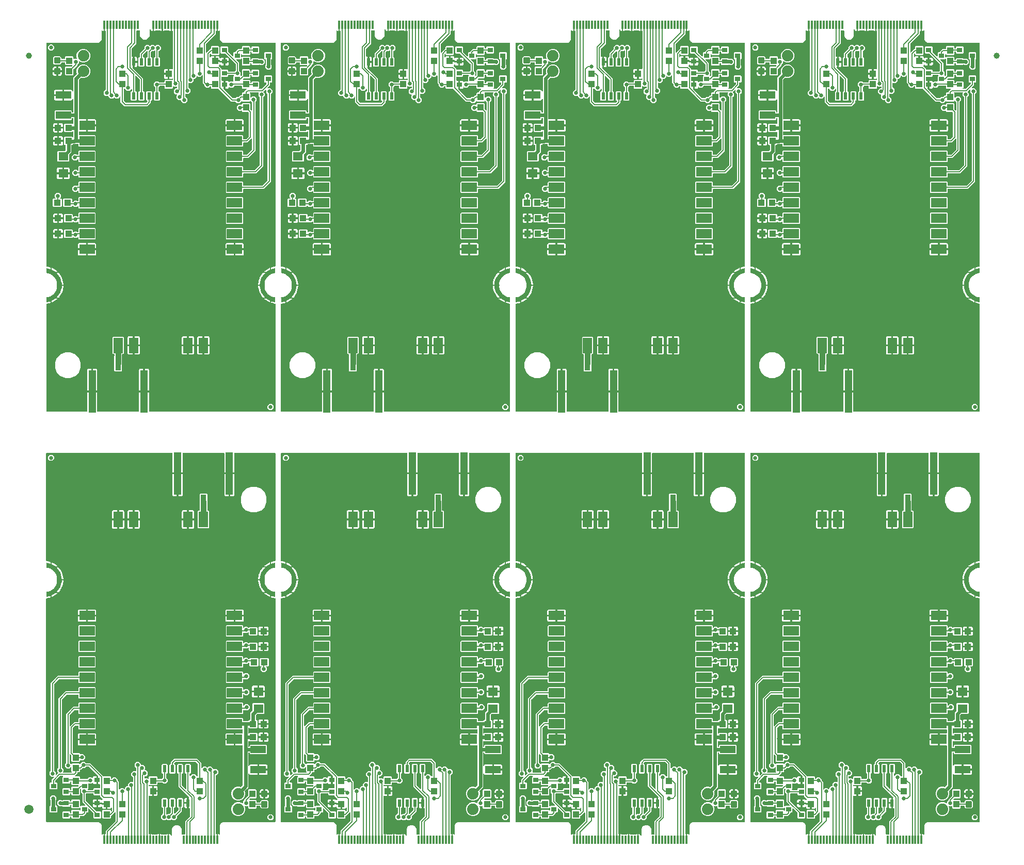
<source format=gtl>
G04 EAGLE Gerber RS-274X export*
G75*
%MOMM*%
%FSLAX34Y34*%
%LPD*%
%INTop Copper*%
%IPPOS*%
%AMOC8*
5,1,8,0,0,1.08239X$1,22.5*%
G01*
%ADD10R,1.100000X1.000000*%
%ADD11C,0.635000*%
%ADD12R,1.600000X1.400000*%
%ADD13C,1.879600*%
%ADD14R,1.000000X1.100000*%
%ADD15C,0.300000*%
%ADD16R,2.500000X1.500000*%
%ADD17R,1.500000X2.500000*%
%ADD18R,2.500000X1.200000*%
%ADD19R,1.150000X7.000000*%
%ADD20R,0.900000X2.200000*%
%ADD21R,0.350000X1.450000*%
%ADD22C,0.660400*%
%ADD23C,0.203200*%
%ADD24R,0.600000X1.200000*%
%ADD25R,0.900000X0.800000*%
%ADD26C,1.000000*%
%ADD27C,1.500000*%
%ADD28C,0.177800*%
%ADD29C,0.254000*%
%ADD30C,0.558800*%
%ADD31C,0.889000*%

G36*
X838639Y715529D02*
X838639Y715529D01*
X838658Y715527D01*
X838760Y715549D01*
X838862Y715566D01*
X838879Y715575D01*
X838899Y715579D01*
X838988Y715633D01*
X839079Y715681D01*
X839093Y715695D01*
X839110Y715706D01*
X839177Y715784D01*
X839248Y715859D01*
X839257Y715877D01*
X839270Y715893D01*
X839308Y715989D01*
X839352Y716082D01*
X839354Y716102D01*
X839362Y716121D01*
X839380Y716287D01*
X839380Y747374D01*
X846148Y747374D01*
X846148Y716287D01*
X846151Y716268D01*
X846149Y716248D01*
X846171Y716147D01*
X846187Y716045D01*
X846197Y716027D01*
X846201Y716008D01*
X846254Y715919D01*
X846302Y715827D01*
X846317Y715814D01*
X846327Y715796D01*
X846406Y715729D01*
X846481Y715658D01*
X846499Y715650D01*
X846514Y715637D01*
X846610Y715598D01*
X846704Y715554D01*
X846724Y715552D01*
X846742Y715545D01*
X846909Y715526D01*
X848433Y715526D01*
X848452Y715529D01*
X848472Y715527D01*
X848573Y715549D01*
X848675Y715566D01*
X848693Y715575D01*
X848713Y715579D01*
X848802Y715633D01*
X848893Y715681D01*
X848907Y715695D01*
X848924Y715706D01*
X848991Y715784D01*
X849062Y715859D01*
X849071Y715877D01*
X849084Y715893D01*
X849122Y715989D01*
X849166Y716082D01*
X849168Y716102D01*
X849176Y716121D01*
X849194Y716287D01*
X849194Y747374D01*
X855962Y747374D01*
X855962Y716287D01*
X855965Y716268D01*
X855963Y716248D01*
X855985Y716147D01*
X856001Y716045D01*
X856011Y716027D01*
X856015Y716008D01*
X856068Y715919D01*
X856116Y715827D01*
X856131Y715814D01*
X856141Y715796D01*
X856220Y715729D01*
X856295Y715658D01*
X856313Y715650D01*
X856328Y715637D01*
X856424Y715598D01*
X856518Y715554D01*
X856538Y715552D01*
X856556Y715545D01*
X856723Y715526D01*
X923619Y715526D01*
X923639Y715529D01*
X923658Y715527D01*
X923760Y715549D01*
X923862Y715566D01*
X923879Y715575D01*
X923899Y715579D01*
X923988Y715633D01*
X924079Y715681D01*
X924093Y715695D01*
X924110Y715706D01*
X924177Y715784D01*
X924248Y715859D01*
X924257Y715877D01*
X924270Y715893D01*
X924308Y715989D01*
X924352Y716082D01*
X924354Y716102D01*
X924362Y716121D01*
X924380Y716287D01*
X924380Y747374D01*
X931148Y747374D01*
X931148Y716287D01*
X931151Y716268D01*
X931149Y716248D01*
X931171Y716147D01*
X931187Y716045D01*
X931197Y716027D01*
X931201Y716008D01*
X931254Y715919D01*
X931302Y715827D01*
X931317Y715814D01*
X931327Y715796D01*
X931406Y715729D01*
X931481Y715658D01*
X931499Y715650D01*
X931514Y715637D01*
X931610Y715598D01*
X931704Y715554D01*
X931724Y715552D01*
X931742Y715545D01*
X931909Y715526D01*
X933433Y715526D01*
X933452Y715529D01*
X933472Y715527D01*
X933573Y715549D01*
X933675Y715566D01*
X933693Y715575D01*
X933713Y715579D01*
X933802Y715633D01*
X933893Y715681D01*
X933907Y715695D01*
X933924Y715706D01*
X933991Y715784D01*
X934062Y715859D01*
X934071Y715877D01*
X934084Y715893D01*
X934122Y715989D01*
X934166Y716082D01*
X934168Y716102D01*
X934176Y716121D01*
X934194Y716287D01*
X934194Y747374D01*
X940962Y747374D01*
X940962Y716287D01*
X940965Y716268D01*
X940963Y716248D01*
X940985Y716147D01*
X941001Y716045D01*
X941011Y716027D01*
X941015Y716008D01*
X941068Y715919D01*
X941116Y715827D01*
X941131Y715814D01*
X941141Y715796D01*
X941220Y715729D01*
X941295Y715658D01*
X941313Y715650D01*
X941328Y715637D01*
X941424Y715598D01*
X941518Y715554D01*
X941538Y715552D01*
X941556Y715545D01*
X941723Y715526D01*
X1147381Y715526D01*
X1147401Y715529D01*
X1147420Y715527D01*
X1147522Y715549D01*
X1147624Y715566D01*
X1147641Y715575D01*
X1147661Y715579D01*
X1147750Y715633D01*
X1147841Y715681D01*
X1147855Y715695D01*
X1147872Y715706D01*
X1147939Y715784D01*
X1148010Y715859D01*
X1148019Y715877D01*
X1148032Y715893D01*
X1148070Y715989D01*
X1148114Y716082D01*
X1148116Y716102D01*
X1148124Y716121D01*
X1148142Y716287D01*
X1148142Y892445D01*
X1148139Y892465D01*
X1148141Y892485D01*
X1148119Y892586D01*
X1148102Y892688D01*
X1148093Y892706D01*
X1148089Y892725D01*
X1148036Y892814D01*
X1147987Y892906D01*
X1147973Y892919D01*
X1147963Y892936D01*
X1147884Y893004D01*
X1147809Y893075D01*
X1147791Y893083D01*
X1147776Y893096D01*
X1147679Y893135D01*
X1147586Y893179D01*
X1147566Y893181D01*
X1147548Y893188D01*
X1147381Y893207D01*
X1147303Y893207D01*
X1147217Y893230D01*
X1147185Y893233D01*
X1147100Y893251D01*
X1145665Y893403D01*
X1142302Y894146D01*
X1140932Y894614D01*
X1140932Y897374D01*
X1143594Y896481D01*
X1143603Y896481D01*
X1143629Y896472D01*
X1147627Y895752D01*
X1147666Y895756D01*
X1147704Y895750D01*
X1147734Y895764D01*
X1147766Y895767D01*
X1147796Y895791D01*
X1147832Y895807D01*
X1147850Y895834D01*
X1147875Y895854D01*
X1147887Y895891D01*
X1147909Y895924D01*
X1147917Y895979D01*
X1147920Y895987D01*
X1147919Y895990D01*
X1147920Y895997D01*
X1147920Y903497D01*
X1147918Y903506D01*
X1147918Y903508D01*
X1147915Y903515D01*
X1147901Y903563D01*
X1147882Y903629D01*
X1147881Y903630D01*
X1147881Y903632D01*
X1147829Y903677D01*
X1147778Y903722D01*
X1147776Y903723D01*
X1147776Y903724D01*
X1147773Y903724D01*
X1147707Y903744D01*
X1144809Y904168D01*
X1142031Y905034D01*
X1139423Y906323D01*
X1137049Y908005D01*
X1134967Y910038D01*
X1133229Y912371D01*
X1131877Y914947D01*
X1130945Y917704D01*
X1130455Y920572D01*
X1130420Y923497D01*
X1130455Y926423D01*
X1130945Y929291D01*
X1131877Y932048D01*
X1133229Y934624D01*
X1134967Y936957D01*
X1137049Y938990D01*
X1139423Y940671D01*
X1142031Y941961D01*
X1144809Y942827D01*
X1147707Y943251D01*
X1147768Y943279D01*
X1147832Y943307D01*
X1147833Y943308D01*
X1147834Y943309D01*
X1147871Y943366D01*
X1147909Y943424D01*
X1147909Y943426D01*
X1147910Y943426D01*
X1147910Y943429D01*
X1147920Y943497D01*
X1147920Y943972D01*
X1147939Y943994D01*
X1148010Y944069D01*
X1148019Y944087D01*
X1148032Y944102D01*
X1148070Y944199D01*
X1148114Y944292D01*
X1148116Y944312D01*
X1148124Y944331D01*
X1148142Y944497D01*
X1148142Y944498D01*
X1148139Y944517D01*
X1148141Y944537D01*
X1148119Y944638D01*
X1148102Y944740D01*
X1148093Y944758D01*
X1148089Y944777D01*
X1148036Y944866D01*
X1147987Y944958D01*
X1147973Y944971D01*
X1147963Y944988D01*
X1147920Y945025D01*
X1147920Y950997D01*
X1147909Y951034D01*
X1147909Y951072D01*
X1147890Y951100D01*
X1147881Y951132D01*
X1147852Y951157D01*
X1147831Y951189D01*
X1147800Y951202D01*
X1147776Y951224D01*
X1147738Y951229D01*
X1147703Y951245D01*
X1147644Y951243D01*
X1147637Y951244D01*
X1147635Y951243D01*
X1147628Y951243D01*
X1143618Y950550D01*
X1143609Y950545D01*
X1143582Y950541D01*
X1140932Y949668D01*
X1140932Y952423D01*
X1142663Y952973D01*
X1142678Y952976D01*
X1145803Y953619D01*
X1147108Y953746D01*
X1147139Y953755D01*
X1147231Y953769D01*
X1147303Y953788D01*
X1147381Y953788D01*
X1147401Y953791D01*
X1147420Y953789D01*
X1147522Y953811D01*
X1147624Y953828D01*
X1147641Y953837D01*
X1147661Y953841D01*
X1147750Y953895D01*
X1147841Y953943D01*
X1147855Y953957D01*
X1147872Y953968D01*
X1147939Y954046D01*
X1148010Y954121D01*
X1148019Y954139D01*
X1148032Y954155D01*
X1148070Y954251D01*
X1148114Y954344D01*
X1148116Y954364D01*
X1148124Y954383D01*
X1148142Y954549D01*
X1148142Y1320707D01*
X1148139Y1320727D01*
X1148141Y1320747D01*
X1148119Y1320848D01*
X1148102Y1320950D01*
X1148093Y1320968D01*
X1148089Y1320987D01*
X1148036Y1321076D01*
X1147987Y1321168D01*
X1147973Y1321181D01*
X1147963Y1321198D01*
X1147884Y1321266D01*
X1147809Y1321337D01*
X1147791Y1321345D01*
X1147776Y1321358D01*
X1147679Y1321397D01*
X1147586Y1321441D01*
X1147566Y1321443D01*
X1147548Y1321450D01*
X1147381Y1321469D01*
X1065285Y1321469D01*
X1065204Y1321455D01*
X1065123Y1321451D01*
X1065105Y1321444D01*
X1064154Y1321468D01*
X1064147Y1321467D01*
X1064135Y1321469D01*
X1063186Y1321469D01*
X1063171Y1321475D01*
X1063117Y1321483D01*
X1063090Y1321491D01*
X1063061Y1321490D01*
X1063005Y1321498D01*
X1062269Y1321517D01*
X1060020Y1322893D01*
X1059113Y1323449D01*
X1057345Y1326700D01*
X1057392Y1328514D01*
X1057391Y1328522D01*
X1057392Y1328534D01*
X1057392Y1341038D01*
X1057380Y1341109D01*
X1057379Y1341180D01*
X1057361Y1341229D01*
X1057352Y1341280D01*
X1057319Y1341344D01*
X1057294Y1341411D01*
X1057262Y1341452D01*
X1057237Y1341498D01*
X1057185Y1341547D01*
X1057140Y1341603D01*
X1057097Y1341631D01*
X1057059Y1341667D01*
X1056994Y1341697D01*
X1056934Y1341736D01*
X1056883Y1341749D01*
X1056836Y1341771D01*
X1056765Y1341779D01*
X1056695Y1341796D01*
X1056643Y1341792D01*
X1056591Y1341798D01*
X1056521Y1341783D01*
X1056450Y1341777D01*
X1056402Y1341757D01*
X1056351Y1341746D01*
X1056289Y1341709D01*
X1056223Y1341681D01*
X1056167Y1341636D01*
X1056140Y1341620D01*
X1056125Y1341602D01*
X1056092Y1341576D01*
X1055981Y1341464D01*
X1055402Y1341130D01*
X1054755Y1340957D01*
X1053545Y1340957D01*
X1053545Y1350634D01*
X1053542Y1350654D01*
X1053544Y1350674D01*
X1053522Y1350775D01*
X1053505Y1350877D01*
X1053496Y1350895D01*
X1053492Y1350914D01*
X1053439Y1351003D01*
X1053390Y1351094D01*
X1053376Y1351108D01*
X1053366Y1351125D01*
X1053287Y1351192D01*
X1053212Y1351264D01*
X1053194Y1351272D01*
X1053179Y1351285D01*
X1053082Y1351324D01*
X1052989Y1351367D01*
X1052969Y1351370D01*
X1052951Y1351377D01*
X1052784Y1351395D01*
X1052558Y1351395D01*
X1052538Y1351392D01*
X1052518Y1351394D01*
X1052417Y1351372D01*
X1052315Y1351356D01*
X1052297Y1351346D01*
X1052278Y1351342D01*
X1052189Y1351289D01*
X1052098Y1351241D01*
X1052084Y1351226D01*
X1052067Y1351216D01*
X1051999Y1351137D01*
X1051928Y1351062D01*
X1051920Y1351044D01*
X1051907Y1351029D01*
X1051868Y1350933D01*
X1051825Y1350839D01*
X1051822Y1350819D01*
X1051815Y1350801D01*
X1051797Y1350634D01*
X1051797Y1340957D01*
X1051100Y1340957D01*
X1051080Y1340953D01*
X1051060Y1340956D01*
X1050959Y1340934D01*
X1050857Y1340917D01*
X1050839Y1340908D01*
X1050820Y1340903D01*
X1050731Y1340850D01*
X1050640Y1340802D01*
X1050626Y1340787D01*
X1050609Y1340777D01*
X1050542Y1340698D01*
X1050470Y1340623D01*
X1050462Y1340605D01*
X1050449Y1340590D01*
X1050410Y1340494D01*
X1050367Y1340400D01*
X1050364Y1340381D01*
X1050357Y1340362D01*
X1050339Y1340195D01*
X1050339Y1335592D01*
X1034572Y1319825D01*
X1034518Y1319751D01*
X1034459Y1319682D01*
X1034447Y1319652D01*
X1034428Y1319626D01*
X1034401Y1319539D01*
X1034367Y1319454D01*
X1034362Y1319413D01*
X1034356Y1319391D01*
X1034356Y1319358D01*
X1034349Y1319287D01*
X1034349Y1306126D01*
X1034360Y1306055D01*
X1034362Y1305983D01*
X1034380Y1305934D01*
X1034388Y1305883D01*
X1034422Y1305820D01*
X1034446Y1305752D01*
X1034479Y1305712D01*
X1034503Y1305666D01*
X1034555Y1305616D01*
X1034600Y1305560D01*
X1034644Y1305532D01*
X1034682Y1305496D01*
X1034747Y1305466D01*
X1034807Y1305427D01*
X1034858Y1305414D01*
X1034905Y1305393D01*
X1034976Y1305385D01*
X1035046Y1305367D01*
X1035098Y1305371D01*
X1035149Y1305365D01*
X1035219Y1305381D01*
X1035291Y1305386D01*
X1035339Y1305407D01*
X1035390Y1305418D01*
X1035451Y1305455D01*
X1035517Y1305483D01*
X1035573Y1305527D01*
X1035601Y1305544D01*
X1035616Y1305562D01*
X1035648Y1305587D01*
X1036759Y1306698D01*
X1041226Y1311165D01*
X1041531Y1311165D01*
X1041551Y1311168D01*
X1041570Y1311166D01*
X1041672Y1311188D01*
X1041774Y1311205D01*
X1041791Y1311214D01*
X1041811Y1311218D01*
X1041900Y1311272D01*
X1041991Y1311320D01*
X1042005Y1311334D01*
X1042022Y1311345D01*
X1042089Y1311423D01*
X1042160Y1311498D01*
X1042169Y1311516D01*
X1042182Y1311532D01*
X1042220Y1311628D01*
X1042264Y1311721D01*
X1042266Y1311741D01*
X1042274Y1311760D01*
X1042292Y1311926D01*
X1042292Y1314734D01*
X1043334Y1315776D01*
X1054808Y1315776D01*
X1055850Y1314734D01*
X1055850Y1302261D01*
X1054808Y1301219D01*
X1043334Y1301219D01*
X1042292Y1302261D01*
X1042292Y1302848D01*
X1042281Y1302919D01*
X1042279Y1302991D01*
X1042261Y1303040D01*
X1042252Y1303091D01*
X1042219Y1303154D01*
X1042194Y1303222D01*
X1042162Y1303262D01*
X1042137Y1303308D01*
X1042085Y1303358D01*
X1042040Y1303414D01*
X1041997Y1303442D01*
X1041959Y1303478D01*
X1041894Y1303508D01*
X1041834Y1303547D01*
X1041783Y1303559D01*
X1041736Y1303581D01*
X1041665Y1303589D01*
X1041595Y1303607D01*
X1041543Y1303603D01*
X1041491Y1303608D01*
X1041421Y1303593D01*
X1041350Y1303588D01*
X1041302Y1303567D01*
X1041251Y1303556D01*
X1041189Y1303519D01*
X1041123Y1303491D01*
X1041067Y1303446D01*
X1041040Y1303430D01*
X1041025Y1303412D01*
X1040993Y1303386D01*
X1040531Y1302925D01*
X1040478Y1302851D01*
X1040419Y1302782D01*
X1040407Y1302752D01*
X1040388Y1302726D01*
X1040361Y1302639D01*
X1040327Y1302554D01*
X1040322Y1302513D01*
X1040316Y1302491D01*
X1040316Y1302458D01*
X1040309Y1302387D01*
X1040309Y1298403D01*
X1040316Y1298356D01*
X1040315Y1298308D01*
X1040336Y1298235D01*
X1040348Y1298161D01*
X1040371Y1298118D01*
X1040384Y1298072D01*
X1040428Y1298010D01*
X1040463Y1297943D01*
X1040498Y1297910D01*
X1040526Y1297871D01*
X1040587Y1297826D01*
X1040642Y1297774D01*
X1040685Y1297754D01*
X1040724Y1297725D01*
X1040796Y1297702D01*
X1040865Y1297670D01*
X1040912Y1297665D01*
X1040958Y1297650D01*
X1041034Y1297652D01*
X1041109Y1297643D01*
X1041156Y1297653D01*
X1041204Y1297654D01*
X1041276Y1297679D01*
X1041350Y1297695D01*
X1041391Y1297720D01*
X1041436Y1297736D01*
X1041496Y1297783D01*
X1041561Y1297822D01*
X1041592Y1297858D01*
X1041630Y1297888D01*
X1041706Y1297991D01*
X1041721Y1298009D01*
X1041723Y1298015D01*
X1041729Y1298023D01*
X1042038Y1298558D01*
X1042511Y1299031D01*
X1043090Y1299365D01*
X1043736Y1299538D01*
X1047548Y1299538D01*
X1047548Y1292260D01*
X1047551Y1292240D01*
X1047549Y1292220D01*
X1047571Y1292119D01*
X1047587Y1292017D01*
X1047597Y1291999D01*
X1047601Y1291980D01*
X1047654Y1291891D01*
X1047702Y1291799D01*
X1047717Y1291786D01*
X1047727Y1291769D01*
X1047806Y1291701D01*
X1047881Y1291630D01*
X1047899Y1291622D01*
X1047914Y1291609D01*
X1048010Y1291570D01*
X1048104Y1291526D01*
X1048124Y1291524D01*
X1048142Y1291517D01*
X1048309Y1291498D01*
X1049072Y1291498D01*
X1049072Y1290735D01*
X1049075Y1290716D01*
X1049073Y1290696D01*
X1049095Y1290595D01*
X1049111Y1290493D01*
X1049121Y1290475D01*
X1049125Y1290456D01*
X1049178Y1290367D01*
X1049226Y1290275D01*
X1049241Y1290262D01*
X1049251Y1290245D01*
X1049330Y1290177D01*
X1049405Y1290106D01*
X1049423Y1290098D01*
X1049438Y1290085D01*
X1049534Y1290046D01*
X1049628Y1290002D01*
X1049648Y1290000D01*
X1049666Y1289993D01*
X1049833Y1289974D01*
X1056612Y1289974D01*
X1056612Y1289735D01*
X1056615Y1289716D01*
X1056613Y1289696D01*
X1056635Y1289595D01*
X1056651Y1289493D01*
X1056661Y1289475D01*
X1056665Y1289456D01*
X1056718Y1289367D01*
X1056766Y1289275D01*
X1056781Y1289262D01*
X1056791Y1289245D01*
X1056870Y1289177D01*
X1056945Y1289106D01*
X1056963Y1289098D01*
X1056978Y1289085D01*
X1057074Y1289046D01*
X1057168Y1289002D01*
X1057188Y1289000D01*
X1057206Y1288993D01*
X1057373Y1288974D01*
X1062948Y1288974D01*
X1062948Y1283957D01*
X1059636Y1283957D01*
X1058990Y1284130D01*
X1058411Y1284464D01*
X1057938Y1284937D01*
X1057818Y1285145D01*
X1057772Y1285200D01*
X1057735Y1285262D01*
X1057695Y1285295D01*
X1057662Y1285335D01*
X1057601Y1285373D01*
X1057546Y1285419D01*
X1057498Y1285438D01*
X1057454Y1285466D01*
X1057384Y1285483D01*
X1057317Y1285509D01*
X1057265Y1285511D01*
X1057215Y1285523D01*
X1057143Y1285517D01*
X1057071Y1285520D01*
X1057021Y1285506D01*
X1056970Y1285501D01*
X1056904Y1285473D01*
X1056835Y1285453D01*
X1056792Y1285423D01*
X1056745Y1285403D01*
X1056691Y1285354D01*
X1056632Y1285314D01*
X1056601Y1285272D01*
X1056562Y1285237D01*
X1056527Y1285174D01*
X1056484Y1285117D01*
X1056459Y1285053D01*
X1056104Y1284437D01*
X1055807Y1284141D01*
X1055795Y1284124D01*
X1055780Y1284112D01*
X1055724Y1284025D01*
X1055663Y1283941D01*
X1055658Y1283922D01*
X1055647Y1283905D01*
X1055622Y1283805D01*
X1055591Y1283706D01*
X1055592Y1283686D01*
X1055587Y1283666D01*
X1055595Y1283563D01*
X1055597Y1283460D01*
X1055604Y1283441D01*
X1055606Y1283421D01*
X1055646Y1283326D01*
X1055682Y1283229D01*
X1055694Y1283213D01*
X1055702Y1283195D01*
X1055807Y1283064D01*
X1058186Y1280685D01*
X1059972Y1278899D01*
X1059972Y1277937D01*
X1059975Y1277918D01*
X1059973Y1277898D01*
X1059995Y1277797D01*
X1060011Y1277695D01*
X1060021Y1277677D01*
X1060025Y1277658D01*
X1060078Y1277569D01*
X1060126Y1277477D01*
X1060141Y1277464D01*
X1060151Y1277446D01*
X1060230Y1277379D01*
X1060305Y1277308D01*
X1060323Y1277300D01*
X1060338Y1277287D01*
X1060434Y1277248D01*
X1060528Y1277204D01*
X1060548Y1277202D01*
X1060566Y1277195D01*
X1060733Y1277176D01*
X1069708Y1277176D01*
X1070750Y1276134D01*
X1070750Y1274826D01*
X1070753Y1274807D01*
X1070751Y1274787D01*
X1070773Y1274686D01*
X1070789Y1274584D01*
X1070799Y1274566D01*
X1070803Y1274547D01*
X1070856Y1274458D01*
X1070904Y1274366D01*
X1070919Y1274353D01*
X1070929Y1274335D01*
X1071008Y1274268D01*
X1071083Y1274197D01*
X1071101Y1274189D01*
X1071116Y1274176D01*
X1071212Y1274137D01*
X1071306Y1274093D01*
X1071326Y1274091D01*
X1071344Y1274084D01*
X1071511Y1274065D01*
X1081488Y1274065D01*
X1081578Y1274080D01*
X1081669Y1274087D01*
X1081699Y1274100D01*
X1081731Y1274105D01*
X1081811Y1274148D01*
X1081895Y1274183D01*
X1081927Y1274209D01*
X1081948Y1274220D01*
X1081970Y1274243D01*
X1082026Y1274288D01*
X1083010Y1275272D01*
X1083053Y1275331D01*
X1083097Y1275378D01*
X1083105Y1275395D01*
X1083123Y1275415D01*
X1083135Y1275446D01*
X1083154Y1275472D01*
X1083179Y1275554D01*
X1083201Y1275601D01*
X1083202Y1275613D01*
X1083215Y1275644D01*
X1083219Y1275684D01*
X1083226Y1275707D01*
X1083225Y1275739D01*
X1083233Y1275810D01*
X1083233Y1285875D01*
X1083218Y1285966D01*
X1083211Y1286056D01*
X1083199Y1286086D01*
X1083193Y1286118D01*
X1083151Y1286199D01*
X1083115Y1286283D01*
X1083089Y1286315D01*
X1083078Y1286336D01*
X1083055Y1286358D01*
X1083010Y1286414D01*
X1065928Y1303496D01*
X1065854Y1303549D01*
X1065785Y1303608D01*
X1065755Y1303620D01*
X1065728Y1303639D01*
X1065641Y1303666D01*
X1065557Y1303700D01*
X1065516Y1303705D01*
X1065493Y1303712D01*
X1065461Y1303711D01*
X1065390Y1303719D01*
X1059234Y1303719D01*
X1058192Y1304761D01*
X1058192Y1314234D01*
X1059234Y1315276D01*
X1069708Y1315276D01*
X1070750Y1314234D01*
X1070750Y1306535D01*
X1070764Y1306445D01*
X1070771Y1306354D01*
X1070784Y1306324D01*
X1070789Y1306292D01*
X1070832Y1306212D01*
X1070868Y1306128D01*
X1070893Y1306096D01*
X1070904Y1306075D01*
X1070928Y1306053D01*
X1070973Y1305997D01*
X1077893Y1299077D01*
X1077951Y1299035D01*
X1078003Y1298985D01*
X1078050Y1298963D01*
X1078092Y1298933D01*
X1078161Y1298912D01*
X1078226Y1298882D01*
X1078278Y1298876D01*
X1078327Y1298861D01*
X1078399Y1298863D01*
X1078470Y1298855D01*
X1078521Y1298866D01*
X1078573Y1298867D01*
X1078641Y1298892D01*
X1078711Y1298907D01*
X1078755Y1298934D01*
X1078804Y1298952D01*
X1078860Y1298996D01*
X1078922Y1299033D01*
X1078956Y1299073D01*
X1078996Y1299105D01*
X1079035Y1299166D01*
X1079082Y1299220D01*
X1079101Y1299268D01*
X1079129Y1299312D01*
X1079147Y1299382D01*
X1079174Y1299448D01*
X1079182Y1299520D01*
X1079189Y1299551D01*
X1079188Y1299574D01*
X1079192Y1299615D01*
X1079192Y1304734D01*
X1080234Y1305776D01*
X1082042Y1305776D01*
X1082062Y1305779D01*
X1082081Y1305777D01*
X1082183Y1305799D01*
X1082285Y1305816D01*
X1082302Y1305825D01*
X1082322Y1305829D01*
X1082411Y1305883D01*
X1082502Y1305931D01*
X1082516Y1305945D01*
X1082533Y1305956D01*
X1082600Y1306034D01*
X1082671Y1306109D01*
X1082680Y1306127D01*
X1082693Y1306143D01*
X1082731Y1306239D01*
X1082775Y1306332D01*
X1082777Y1306352D01*
X1082785Y1306371D01*
X1082803Y1306537D01*
X1082803Y1307022D01*
X1086946Y1311165D01*
X1092331Y1311165D01*
X1092351Y1311168D01*
X1092370Y1311166D01*
X1092472Y1311188D01*
X1092574Y1311205D01*
X1092591Y1311214D01*
X1092611Y1311218D01*
X1092700Y1311272D01*
X1092791Y1311320D01*
X1092805Y1311334D01*
X1092822Y1311345D01*
X1092889Y1311423D01*
X1092960Y1311498D01*
X1092969Y1311516D01*
X1092982Y1311532D01*
X1093020Y1311628D01*
X1093064Y1311721D01*
X1093066Y1311741D01*
X1093074Y1311760D01*
X1093092Y1311926D01*
X1093092Y1314734D01*
X1094134Y1315776D01*
X1105608Y1315776D01*
X1106650Y1314734D01*
X1106650Y1312926D01*
X1106653Y1312907D01*
X1106651Y1312887D01*
X1106673Y1312786D01*
X1106689Y1312684D01*
X1106699Y1312666D01*
X1106703Y1312647D01*
X1106756Y1312558D01*
X1106804Y1312466D01*
X1106819Y1312453D01*
X1106829Y1312435D01*
X1106908Y1312368D01*
X1106983Y1312297D01*
X1107001Y1312289D01*
X1107016Y1312276D01*
X1107112Y1312237D01*
X1107206Y1312193D01*
X1107226Y1312191D01*
X1107244Y1312184D01*
X1107411Y1312165D01*
X1108231Y1312165D01*
X1108251Y1312168D01*
X1108270Y1312166D01*
X1108372Y1312188D01*
X1108474Y1312205D01*
X1108491Y1312214D01*
X1108511Y1312218D01*
X1108600Y1312272D01*
X1108691Y1312320D01*
X1108705Y1312334D01*
X1108722Y1312345D01*
X1108789Y1312423D01*
X1108860Y1312498D01*
X1108869Y1312516D01*
X1108882Y1312532D01*
X1108920Y1312628D01*
X1108964Y1312721D01*
X1108966Y1312741D01*
X1108974Y1312760D01*
X1108992Y1312926D01*
X1108992Y1314234D01*
X1110034Y1315276D01*
X1120508Y1315276D01*
X1121550Y1314234D01*
X1121550Y1304761D01*
X1120508Y1303719D01*
X1110034Y1303719D01*
X1108992Y1304761D01*
X1108992Y1306068D01*
X1108989Y1306088D01*
X1108991Y1306108D01*
X1108969Y1306209D01*
X1108952Y1306311D01*
X1108943Y1306329D01*
X1108939Y1306348D01*
X1108886Y1306437D01*
X1108837Y1306529D01*
X1108823Y1306542D01*
X1108813Y1306559D01*
X1108734Y1306627D01*
X1108659Y1306698D01*
X1108641Y1306706D01*
X1108626Y1306719D01*
X1108529Y1306758D01*
X1108436Y1306802D01*
X1108416Y1306804D01*
X1108398Y1306811D01*
X1108231Y1306830D01*
X1107411Y1306830D01*
X1107391Y1306826D01*
X1107371Y1306829D01*
X1107270Y1306807D01*
X1107168Y1306790D01*
X1107150Y1306781D01*
X1107131Y1306776D01*
X1107042Y1306723D01*
X1106951Y1306675D01*
X1106937Y1306660D01*
X1106920Y1306650D01*
X1106853Y1306571D01*
X1106781Y1306496D01*
X1106773Y1306478D01*
X1106760Y1306463D01*
X1106721Y1306367D01*
X1106678Y1306273D01*
X1106675Y1306254D01*
X1106668Y1306235D01*
X1106650Y1306068D01*
X1106650Y1302261D01*
X1105608Y1301219D01*
X1094134Y1301219D01*
X1093049Y1302304D01*
X1092991Y1302345D01*
X1092939Y1302395D01*
X1092892Y1302417D01*
X1092849Y1302447D01*
X1092781Y1302468D01*
X1092716Y1302498D01*
X1092664Y1302504D01*
X1092614Y1302520D01*
X1092543Y1302518D01*
X1092471Y1302526D01*
X1092420Y1302515D01*
X1092368Y1302513D01*
X1092301Y1302489D01*
X1092231Y1302473D01*
X1092186Y1302447D01*
X1092137Y1302429D01*
X1092081Y1302384D01*
X1092020Y1302347D01*
X1091986Y1302308D01*
X1091945Y1302275D01*
X1091907Y1302215D01*
X1091860Y1302160D01*
X1091840Y1302112D01*
X1091812Y1302068D01*
X1091795Y1301999D01*
X1091768Y1301932D01*
X1091760Y1301861D01*
X1091752Y1301830D01*
X1091754Y1301806D01*
X1091750Y1301765D01*
X1091750Y1298229D01*
X1091761Y1298159D01*
X1091763Y1298087D01*
X1091781Y1298038D01*
X1091789Y1297987D01*
X1091823Y1297923D01*
X1091847Y1297856D01*
X1091880Y1297815D01*
X1091904Y1297769D01*
X1091956Y1297720D01*
X1092001Y1297664D01*
X1092045Y1297636D01*
X1092083Y1297600D01*
X1092148Y1297570D01*
X1092208Y1297531D01*
X1092259Y1297518D01*
X1092306Y1297496D01*
X1092377Y1297488D01*
X1092447Y1297471D01*
X1092499Y1297475D01*
X1092550Y1297469D01*
X1092620Y1297484D01*
X1092692Y1297490D01*
X1092740Y1297510D01*
X1092791Y1297521D01*
X1092852Y1297558D01*
X1092918Y1297586D01*
X1092974Y1297631D01*
X1093002Y1297648D01*
X1093017Y1297665D01*
X1093049Y1297691D01*
X1094134Y1298776D01*
X1105608Y1298776D01*
X1106650Y1297734D01*
X1106650Y1293926D01*
X1106653Y1293907D01*
X1106651Y1293887D01*
X1106673Y1293786D01*
X1106689Y1293684D01*
X1106699Y1293666D01*
X1106703Y1293647D01*
X1106756Y1293558D01*
X1106804Y1293466D01*
X1106819Y1293453D01*
X1106829Y1293435D01*
X1106908Y1293368D01*
X1106983Y1293297D01*
X1107001Y1293289D01*
X1107016Y1293276D01*
X1107112Y1293237D01*
X1107206Y1293193D01*
X1107226Y1293191D01*
X1107244Y1293184D01*
X1107411Y1293165D01*
X1108231Y1293165D01*
X1108251Y1293168D01*
X1108270Y1293166D01*
X1108372Y1293188D01*
X1108474Y1293205D01*
X1108491Y1293214D01*
X1108511Y1293218D01*
X1108600Y1293272D01*
X1108691Y1293320D01*
X1108705Y1293334D01*
X1108722Y1293345D01*
X1108789Y1293423D01*
X1108860Y1293498D01*
X1108869Y1293516D01*
X1108882Y1293532D01*
X1108920Y1293628D01*
X1108964Y1293721D01*
X1108966Y1293741D01*
X1108974Y1293760D01*
X1108992Y1293926D01*
X1108992Y1295234D01*
X1110034Y1296276D01*
X1120508Y1296276D01*
X1121491Y1295293D01*
X1121565Y1295240D01*
X1121634Y1295181D01*
X1121664Y1295168D01*
X1121690Y1295150D01*
X1121777Y1295123D01*
X1121862Y1295089D01*
X1121903Y1295084D01*
X1121925Y1295077D01*
X1121958Y1295078D01*
X1122029Y1295070D01*
X1122749Y1295070D01*
X1122839Y1295085D01*
X1122930Y1295092D01*
X1122960Y1295105D01*
X1122992Y1295110D01*
X1123072Y1295153D01*
X1123118Y1295172D01*
X1127375Y1295172D01*
X1130352Y1292196D01*
X1130352Y1287987D01*
X1127375Y1285011D01*
X1123166Y1285011D01*
X1122521Y1285656D01*
X1122505Y1285667D01*
X1122493Y1285683D01*
X1122406Y1285739D01*
X1122322Y1285799D01*
X1122302Y1285805D01*
X1122286Y1285816D01*
X1122185Y1285841D01*
X1122086Y1285872D01*
X1122066Y1285871D01*
X1122047Y1285876D01*
X1121944Y1285868D01*
X1121841Y1285865D01*
X1121822Y1285858D01*
X1121802Y1285857D01*
X1121707Y1285816D01*
X1121610Y1285781D01*
X1121594Y1285768D01*
X1121576Y1285761D01*
X1121445Y1285656D01*
X1120508Y1284719D01*
X1110034Y1284719D01*
X1108992Y1285761D01*
X1108992Y1287068D01*
X1108989Y1287088D01*
X1108991Y1287108D01*
X1108969Y1287209D01*
X1108952Y1287311D01*
X1108943Y1287329D01*
X1108939Y1287348D01*
X1108886Y1287437D01*
X1108837Y1287529D01*
X1108823Y1287542D01*
X1108813Y1287559D01*
X1108734Y1287627D01*
X1108659Y1287698D01*
X1108641Y1287706D01*
X1108626Y1287719D01*
X1108529Y1287758D01*
X1108436Y1287802D01*
X1108416Y1287804D01*
X1108398Y1287811D01*
X1108231Y1287830D01*
X1107411Y1287830D01*
X1107391Y1287826D01*
X1107371Y1287829D01*
X1107270Y1287807D01*
X1107168Y1287790D01*
X1107150Y1287781D01*
X1107131Y1287776D01*
X1107042Y1287723D01*
X1106951Y1287675D01*
X1106937Y1287660D01*
X1106920Y1287650D01*
X1106853Y1287571D01*
X1106781Y1287496D01*
X1106773Y1287478D01*
X1106760Y1287463D01*
X1106721Y1287367D01*
X1106678Y1287273D01*
X1106675Y1287254D01*
X1106668Y1287235D01*
X1106650Y1287068D01*
X1106650Y1285261D01*
X1105608Y1284219D01*
X1094134Y1284219D01*
X1093092Y1285261D01*
X1093092Y1294765D01*
X1093081Y1294836D01*
X1093079Y1294908D01*
X1093061Y1294957D01*
X1093052Y1295008D01*
X1093019Y1295071D01*
X1092994Y1295139D01*
X1092962Y1295179D01*
X1092937Y1295225D01*
X1092885Y1295275D01*
X1092840Y1295331D01*
X1092797Y1295359D01*
X1092759Y1295395D01*
X1092694Y1295425D01*
X1092634Y1295464D01*
X1092583Y1295477D01*
X1092536Y1295498D01*
X1092465Y1295506D01*
X1092395Y1295524D01*
X1092343Y1295520D01*
X1092291Y1295526D01*
X1092221Y1295510D01*
X1092150Y1295505D01*
X1092102Y1295484D01*
X1092051Y1295473D01*
X1091989Y1295437D01*
X1091923Y1295408D01*
X1091868Y1295364D01*
X1091840Y1295347D01*
X1091825Y1295329D01*
X1091793Y1295304D01*
X1090708Y1294219D01*
X1084588Y1294219D01*
X1084518Y1294207D01*
X1084446Y1294205D01*
X1084397Y1294187D01*
X1084346Y1294179D01*
X1084282Y1294145D01*
X1084215Y1294121D01*
X1084174Y1294088D01*
X1084128Y1294064D01*
X1084079Y1294012D01*
X1084023Y1293967D01*
X1083995Y1293923D01*
X1083959Y1293885D01*
X1083929Y1293821D01*
X1083890Y1293760D01*
X1083877Y1293710D01*
X1083855Y1293662D01*
X1083847Y1293591D01*
X1083830Y1293522D01*
X1083834Y1293470D01*
X1083828Y1293418D01*
X1083843Y1293348D01*
X1083849Y1293276D01*
X1083869Y1293229D01*
X1083880Y1293178D01*
X1083917Y1293116D01*
X1083945Y1293050D01*
X1083990Y1292994D01*
X1084007Y1292966D01*
X1084024Y1292951D01*
X1084050Y1292919D01*
X1086783Y1290186D01*
X1088569Y1288401D01*
X1088569Y1275810D01*
X1088574Y1275774D01*
X1088574Y1275767D01*
X1088582Y1275729D01*
X1088583Y1275720D01*
X1088590Y1275629D01*
X1088603Y1275599D01*
X1088608Y1275567D01*
X1088623Y1275540D01*
X1088626Y1275526D01*
X1088655Y1275478D01*
X1088687Y1275403D01*
X1088712Y1275371D01*
X1088723Y1275350D01*
X1088742Y1275333D01*
X1088752Y1275315D01*
X1088767Y1275302D01*
X1088792Y1275272D01*
X1090982Y1273082D01*
X1090982Y1268873D01*
X1090784Y1268676D01*
X1090773Y1268660D01*
X1090757Y1268647D01*
X1090701Y1268560D01*
X1090641Y1268476D01*
X1090635Y1268457D01*
X1090624Y1268440D01*
X1090599Y1268340D01*
X1090569Y1268241D01*
X1090569Y1268221D01*
X1090564Y1268202D01*
X1090572Y1268099D01*
X1090575Y1267995D01*
X1090582Y1267976D01*
X1090583Y1267957D01*
X1090624Y1267862D01*
X1090659Y1267764D01*
X1090672Y1267749D01*
X1090680Y1267730D01*
X1090784Y1267599D01*
X1091504Y1266880D01*
X1091520Y1266868D01*
X1091533Y1266853D01*
X1091603Y1266808D01*
X1091633Y1266782D01*
X1091650Y1266775D01*
X1091704Y1266736D01*
X1091723Y1266730D01*
X1091739Y1266720D01*
X1091840Y1266694D01*
X1091939Y1266664D01*
X1091959Y1266664D01*
X1091978Y1266660D01*
X1092081Y1266668D01*
X1092185Y1266670D01*
X1092203Y1266677D01*
X1092223Y1266679D01*
X1092299Y1266711D01*
X1092301Y1266712D01*
X1092318Y1266719D01*
X1092416Y1266755D01*
X1092431Y1266767D01*
X1092450Y1266775D01*
X1092506Y1266821D01*
X1092517Y1266826D01*
X1092528Y1266837D01*
X1092580Y1266880D01*
X1092869Y1267168D01*
X1092922Y1267242D01*
X1092982Y1267312D01*
X1092994Y1267342D01*
X1093013Y1267368D01*
X1093039Y1267455D01*
X1093074Y1267540D01*
X1093078Y1267581D01*
X1093085Y1267603D01*
X1093084Y1267635D01*
X1093092Y1267707D01*
X1093092Y1276634D01*
X1094134Y1277676D01*
X1105608Y1277676D01*
X1106650Y1276634D01*
X1106650Y1274826D01*
X1106653Y1274807D01*
X1106651Y1274787D01*
X1106673Y1274686D01*
X1106689Y1274584D01*
X1106699Y1274566D01*
X1106703Y1274547D01*
X1106756Y1274458D01*
X1106804Y1274366D01*
X1106819Y1274353D01*
X1106829Y1274335D01*
X1106908Y1274268D01*
X1106983Y1274197D01*
X1107001Y1274189D01*
X1107016Y1274176D01*
X1107112Y1274137D01*
X1107206Y1274093D01*
X1107226Y1274091D01*
X1107244Y1274084D01*
X1107411Y1274065D01*
X1108231Y1274065D01*
X1108251Y1274068D01*
X1108270Y1274066D01*
X1108372Y1274088D01*
X1108474Y1274105D01*
X1108491Y1274114D01*
X1108511Y1274118D01*
X1108600Y1274172D01*
X1108691Y1274220D01*
X1108705Y1274234D01*
X1108722Y1274245D01*
X1108789Y1274323D01*
X1108860Y1274398D01*
X1108869Y1274416D01*
X1108882Y1274432D01*
X1108920Y1274528D01*
X1108964Y1274621D01*
X1108966Y1274641D01*
X1108974Y1274660D01*
X1108992Y1274826D01*
X1108992Y1276134D01*
X1110034Y1277176D01*
X1120508Y1277176D01*
X1121550Y1276134D01*
X1121550Y1266661D01*
X1120508Y1265619D01*
X1110034Y1265619D01*
X1108992Y1266661D01*
X1108992Y1267968D01*
X1108989Y1267988D01*
X1108991Y1268008D01*
X1108969Y1268109D01*
X1108952Y1268211D01*
X1108943Y1268229D01*
X1108939Y1268248D01*
X1108886Y1268337D01*
X1108837Y1268429D01*
X1108823Y1268442D01*
X1108813Y1268459D01*
X1108734Y1268527D01*
X1108659Y1268598D01*
X1108641Y1268606D01*
X1108626Y1268619D01*
X1108529Y1268658D01*
X1108436Y1268702D01*
X1108416Y1268704D01*
X1108398Y1268711D01*
X1108231Y1268730D01*
X1107411Y1268730D01*
X1107391Y1268726D01*
X1107371Y1268729D01*
X1107270Y1268707D01*
X1107168Y1268690D01*
X1107150Y1268681D01*
X1107131Y1268676D01*
X1107042Y1268623D01*
X1106951Y1268575D01*
X1106937Y1268560D01*
X1106920Y1268550D01*
X1106853Y1268471D01*
X1106781Y1268396D01*
X1106773Y1268378D01*
X1106760Y1268363D01*
X1106721Y1268267D01*
X1106678Y1268173D01*
X1106675Y1268154D01*
X1106668Y1268135D01*
X1106650Y1267968D01*
X1106650Y1264161D01*
X1105608Y1263119D01*
X1096680Y1263119D01*
X1096590Y1263104D01*
X1096499Y1263097D01*
X1096469Y1263084D01*
X1096437Y1263079D01*
X1096357Y1263036D01*
X1096273Y1263001D01*
X1096241Y1262975D01*
X1096220Y1262964D01*
X1096198Y1262940D01*
X1096142Y1262896D01*
X1095222Y1261976D01*
X1095180Y1261917D01*
X1095131Y1261865D01*
X1095109Y1261818D01*
X1095078Y1261776D01*
X1095057Y1261707D01*
X1095027Y1261642D01*
X1095021Y1261591D01*
X1095006Y1261541D01*
X1095008Y1261469D01*
X1095000Y1261398D01*
X1095011Y1261347D01*
X1095012Y1261295D01*
X1095037Y1261228D01*
X1095052Y1261158D01*
X1095079Y1261113D01*
X1095097Y1261064D01*
X1095142Y1261008D01*
X1095178Y1260946D01*
X1095218Y1260913D01*
X1095250Y1260872D01*
X1095311Y1260833D01*
X1095365Y1260787D01*
X1095414Y1260767D01*
X1095457Y1260739D01*
X1095527Y1260721D01*
X1095593Y1260695D01*
X1095665Y1260687D01*
X1095696Y1260679D01*
X1095719Y1260681D01*
X1095760Y1260676D01*
X1105608Y1260676D01*
X1106650Y1259634D01*
X1106650Y1255826D01*
X1106653Y1255807D01*
X1106651Y1255787D01*
X1106673Y1255686D01*
X1106689Y1255584D01*
X1106699Y1255566D01*
X1106703Y1255547D01*
X1106756Y1255458D01*
X1106804Y1255366D01*
X1106819Y1255353D01*
X1106829Y1255335D01*
X1106908Y1255268D01*
X1106983Y1255197D01*
X1107001Y1255189D01*
X1107016Y1255176D01*
X1107112Y1255137D01*
X1107206Y1255093D01*
X1107226Y1255091D01*
X1107244Y1255084D01*
X1107411Y1255065D01*
X1108231Y1255065D01*
X1108251Y1255068D01*
X1108270Y1255066D01*
X1108372Y1255088D01*
X1108474Y1255105D01*
X1108491Y1255114D01*
X1108511Y1255118D01*
X1108600Y1255172D01*
X1108691Y1255220D01*
X1108705Y1255234D01*
X1108722Y1255245D01*
X1108789Y1255323D01*
X1108860Y1255398D01*
X1108869Y1255416D01*
X1108882Y1255432D01*
X1108920Y1255528D01*
X1108964Y1255621D01*
X1108966Y1255641D01*
X1108974Y1255660D01*
X1108992Y1255826D01*
X1108992Y1257134D01*
X1110034Y1258176D01*
X1120508Y1258176D01*
X1121550Y1257134D01*
X1121550Y1247661D01*
X1120704Y1246815D01*
X1120662Y1246756D01*
X1120612Y1246704D01*
X1120590Y1246657D01*
X1120560Y1246615D01*
X1120539Y1246546D01*
X1120509Y1246481D01*
X1120503Y1246430D01*
X1120488Y1246380D01*
X1120490Y1246308D01*
X1120482Y1246237D01*
X1120493Y1246186D01*
X1120494Y1246134D01*
X1120519Y1246067D01*
X1120534Y1245997D01*
X1120561Y1245952D01*
X1120578Y1245903D01*
X1120623Y1245847D01*
X1120660Y1245785D01*
X1120700Y1245752D01*
X1120732Y1245711D01*
X1120792Y1245672D01*
X1120847Y1245626D01*
X1120895Y1245606D01*
X1120939Y1245578D01*
X1121009Y1245560D01*
X1121075Y1245534D01*
X1121146Y1245526D01*
X1121178Y1245518D01*
X1121201Y1245520D01*
X1121242Y1245515D01*
X1125120Y1245515D01*
X1125211Y1245530D01*
X1125301Y1245537D01*
X1125331Y1245550D01*
X1125363Y1245555D01*
X1125444Y1245598D01*
X1125528Y1245633D01*
X1125560Y1245659D01*
X1125581Y1245670D01*
X1125603Y1245693D01*
X1125659Y1245738D01*
X1133380Y1253459D01*
X1133433Y1253533D01*
X1133493Y1253603D01*
X1133505Y1253633D01*
X1133524Y1253659D01*
X1133550Y1253746D01*
X1133585Y1253831D01*
X1133589Y1253872D01*
X1133596Y1253894D01*
X1133595Y1253926D01*
X1133603Y1253998D01*
X1133603Y1255357D01*
X1133600Y1255377D01*
X1133602Y1255397D01*
X1133580Y1255498D01*
X1133563Y1255600D01*
X1133554Y1255618D01*
X1133550Y1255637D01*
X1133497Y1255726D01*
X1133448Y1255818D01*
X1133434Y1255831D01*
X1133424Y1255848D01*
X1133345Y1255916D01*
X1133270Y1255987D01*
X1133252Y1255995D01*
X1133237Y1256008D01*
X1133140Y1256047D01*
X1133047Y1256091D01*
X1133027Y1256093D01*
X1133009Y1256100D01*
X1132842Y1256119D01*
X1131034Y1256119D01*
X1129992Y1257161D01*
X1129992Y1266634D01*
X1131034Y1267676D01*
X1141508Y1267676D01*
X1142550Y1266634D01*
X1142550Y1257161D01*
X1141508Y1256119D01*
X1139700Y1256119D01*
X1139680Y1256115D01*
X1139660Y1256118D01*
X1139559Y1256096D01*
X1139457Y1256079D01*
X1139439Y1256070D01*
X1139420Y1256065D01*
X1139331Y1256012D01*
X1139240Y1255964D01*
X1139226Y1255949D01*
X1139209Y1255939D01*
X1139142Y1255860D01*
X1139070Y1255785D01*
X1139062Y1255767D01*
X1139049Y1255752D01*
X1139010Y1255656D01*
X1138967Y1255562D01*
X1138964Y1255543D01*
X1138957Y1255524D01*
X1138939Y1255357D01*
X1138939Y1251472D01*
X1135424Y1247958D01*
X1135382Y1247899D01*
X1135333Y1247847D01*
X1135311Y1247800D01*
X1135280Y1247758D01*
X1135259Y1247689D01*
X1135229Y1247624D01*
X1135223Y1247573D01*
X1135208Y1247523D01*
X1135210Y1247451D01*
X1135202Y1247380D01*
X1135213Y1247329D01*
X1135214Y1247277D01*
X1135239Y1247210D01*
X1135254Y1247140D01*
X1135281Y1247095D01*
X1135299Y1247046D01*
X1135344Y1246990D01*
X1135380Y1246928D01*
X1135420Y1246895D01*
X1135452Y1246854D01*
X1135513Y1246815D01*
X1135567Y1246769D01*
X1135616Y1246749D01*
X1135659Y1246721D01*
X1135729Y1246703D01*
X1135795Y1246677D01*
X1135867Y1246669D01*
X1135898Y1246661D01*
X1135921Y1246663D01*
X1135962Y1246658D01*
X1140075Y1246658D01*
X1143052Y1243682D01*
X1143052Y1239473D01*
X1140862Y1237283D01*
X1140808Y1237209D01*
X1140749Y1237139D01*
X1140737Y1237109D01*
X1140718Y1237083D01*
X1140691Y1236996D01*
X1140657Y1236911D01*
X1140652Y1236870D01*
X1140646Y1236848D01*
X1140646Y1236816D01*
X1140639Y1236745D01*
X1140639Y1092992D01*
X1128976Y1081330D01*
X1096211Y1081330D01*
X1096191Y1081326D01*
X1096171Y1081329D01*
X1096070Y1081307D01*
X1095968Y1081290D01*
X1095950Y1081281D01*
X1095931Y1081276D01*
X1095842Y1081223D01*
X1095751Y1081175D01*
X1095737Y1081160D01*
X1095720Y1081150D01*
X1095653Y1081071D01*
X1095581Y1080996D01*
X1095573Y1080978D01*
X1095560Y1080963D01*
X1095521Y1080867D01*
X1095478Y1080773D01*
X1095475Y1080754D01*
X1095468Y1080735D01*
X1095450Y1080568D01*
X1095450Y1075761D01*
X1094408Y1074719D01*
X1067934Y1074719D01*
X1066892Y1075761D01*
X1066892Y1092234D01*
X1067934Y1093276D01*
X1094408Y1093276D01*
X1095450Y1092234D01*
X1095450Y1087426D01*
X1095453Y1087407D01*
X1095451Y1087387D01*
X1095473Y1087286D01*
X1095489Y1087184D01*
X1095499Y1087166D01*
X1095503Y1087147D01*
X1095556Y1087058D01*
X1095604Y1086966D01*
X1095619Y1086953D01*
X1095629Y1086935D01*
X1095708Y1086868D01*
X1095783Y1086797D01*
X1095801Y1086789D01*
X1095816Y1086776D01*
X1095912Y1086737D01*
X1096006Y1086693D01*
X1096026Y1086691D01*
X1096044Y1086684D01*
X1096211Y1086665D01*
X1126450Y1086665D01*
X1126541Y1086680D01*
X1126631Y1086687D01*
X1126661Y1086700D01*
X1126693Y1086705D01*
X1126774Y1086748D01*
X1126858Y1086783D01*
X1126890Y1086809D01*
X1126911Y1086820D01*
X1126933Y1086843D01*
X1126989Y1086888D01*
X1135080Y1094979D01*
X1135133Y1095053D01*
X1135193Y1095123D01*
X1135205Y1095153D01*
X1135224Y1095179D01*
X1135250Y1095266D01*
X1135285Y1095351D01*
X1135289Y1095392D01*
X1135296Y1095414D01*
X1135295Y1095446D01*
X1135303Y1095518D01*
X1135303Y1236745D01*
X1135288Y1236835D01*
X1135281Y1236926D01*
X1135269Y1236955D01*
X1135263Y1236987D01*
X1135221Y1237068D01*
X1135185Y1237152D01*
X1135159Y1237184D01*
X1135148Y1237205D01*
X1135125Y1237227D01*
X1135080Y1237283D01*
X1132890Y1239473D01*
X1132890Y1243586D01*
X1132879Y1243657D01*
X1132877Y1243729D01*
X1132859Y1243778D01*
X1132850Y1243829D01*
X1132817Y1243892D01*
X1132792Y1243960D01*
X1132760Y1244000D01*
X1132735Y1244046D01*
X1132683Y1244096D01*
X1132638Y1244152D01*
X1132595Y1244180D01*
X1132557Y1244216D01*
X1132492Y1244246D01*
X1132432Y1244285D01*
X1132381Y1244297D01*
X1132334Y1244319D01*
X1132263Y1244327D01*
X1132193Y1244345D01*
X1132141Y1244341D01*
X1132089Y1244346D01*
X1132019Y1244331D01*
X1131948Y1244326D01*
X1131900Y1244305D01*
X1131849Y1244294D01*
X1131787Y1244257D01*
X1131721Y1244229D01*
X1131666Y1244184D01*
X1131638Y1244168D01*
X1131623Y1244150D01*
X1131591Y1244124D01*
X1129432Y1241965D01*
X1128748Y1241282D01*
X1128736Y1241266D01*
X1128721Y1241253D01*
X1128665Y1241166D01*
X1128605Y1241082D01*
X1128599Y1241063D01*
X1128588Y1241046D01*
X1128563Y1240946D01*
X1128532Y1240847D01*
X1128533Y1240827D01*
X1128528Y1240808D01*
X1128536Y1240705D01*
X1128539Y1240601D01*
X1128545Y1240582D01*
X1128547Y1240563D01*
X1128587Y1240468D01*
X1128623Y1240370D01*
X1128635Y1240355D01*
X1128643Y1240336D01*
X1128748Y1240205D01*
X1130352Y1238602D01*
X1130352Y1234393D01*
X1128162Y1232203D01*
X1128108Y1232129D01*
X1128049Y1232059D01*
X1128037Y1232029D01*
X1128018Y1232003D01*
X1127991Y1231916D01*
X1127977Y1231881D01*
X1127967Y1231859D01*
X1127966Y1231854D01*
X1127957Y1231831D01*
X1127952Y1231790D01*
X1127946Y1231768D01*
X1127946Y1231736D01*
X1127939Y1231665D01*
X1127939Y1118392D01*
X1116276Y1106730D01*
X1096211Y1106730D01*
X1096191Y1106726D01*
X1096171Y1106729D01*
X1096070Y1106707D01*
X1095968Y1106690D01*
X1095950Y1106681D01*
X1095931Y1106676D01*
X1095842Y1106623D01*
X1095751Y1106575D01*
X1095737Y1106560D01*
X1095720Y1106550D01*
X1095653Y1106471D01*
X1095581Y1106396D01*
X1095573Y1106378D01*
X1095560Y1106363D01*
X1095521Y1106267D01*
X1095478Y1106173D01*
X1095475Y1106154D01*
X1095468Y1106135D01*
X1095450Y1105968D01*
X1095450Y1101161D01*
X1094408Y1100119D01*
X1067934Y1100119D01*
X1066892Y1101161D01*
X1066892Y1117634D01*
X1067934Y1118676D01*
X1094408Y1118676D01*
X1095450Y1117634D01*
X1095450Y1112826D01*
X1095453Y1112807D01*
X1095451Y1112787D01*
X1095473Y1112686D01*
X1095489Y1112584D01*
X1095499Y1112566D01*
X1095503Y1112547D01*
X1095556Y1112458D01*
X1095604Y1112366D01*
X1095619Y1112353D01*
X1095629Y1112335D01*
X1095708Y1112268D01*
X1095783Y1112197D01*
X1095801Y1112189D01*
X1095816Y1112176D01*
X1095912Y1112137D01*
X1096006Y1112093D01*
X1096026Y1112091D01*
X1096044Y1112084D01*
X1096211Y1112065D01*
X1113750Y1112065D01*
X1113841Y1112080D01*
X1113931Y1112087D01*
X1113961Y1112100D01*
X1113993Y1112105D01*
X1114074Y1112148D01*
X1114158Y1112183D01*
X1114190Y1112209D01*
X1114211Y1112220D01*
X1114233Y1112243D01*
X1114289Y1112288D01*
X1122380Y1120379D01*
X1122433Y1120453D01*
X1122493Y1120523D01*
X1122505Y1120553D01*
X1122524Y1120579D01*
X1122550Y1120666D01*
X1122585Y1120751D01*
X1122589Y1120792D01*
X1122596Y1120814D01*
X1122595Y1120846D01*
X1122603Y1120918D01*
X1122603Y1231665D01*
X1122601Y1231680D01*
X1122602Y1231693D01*
X1122588Y1231757D01*
X1122581Y1231846D01*
X1122569Y1231875D01*
X1122563Y1231907D01*
X1122550Y1231932D01*
X1122550Y1231933D01*
X1122547Y1231938D01*
X1122521Y1231988D01*
X1122485Y1232072D01*
X1122459Y1232104D01*
X1122448Y1232125D01*
X1122425Y1232147D01*
X1122380Y1232203D01*
X1120190Y1234393D01*
X1120190Y1238602D01*
X1120468Y1238880D01*
X1120510Y1238938D01*
X1120560Y1238990D01*
X1120581Y1239038D01*
X1120612Y1239080D01*
X1120633Y1239148D01*
X1120663Y1239213D01*
X1120669Y1239265D01*
X1120684Y1239315D01*
X1120682Y1239387D01*
X1120690Y1239458D01*
X1120679Y1239509D01*
X1120678Y1239561D01*
X1120653Y1239628D01*
X1120638Y1239698D01*
X1120611Y1239743D01*
X1120593Y1239792D01*
X1120549Y1239848D01*
X1120512Y1239909D01*
X1120472Y1239943D01*
X1120440Y1239984D01*
X1120379Y1240023D01*
X1120325Y1240069D01*
X1120276Y1240089D01*
X1120233Y1240117D01*
X1120163Y1240134D01*
X1120097Y1240161D01*
X1120025Y1240169D01*
X1119994Y1240177D01*
X1119971Y1240175D01*
X1119930Y1240180D01*
X1106842Y1240180D01*
X1106771Y1240168D01*
X1106699Y1240166D01*
X1106650Y1240148D01*
X1106599Y1240140D01*
X1106536Y1240106D01*
X1106468Y1240082D01*
X1106428Y1240049D01*
X1106382Y1240025D01*
X1106332Y1239973D01*
X1106276Y1239928D01*
X1106248Y1239884D01*
X1106212Y1239846D01*
X1106182Y1239781D01*
X1106143Y1239721D01*
X1106131Y1239671D01*
X1106109Y1239623D01*
X1106101Y1239552D01*
X1106083Y1239483D01*
X1106087Y1239431D01*
X1106082Y1239379D01*
X1106097Y1239309D01*
X1106102Y1239237D01*
X1106123Y1239190D01*
X1106134Y1239139D01*
X1106171Y1239077D01*
X1106199Y1239011D01*
X1106244Y1238955D01*
X1106260Y1238927D01*
X1106278Y1238912D01*
X1106304Y1238880D01*
X1106650Y1238534D01*
X1106650Y1231979D01*
X1106661Y1231908D01*
X1106663Y1231837D01*
X1106681Y1231788D01*
X1106689Y1231736D01*
X1106723Y1231673D01*
X1106747Y1231606D01*
X1106780Y1231565D01*
X1106804Y1231519D01*
X1106856Y1231470D01*
X1106901Y1231414D01*
X1106945Y1231386D01*
X1106983Y1231350D01*
X1107048Y1231319D01*
X1107108Y1231281D01*
X1107159Y1231268D01*
X1107206Y1231246D01*
X1107277Y1231238D01*
X1107347Y1231221D01*
X1107399Y1231225D01*
X1107450Y1231219D01*
X1107520Y1231234D01*
X1107592Y1231240D01*
X1107640Y1231260D01*
X1107691Y1231271D01*
X1107752Y1231308D01*
X1107818Y1231336D01*
X1107874Y1231381D01*
X1107902Y1231397D01*
X1107917Y1231415D01*
X1107949Y1231441D01*
X1110056Y1233547D01*
X1114265Y1233547D01*
X1117241Y1230571D01*
X1117241Y1226362D01*
X1115462Y1224583D01*
X1115410Y1224511D01*
X1115370Y1224469D01*
X1115365Y1224459D01*
X1115349Y1224439D01*
X1115337Y1224409D01*
X1115318Y1224383D01*
X1115294Y1224304D01*
X1115267Y1224246D01*
X1115265Y1224231D01*
X1115257Y1224211D01*
X1115252Y1224170D01*
X1115246Y1224148D01*
X1115246Y1224116D01*
X1115239Y1224045D01*
X1115239Y1143792D01*
X1103576Y1132130D01*
X1096211Y1132130D01*
X1096191Y1132126D01*
X1096171Y1132129D01*
X1096070Y1132107D01*
X1095968Y1132090D01*
X1095950Y1132081D01*
X1095931Y1132076D01*
X1095842Y1132023D01*
X1095751Y1131975D01*
X1095737Y1131960D01*
X1095720Y1131950D01*
X1095653Y1131871D01*
X1095581Y1131796D01*
X1095573Y1131778D01*
X1095560Y1131763D01*
X1095521Y1131667D01*
X1095478Y1131573D01*
X1095475Y1131554D01*
X1095468Y1131535D01*
X1095450Y1131368D01*
X1095450Y1126561D01*
X1094408Y1125519D01*
X1067934Y1125519D01*
X1066892Y1126561D01*
X1066892Y1143034D01*
X1067934Y1144076D01*
X1094408Y1144076D01*
X1095450Y1143034D01*
X1095450Y1138226D01*
X1095453Y1138207D01*
X1095451Y1138187D01*
X1095473Y1138086D01*
X1095489Y1137984D01*
X1095499Y1137966D01*
X1095503Y1137947D01*
X1095556Y1137858D01*
X1095604Y1137766D01*
X1095619Y1137753D01*
X1095629Y1137735D01*
X1095708Y1137668D01*
X1095783Y1137597D01*
X1095801Y1137589D01*
X1095816Y1137576D01*
X1095912Y1137537D01*
X1096006Y1137493D01*
X1096026Y1137491D01*
X1096044Y1137484D01*
X1096211Y1137465D01*
X1101050Y1137465D01*
X1101141Y1137480D01*
X1101231Y1137487D01*
X1101261Y1137500D01*
X1101293Y1137505D01*
X1101374Y1137548D01*
X1101458Y1137583D01*
X1101490Y1137609D01*
X1101511Y1137620D01*
X1101533Y1137643D01*
X1101589Y1137688D01*
X1109680Y1145779D01*
X1109733Y1145853D01*
X1109793Y1145923D01*
X1109805Y1145953D01*
X1109824Y1145979D01*
X1109850Y1146066D01*
X1109885Y1146151D01*
X1109889Y1146192D01*
X1109896Y1146214D01*
X1109895Y1146246D01*
X1109903Y1146318D01*
X1109903Y1163289D01*
X1109892Y1163360D01*
X1109890Y1163432D01*
X1109872Y1163481D01*
X1109863Y1163532D01*
X1109830Y1163595D01*
X1109805Y1163663D01*
X1109773Y1163703D01*
X1109748Y1163749D01*
X1109696Y1163799D01*
X1109651Y1163855D01*
X1109608Y1163883D01*
X1109570Y1163919D01*
X1109505Y1163949D01*
X1109445Y1163988D01*
X1109394Y1164000D01*
X1109347Y1164022D01*
X1109276Y1164030D01*
X1109206Y1164048D01*
X1109154Y1164044D01*
X1109102Y1164049D01*
X1109032Y1164034D01*
X1108961Y1164029D01*
X1108913Y1164008D01*
X1108862Y1163997D01*
X1108800Y1163960D01*
X1108735Y1163932D01*
X1108679Y1163887D01*
X1108651Y1163871D01*
X1108636Y1163853D01*
X1108604Y1163827D01*
X1102306Y1157530D01*
X1096211Y1157530D01*
X1096191Y1157526D01*
X1096171Y1157529D01*
X1096070Y1157507D01*
X1095968Y1157490D01*
X1095950Y1157481D01*
X1095931Y1157476D01*
X1095842Y1157423D01*
X1095751Y1157375D01*
X1095737Y1157360D01*
X1095720Y1157350D01*
X1095653Y1157271D01*
X1095581Y1157196D01*
X1095573Y1157178D01*
X1095560Y1157163D01*
X1095521Y1157067D01*
X1095478Y1156973D01*
X1095475Y1156954D01*
X1095468Y1156935D01*
X1095450Y1156768D01*
X1095450Y1151961D01*
X1094408Y1150919D01*
X1067934Y1150919D01*
X1066892Y1151961D01*
X1066892Y1168434D01*
X1067934Y1169476D01*
X1094408Y1169476D01*
X1095450Y1168434D01*
X1095450Y1163626D01*
X1095453Y1163607D01*
X1095451Y1163587D01*
X1095473Y1163486D01*
X1095489Y1163384D01*
X1095499Y1163366D01*
X1095503Y1163347D01*
X1095556Y1163258D01*
X1095604Y1163166D01*
X1095619Y1163153D01*
X1095629Y1163135D01*
X1095708Y1163068D01*
X1095783Y1162997D01*
X1095801Y1162989D01*
X1095816Y1162976D01*
X1095912Y1162937D01*
X1096006Y1162893D01*
X1096026Y1162891D01*
X1096044Y1162884D01*
X1096211Y1162865D01*
X1099780Y1162865D01*
X1099871Y1162880D01*
X1099961Y1162887D01*
X1099991Y1162900D01*
X1100023Y1162905D01*
X1100104Y1162948D01*
X1100188Y1162983D01*
X1100220Y1163009D01*
X1100241Y1163020D01*
X1100263Y1163043D01*
X1100319Y1163088D01*
X1104219Y1166988D01*
X1104272Y1167062D01*
X1104332Y1167132D01*
X1104344Y1167162D01*
X1104363Y1167188D01*
X1104389Y1167275D01*
X1104424Y1167360D01*
X1104428Y1167401D01*
X1104435Y1167423D01*
X1104434Y1167455D01*
X1104442Y1167527D01*
X1104442Y1206638D01*
X1104427Y1206728D01*
X1104420Y1206819D01*
X1104408Y1206849D01*
X1104402Y1206881D01*
X1104360Y1206962D01*
X1104324Y1207045D01*
X1104298Y1207078D01*
X1104287Y1207098D01*
X1104264Y1207120D01*
X1104219Y1207176D01*
X1103600Y1207796D01*
X1103526Y1207849D01*
X1103456Y1207908D01*
X1103426Y1207920D01*
X1103400Y1207939D01*
X1103313Y1207966D01*
X1103228Y1208000D01*
X1103187Y1208005D01*
X1103165Y1208012D01*
X1103133Y1208011D01*
X1103061Y1208019D01*
X1094134Y1208019D01*
X1093092Y1209061D01*
X1093092Y1209266D01*
X1093081Y1209336D01*
X1093079Y1209408D01*
X1093061Y1209457D01*
X1093052Y1209508D01*
X1093019Y1209572D01*
X1092994Y1209639D01*
X1092962Y1209680D01*
X1092937Y1209726D01*
X1092885Y1209775D01*
X1092840Y1209831D01*
X1092797Y1209859D01*
X1092759Y1209895D01*
X1092694Y1209925D01*
X1092634Y1209964D01*
X1092583Y1209977D01*
X1092536Y1209999D01*
X1092465Y1210007D01*
X1092395Y1210024D01*
X1092343Y1210020D01*
X1092291Y1210026D01*
X1092221Y1210011D01*
X1092150Y1210005D01*
X1092102Y1209985D01*
X1092051Y1209974D01*
X1091989Y1209937D01*
X1091923Y1209909D01*
X1091868Y1209864D01*
X1091840Y1209847D01*
X1091825Y1209830D01*
X1091821Y1209827D01*
X1087606Y1209827D01*
X1084630Y1212803D01*
X1084630Y1217012D01*
X1087606Y1219988D01*
X1091824Y1219988D01*
X1091851Y1219969D01*
X1091903Y1219920D01*
X1091950Y1219898D01*
X1091992Y1219867D01*
X1092061Y1219846D01*
X1092126Y1219816D01*
X1092177Y1219810D01*
X1092227Y1219795D01*
X1092299Y1219797D01*
X1092370Y1219789D01*
X1092421Y1219800D01*
X1092473Y1219801D01*
X1092540Y1219826D01*
X1092611Y1219841D01*
X1092655Y1219868D01*
X1092704Y1219886D01*
X1092760Y1219931D01*
X1092822Y1219967D01*
X1092856Y1220007D01*
X1092896Y1220039D01*
X1092935Y1220100D01*
X1092982Y1220154D01*
X1093001Y1220203D01*
X1093029Y1220246D01*
X1093047Y1220316D01*
X1093074Y1220382D01*
X1093082Y1220454D01*
X1093089Y1220485D01*
X1093088Y1220508D01*
X1093092Y1220549D01*
X1093092Y1221534D01*
X1094134Y1222576D01*
X1105608Y1222576D01*
X1106650Y1221534D01*
X1106650Y1212607D01*
X1106652Y1212593D01*
X1106651Y1212583D01*
X1106662Y1212529D01*
X1106664Y1212517D01*
X1106671Y1212426D01*
X1106684Y1212396D01*
X1106689Y1212364D01*
X1106732Y1212283D01*
X1106768Y1212199D01*
X1106793Y1212167D01*
X1106804Y1212147D01*
X1106828Y1212124D01*
X1106873Y1212068D01*
X1107992Y1210949D01*
X1108604Y1210337D01*
X1108662Y1210295D01*
X1108714Y1210246D01*
X1108761Y1210224D01*
X1108803Y1210194D01*
X1108872Y1210173D01*
X1108937Y1210143D01*
X1108989Y1210137D01*
X1109038Y1210121D01*
X1109110Y1210123D01*
X1109181Y1210115D01*
X1109232Y1210127D01*
X1109284Y1210128D01*
X1109352Y1210152D01*
X1109422Y1210168D01*
X1109466Y1210194D01*
X1109515Y1210212D01*
X1109571Y1210257D01*
X1109633Y1210294D01*
X1109667Y1210333D01*
X1109707Y1210366D01*
X1109746Y1210426D01*
X1109793Y1210481D01*
X1109812Y1210529D01*
X1109840Y1210573D01*
X1109858Y1210642D01*
X1109885Y1210709D01*
X1109893Y1210780D01*
X1109900Y1210811D01*
X1109899Y1210835D01*
X1109903Y1210876D01*
X1109903Y1223223D01*
X1109888Y1223313D01*
X1109881Y1223404D01*
X1109869Y1223434D01*
X1109863Y1223466D01*
X1109821Y1223546D01*
X1109785Y1223630D01*
X1109759Y1223663D01*
X1109748Y1223683D01*
X1109725Y1223705D01*
X1109680Y1223761D01*
X1107553Y1225888D01*
X1107537Y1225900D01*
X1107525Y1225915D01*
X1107438Y1225971D01*
X1107354Y1226032D01*
X1107335Y1226037D01*
X1107318Y1226048D01*
X1107218Y1226073D01*
X1107119Y1226104D01*
X1107099Y1226103D01*
X1107079Y1226108D01*
X1106976Y1226100D01*
X1106873Y1226098D01*
X1106854Y1226091D01*
X1106834Y1226089D01*
X1106739Y1226049D01*
X1106642Y1226013D01*
X1106626Y1226001D01*
X1106608Y1225993D01*
X1106477Y1225888D01*
X1105608Y1225019D01*
X1094134Y1225019D01*
X1093489Y1225664D01*
X1093473Y1225675D01*
X1093460Y1225691D01*
X1093373Y1225747D01*
X1093289Y1225807D01*
X1093270Y1225813D01*
X1093253Y1225824D01*
X1093153Y1225849D01*
X1093054Y1225880D01*
X1093034Y1225879D01*
X1093015Y1225884D01*
X1092912Y1225876D01*
X1092808Y1225873D01*
X1092789Y1225866D01*
X1092770Y1225865D01*
X1092675Y1225824D01*
X1092577Y1225789D01*
X1092562Y1225776D01*
X1092543Y1225769D01*
X1092412Y1225664D01*
X1089275Y1222527D01*
X1085066Y1222527D01*
X1082876Y1224717D01*
X1082802Y1224770D01*
X1082733Y1224829D01*
X1082703Y1224841D01*
X1082677Y1224860D01*
X1082590Y1224887D01*
X1082505Y1224921D01*
X1082464Y1224926D01*
X1082441Y1224933D01*
X1082409Y1224932D01*
X1082338Y1224940D01*
X1075884Y1224940D01*
X1054928Y1245896D01*
X1054854Y1245949D01*
X1054785Y1246008D01*
X1054755Y1246020D01*
X1054728Y1246039D01*
X1054641Y1246066D01*
X1054557Y1246100D01*
X1054516Y1246105D01*
X1054493Y1246112D01*
X1054461Y1246111D01*
X1054390Y1246119D01*
X1043334Y1246119D01*
X1042292Y1247161D01*
X1042292Y1249578D01*
X1042289Y1249598D01*
X1042291Y1249618D01*
X1042269Y1249719D01*
X1042252Y1249821D01*
X1042243Y1249839D01*
X1042239Y1249858D01*
X1042186Y1249947D01*
X1042137Y1250039D01*
X1042123Y1250052D01*
X1042113Y1250069D01*
X1042034Y1250137D01*
X1041959Y1250208D01*
X1041941Y1250216D01*
X1041926Y1250229D01*
X1041829Y1250268D01*
X1041736Y1250312D01*
X1041716Y1250314D01*
X1041698Y1250321D01*
X1041531Y1250340D01*
X1041204Y1250340D01*
X1041114Y1250325D01*
X1041023Y1250318D01*
X1040993Y1250305D01*
X1040961Y1250300D01*
X1040880Y1250257D01*
X1040796Y1250222D01*
X1040764Y1250196D01*
X1040743Y1250185D01*
X1040721Y1250162D01*
X1040665Y1250117D01*
X1038475Y1247927D01*
X1034266Y1247927D01*
X1031290Y1250903D01*
X1031290Y1252730D01*
X1031275Y1252820D01*
X1031268Y1252911D01*
X1031256Y1252941D01*
X1031250Y1252973D01*
X1031208Y1253054D01*
X1031172Y1253137D01*
X1031146Y1253170D01*
X1031135Y1253190D01*
X1031112Y1253212D01*
X1031067Y1253268D01*
X1029013Y1255322D01*
X1029013Y1267107D01*
X1029002Y1267177D01*
X1029000Y1267249D01*
X1028982Y1267298D01*
X1028973Y1267349D01*
X1028940Y1267413D01*
X1028915Y1267480D01*
X1028883Y1267521D01*
X1028858Y1267567D01*
X1028806Y1267616D01*
X1028761Y1267672D01*
X1028718Y1267700D01*
X1028680Y1267736D01*
X1028615Y1267766D01*
X1028555Y1267805D01*
X1028504Y1267818D01*
X1028457Y1267840D01*
X1028386Y1267848D01*
X1028316Y1267865D01*
X1028264Y1267861D01*
X1028212Y1267867D01*
X1028142Y1267852D01*
X1028071Y1267846D01*
X1028023Y1267826D01*
X1027972Y1267815D01*
X1027910Y1267778D01*
X1027844Y1267750D01*
X1027789Y1267705D01*
X1027761Y1267688D01*
X1027746Y1267671D01*
X1027714Y1267645D01*
X1025775Y1265707D01*
X1021566Y1265707D01*
X1020208Y1267065D01*
X1020149Y1267107D01*
X1020097Y1267157D01*
X1020050Y1267179D01*
X1020008Y1267209D01*
X1019939Y1267230D01*
X1019874Y1267260D01*
X1019823Y1267266D01*
X1019773Y1267281D01*
X1019701Y1267279D01*
X1019630Y1267287D01*
X1019579Y1267276D01*
X1019527Y1267275D01*
X1019460Y1267250D01*
X1019389Y1267235D01*
X1019345Y1267208D01*
X1019296Y1267191D01*
X1019240Y1267146D01*
X1019178Y1267109D01*
X1019145Y1267069D01*
X1019104Y1267037D01*
X1019065Y1266977D01*
X1019018Y1266922D01*
X1018999Y1266874D01*
X1018971Y1266830D01*
X1018953Y1266760D01*
X1018927Y1266694D01*
X1018919Y1266623D01*
X1018911Y1266591D01*
X1018913Y1266568D01*
X1018908Y1266527D01*
X1018908Y1265189D01*
X1015932Y1262213D01*
X1014482Y1262213D01*
X1014462Y1262210D01*
X1014442Y1262212D01*
X1014341Y1262190D01*
X1014239Y1262173D01*
X1014221Y1262164D01*
X1014202Y1262160D01*
X1014113Y1262107D01*
X1014022Y1262058D01*
X1014008Y1262044D01*
X1013991Y1262034D01*
X1013924Y1261955D01*
X1013852Y1261880D01*
X1013844Y1261862D01*
X1013831Y1261847D01*
X1013792Y1261751D01*
X1013749Y1261657D01*
X1013746Y1261637D01*
X1013739Y1261619D01*
X1013721Y1261452D01*
X1013721Y1258523D01*
X1010744Y1255547D01*
X1006503Y1255547D01*
X1006481Y1255557D01*
X1006438Y1255587D01*
X1006370Y1255609D01*
X1006305Y1255639D01*
X1006253Y1255644D01*
X1006203Y1255660D01*
X1006132Y1255658D01*
X1006060Y1255666D01*
X1006009Y1255655D01*
X1005957Y1255653D01*
X1005890Y1255629D01*
X1005820Y1255614D01*
X1005775Y1255587D01*
X1005726Y1255569D01*
X1005670Y1255524D01*
X1005609Y1255487D01*
X1005575Y1255448D01*
X1005534Y1255415D01*
X1005496Y1255355D01*
X1005449Y1255301D01*
X1005429Y1255252D01*
X1005401Y1255208D01*
X1005384Y1255139D01*
X1005357Y1255072D01*
X1005349Y1255001D01*
X1005341Y1254970D01*
X1005343Y1254947D01*
X1005339Y1254906D01*
X1005339Y1248649D01*
X1005353Y1248559D01*
X1005360Y1248468D01*
X1005373Y1248438D01*
X1005378Y1248406D01*
X1005421Y1248326D01*
X1005457Y1248242D01*
X1005482Y1248210D01*
X1005493Y1248189D01*
X1005517Y1248167D01*
X1005562Y1248111D01*
X1008721Y1244952D01*
X1008721Y1240743D01*
X1005744Y1237767D01*
X1001503Y1237767D01*
X1001481Y1237777D01*
X1001438Y1237807D01*
X1001370Y1237829D01*
X1001305Y1237859D01*
X1001253Y1237864D01*
X1001203Y1237880D01*
X1001132Y1237878D01*
X1001060Y1237886D01*
X1001009Y1237875D01*
X1000957Y1237873D01*
X1000890Y1237849D01*
X1000820Y1237834D01*
X1000775Y1237807D01*
X1000726Y1237789D01*
X1000670Y1237744D01*
X1000609Y1237707D01*
X1000575Y1237668D01*
X1000534Y1237635D01*
X1000496Y1237575D01*
X1000449Y1237521D01*
X1000429Y1237472D01*
X1000401Y1237428D01*
X1000384Y1237359D01*
X1000357Y1237292D01*
X1000349Y1237221D01*
X1000341Y1237190D01*
X1000343Y1237167D01*
X1000339Y1237126D01*
X1000339Y1233040D01*
X1000353Y1232950D01*
X1000360Y1232859D01*
X1000373Y1232829D01*
X1000378Y1232797D01*
X1000421Y1232717D01*
X1000457Y1232633D01*
X1000482Y1232601D01*
X1000493Y1232580D01*
X1000517Y1232558D01*
X1000562Y1232502D01*
X1003352Y1229712D01*
X1003352Y1225503D01*
X1000375Y1222527D01*
X996166Y1222527D01*
X993190Y1225503D01*
X993190Y1226633D01*
X993187Y1226653D01*
X993189Y1226673D01*
X993167Y1226774D01*
X993150Y1226876D01*
X993141Y1226894D01*
X993137Y1226913D01*
X993084Y1227002D01*
X993035Y1227094D01*
X993021Y1227107D01*
X993011Y1227124D01*
X992932Y1227192D01*
X992857Y1227263D01*
X992839Y1227271D01*
X992824Y1227284D01*
X992727Y1227323D01*
X992634Y1227367D01*
X992614Y1227369D01*
X992596Y1227376D01*
X992429Y1227395D01*
X989180Y1227395D01*
X986204Y1230371D01*
X986204Y1234580D01*
X986609Y1234985D01*
X986651Y1235043D01*
X986701Y1235095D01*
X986722Y1235143D01*
X986753Y1235185D01*
X986774Y1235253D01*
X986804Y1235318D01*
X986810Y1235370D01*
X986825Y1235420D01*
X986823Y1235492D01*
X986831Y1235563D01*
X986820Y1235614D01*
X986819Y1235666D01*
X986794Y1235733D01*
X986779Y1235803D01*
X986752Y1235848D01*
X986734Y1235897D01*
X986690Y1235953D01*
X986653Y1236014D01*
X986613Y1236048D01*
X986581Y1236089D01*
X986520Y1236128D01*
X986466Y1236174D01*
X986418Y1236194D01*
X986374Y1236222D01*
X986304Y1236239D01*
X986238Y1236266D01*
X986166Y1236274D01*
X986135Y1236282D01*
X986112Y1236280D01*
X986071Y1236285D01*
X984597Y1236285D01*
X981621Y1239261D01*
X981621Y1243470D01*
X984597Y1246446D01*
X986413Y1246446D01*
X986433Y1246449D01*
X986452Y1246447D01*
X986554Y1246469D01*
X986656Y1246486D01*
X986673Y1246495D01*
X986693Y1246499D01*
X986782Y1246553D01*
X986873Y1246601D01*
X986887Y1246615D01*
X986904Y1246626D01*
X986971Y1246704D01*
X987042Y1246779D01*
X987051Y1246797D01*
X987064Y1246813D01*
X987102Y1246909D01*
X987146Y1247002D01*
X987148Y1247022D01*
X987156Y1247041D01*
X987174Y1247207D01*
X987174Y1248556D01*
X987162Y1248626D01*
X987161Y1248698D01*
X987143Y1248747D01*
X987134Y1248798D01*
X987101Y1248862D01*
X987076Y1248929D01*
X987044Y1248970D01*
X987019Y1249016D01*
X986967Y1249065D01*
X986922Y1249121D01*
X986879Y1249149D01*
X986841Y1249185D01*
X986776Y1249215D01*
X986715Y1249254D01*
X986665Y1249267D01*
X986618Y1249289D01*
X986546Y1249297D01*
X986477Y1249314D01*
X986425Y1249310D01*
X986373Y1249316D01*
X986303Y1249301D01*
X986232Y1249295D01*
X986184Y1249275D01*
X986133Y1249264D01*
X986071Y1249227D01*
X986005Y1249199D01*
X986003Y1249197D01*
X981768Y1249197D01*
X980949Y1250016D01*
X980891Y1250058D01*
X980839Y1250107D01*
X980792Y1250129D01*
X980749Y1250159D01*
X980681Y1250181D01*
X980616Y1250211D01*
X980564Y1250216D01*
X980514Y1250232D01*
X980443Y1250230D01*
X980371Y1250238D01*
X980320Y1250227D01*
X980268Y1250225D01*
X980201Y1250201D01*
X980131Y1250186D01*
X980086Y1250159D01*
X980037Y1250141D01*
X979981Y1250096D01*
X979920Y1250059D01*
X979886Y1250020D01*
X979845Y1249987D01*
X979807Y1249927D01*
X979760Y1249873D01*
X979740Y1249824D01*
X979712Y1249780D01*
X979695Y1249711D01*
X979668Y1249644D01*
X979660Y1249573D01*
X979652Y1249542D01*
X979654Y1249519D01*
X979650Y1249478D01*
X979650Y1247161D01*
X978608Y1246119D01*
X967134Y1246119D01*
X966092Y1247161D01*
X966092Y1249968D01*
X966089Y1249988D01*
X966091Y1250008D01*
X966069Y1250109D01*
X966052Y1250211D01*
X966043Y1250229D01*
X966039Y1250248D01*
X965986Y1250337D01*
X965937Y1250429D01*
X965923Y1250442D01*
X965913Y1250459D01*
X965834Y1250527D01*
X965759Y1250598D01*
X965741Y1250606D01*
X965726Y1250619D01*
X965629Y1250658D01*
X965536Y1250702D01*
X965516Y1250704D01*
X965498Y1250711D01*
X965331Y1250730D01*
X959044Y1250730D01*
X958954Y1250715D01*
X958863Y1250708D01*
X958833Y1250695D01*
X958801Y1250690D01*
X958720Y1250647D01*
X958636Y1250612D01*
X958604Y1250586D01*
X958584Y1250575D01*
X958561Y1250551D01*
X958505Y1250507D01*
X956712Y1248713D01*
X956658Y1248639D01*
X956599Y1248569D01*
X956587Y1248539D01*
X956568Y1248513D01*
X956541Y1248426D01*
X956507Y1248341D01*
X956502Y1248300D01*
X956496Y1248278D01*
X956496Y1248246D01*
X956489Y1248175D01*
X956489Y1242437D01*
X956492Y1242418D01*
X956490Y1242398D01*
X956512Y1242297D01*
X956528Y1242195D01*
X956538Y1242177D01*
X956542Y1242158D01*
X956595Y1242069D01*
X956643Y1241977D01*
X956658Y1241964D01*
X956668Y1241946D01*
X956747Y1241879D01*
X956822Y1241808D01*
X956840Y1241800D01*
X956855Y1241787D01*
X956951Y1241748D01*
X957045Y1241704D01*
X957065Y1241702D01*
X957083Y1241695D01*
X957250Y1241676D01*
X957558Y1241676D01*
X958600Y1240634D01*
X958600Y1227161D01*
X957558Y1226119D01*
X950084Y1226119D01*
X949042Y1227161D01*
X949042Y1240634D01*
X950084Y1241676D01*
X950392Y1241676D01*
X950412Y1241679D01*
X950431Y1241677D01*
X950533Y1241699D01*
X950635Y1241716D01*
X950652Y1241725D01*
X950672Y1241729D01*
X950761Y1241783D01*
X950852Y1241831D01*
X950866Y1241845D01*
X950883Y1241856D01*
X950950Y1241934D01*
X951021Y1242009D01*
X951030Y1242027D01*
X951043Y1242043D01*
X951081Y1242139D01*
X951125Y1242232D01*
X951127Y1242252D01*
X951135Y1242271D01*
X951153Y1242437D01*
X951153Y1248175D01*
X951138Y1248265D01*
X951131Y1248356D01*
X951119Y1248385D01*
X951113Y1248417D01*
X951071Y1248498D01*
X951035Y1248582D01*
X951009Y1248614D01*
X950998Y1248635D01*
X950975Y1248657D01*
X950930Y1248713D01*
X948740Y1250903D01*
X948740Y1255112D01*
X951716Y1258088D01*
X955925Y1258088D01*
X957725Y1256288D01*
X957799Y1256235D01*
X957869Y1256176D01*
X957899Y1256163D01*
X957925Y1256145D01*
X958012Y1256118D01*
X958097Y1256084D01*
X958138Y1256079D01*
X958160Y1256072D01*
X958192Y1256073D01*
X958264Y1256065D01*
X965331Y1256065D01*
X965351Y1256068D01*
X965370Y1256066D01*
X965472Y1256088D01*
X965574Y1256105D01*
X965591Y1256114D01*
X965611Y1256118D01*
X965700Y1256172D01*
X965791Y1256220D01*
X965805Y1256234D01*
X965822Y1256245D01*
X965889Y1256323D01*
X965960Y1256398D01*
X965969Y1256416D01*
X965982Y1256432D01*
X966020Y1256528D01*
X966064Y1256621D01*
X966066Y1256641D01*
X966074Y1256660D01*
X966092Y1256826D01*
X966092Y1259634D01*
X967134Y1260676D01*
X978608Y1260676D01*
X978704Y1260580D01*
X978762Y1260538D01*
X978814Y1260489D01*
X978861Y1260467D01*
X978903Y1260437D01*
X978972Y1260416D01*
X979037Y1260385D01*
X979089Y1260380D01*
X979138Y1260364D01*
X979210Y1260366D01*
X979281Y1260358D01*
X979332Y1260369D01*
X979384Y1260371D01*
X979451Y1260395D01*
X979522Y1260410D01*
X979566Y1260437D01*
X979615Y1260455D01*
X979671Y1260500D01*
X979733Y1260537D01*
X979767Y1260576D01*
X979807Y1260609D01*
X979846Y1260669D01*
X979893Y1260724D01*
X979912Y1260772D01*
X979940Y1260816D01*
X979958Y1260885D01*
X979985Y1260952D01*
X979993Y1261023D01*
X980000Y1261054D01*
X979999Y1261078D01*
X980003Y1261118D01*
X980003Y1261876D01*
X979988Y1261970D01*
X979979Y1262065D01*
X979968Y1262091D01*
X979963Y1262119D01*
X979919Y1262203D01*
X979880Y1262291D01*
X979861Y1262312D01*
X979848Y1262336D01*
X979779Y1262402D01*
X979715Y1262473D01*
X979690Y1262486D01*
X979670Y1262506D01*
X979583Y1262546D01*
X979500Y1262592D01*
X979472Y1262597D01*
X979447Y1262609D01*
X979352Y1262620D01*
X979258Y1262637D01*
X979230Y1262633D01*
X979202Y1262636D01*
X979109Y1262616D01*
X979015Y1262603D01*
X978982Y1262589D01*
X978962Y1262584D01*
X978934Y1262567D01*
X978861Y1262535D01*
X978851Y1262530D01*
X978205Y1262357D01*
X974394Y1262357D01*
X974394Y1269635D01*
X974391Y1269655D01*
X974393Y1269675D01*
X974371Y1269776D01*
X974354Y1269878D01*
X974345Y1269896D01*
X974341Y1269915D01*
X974287Y1270004D01*
X974239Y1270095D01*
X974225Y1270109D01*
X974215Y1270126D01*
X974136Y1270194D01*
X974061Y1270265D01*
X974043Y1270273D01*
X974028Y1270286D01*
X973931Y1270325D01*
X973838Y1270368D01*
X973818Y1270371D01*
X973799Y1270378D01*
X973633Y1270397D01*
X972870Y1270397D01*
X972870Y1270398D01*
X973633Y1270398D01*
X973652Y1270401D01*
X973672Y1270399D01*
X973773Y1270421D01*
X973875Y1270438D01*
X973893Y1270447D01*
X973913Y1270452D01*
X974002Y1270505D01*
X974093Y1270553D01*
X974107Y1270568D01*
X974124Y1270578D01*
X974191Y1270656D01*
X974262Y1270731D01*
X974271Y1270749D01*
X974284Y1270765D01*
X974322Y1270861D01*
X974366Y1270955D01*
X974368Y1270974D01*
X974376Y1270993D01*
X974394Y1271160D01*
X974394Y1278438D01*
X978205Y1278438D01*
X978851Y1278265D01*
X978861Y1278259D01*
X978950Y1278226D01*
X979037Y1278185D01*
X979065Y1278182D01*
X979091Y1278172D01*
X979187Y1278169D01*
X979281Y1278158D01*
X979309Y1278164D01*
X979337Y1278163D01*
X979428Y1278190D01*
X979522Y1278211D01*
X979546Y1278225D01*
X979573Y1278233D01*
X979651Y1278288D01*
X979733Y1278337D01*
X979751Y1278358D01*
X979774Y1278374D01*
X979831Y1278451D01*
X979893Y1278524D01*
X979903Y1278550D01*
X979920Y1278572D01*
X979949Y1278663D01*
X979985Y1278752D01*
X979988Y1278787D01*
X979995Y1278807D01*
X979994Y1278840D01*
X980003Y1278919D01*
X980003Y1340195D01*
X980000Y1340215D01*
X980002Y1340235D01*
X979980Y1340336D01*
X979963Y1340438D01*
X979954Y1340456D01*
X979950Y1340475D01*
X979897Y1340564D01*
X979848Y1340656D01*
X979834Y1340669D01*
X979824Y1340686D01*
X979745Y1340754D01*
X979670Y1340825D01*
X979652Y1340833D01*
X979637Y1340846D01*
X979540Y1340885D01*
X979447Y1340929D01*
X979427Y1340931D01*
X979409Y1340938D01*
X979242Y1340957D01*
X978545Y1340957D01*
X978545Y1350634D01*
X978542Y1350654D01*
X978544Y1350674D01*
X978522Y1350775D01*
X978505Y1350877D01*
X978496Y1350895D01*
X978492Y1350914D01*
X978439Y1351003D01*
X978390Y1351094D01*
X978376Y1351108D01*
X978366Y1351125D01*
X978287Y1351192D01*
X978212Y1351264D01*
X978194Y1351272D01*
X978179Y1351285D01*
X978082Y1351324D01*
X977989Y1351367D01*
X977969Y1351370D01*
X977951Y1351377D01*
X977784Y1351395D01*
X977558Y1351395D01*
X977538Y1351392D01*
X977518Y1351394D01*
X977417Y1351372D01*
X977315Y1351356D01*
X977297Y1351346D01*
X977278Y1351342D01*
X977189Y1351289D01*
X977098Y1351241D01*
X977084Y1351226D01*
X977067Y1351216D01*
X976999Y1351137D01*
X976928Y1351062D01*
X976920Y1351044D01*
X976907Y1351029D01*
X976868Y1350933D01*
X976825Y1350839D01*
X976822Y1350819D01*
X976815Y1350801D01*
X976797Y1350634D01*
X976797Y1340957D01*
X975586Y1340957D01*
X974940Y1341130D01*
X974361Y1341464D01*
X974329Y1341496D01*
X974255Y1341549D01*
X974186Y1341608D01*
X974156Y1341620D01*
X974130Y1341639D01*
X974043Y1341666D01*
X973958Y1341700D01*
X973917Y1341705D01*
X973895Y1341712D01*
X973862Y1341711D01*
X973791Y1341719D01*
X966551Y1341719D01*
X966461Y1341704D01*
X966369Y1341697D01*
X966340Y1341684D01*
X966308Y1341679D01*
X966227Y1341636D01*
X966143Y1341600D01*
X966111Y1341575D01*
X966090Y1341564D01*
X966068Y1341541D01*
X966012Y1341496D01*
X965981Y1341464D01*
X965402Y1341130D01*
X964755Y1340957D01*
X963545Y1340957D01*
X963545Y1350634D01*
X963542Y1350654D01*
X963544Y1350674D01*
X963522Y1350775D01*
X963505Y1350877D01*
X963496Y1350895D01*
X963492Y1350914D01*
X963439Y1351003D01*
X963390Y1351094D01*
X963376Y1351108D01*
X963366Y1351125D01*
X963287Y1351192D01*
X963212Y1351264D01*
X963194Y1351272D01*
X963179Y1351285D01*
X963082Y1351324D01*
X962989Y1351367D01*
X962969Y1351370D01*
X962951Y1351377D01*
X962784Y1351395D01*
X962558Y1351395D01*
X962538Y1351392D01*
X962518Y1351394D01*
X962417Y1351372D01*
X962315Y1351356D01*
X962297Y1351346D01*
X962278Y1351342D01*
X962189Y1351289D01*
X962098Y1351241D01*
X962084Y1351226D01*
X962067Y1351216D01*
X961999Y1351137D01*
X961928Y1351062D01*
X961920Y1351044D01*
X961907Y1351029D01*
X961868Y1350933D01*
X961825Y1350839D01*
X961822Y1350819D01*
X961815Y1350801D01*
X961797Y1350634D01*
X961797Y1340957D01*
X960586Y1340957D01*
X959940Y1341130D01*
X959361Y1341464D01*
X959329Y1341496D01*
X959255Y1341549D01*
X959186Y1341608D01*
X959156Y1341620D01*
X959130Y1341639D01*
X959043Y1341666D01*
X958958Y1341700D01*
X958917Y1341705D01*
X958895Y1341712D01*
X958862Y1341711D01*
X958791Y1341719D01*
X951551Y1341719D01*
X951460Y1341704D01*
X951370Y1341697D01*
X951340Y1341684D01*
X951308Y1341679D01*
X951227Y1341636D01*
X951143Y1341601D01*
X951111Y1341575D01*
X951090Y1341564D01*
X951068Y1341540D01*
X951012Y1341496D01*
X950981Y1341464D01*
X950402Y1341130D01*
X949755Y1340957D01*
X948545Y1340957D01*
X948545Y1350634D01*
X948542Y1350654D01*
X948544Y1350674D01*
X948522Y1350775D01*
X948505Y1350877D01*
X948496Y1350895D01*
X948492Y1350914D01*
X948439Y1351003D01*
X948390Y1351094D01*
X948376Y1351108D01*
X948366Y1351125D01*
X948287Y1351192D01*
X948212Y1351264D01*
X948194Y1351272D01*
X948179Y1351285D01*
X948082Y1351324D01*
X947989Y1351367D01*
X947969Y1351370D01*
X947951Y1351377D01*
X947784Y1351395D01*
X947558Y1351395D01*
X947538Y1351392D01*
X947518Y1351394D01*
X947417Y1351372D01*
X947315Y1351356D01*
X947297Y1351346D01*
X947278Y1351342D01*
X947189Y1351289D01*
X947098Y1351241D01*
X947084Y1351226D01*
X947067Y1351216D01*
X946999Y1351137D01*
X946928Y1351062D01*
X946920Y1351044D01*
X946907Y1351029D01*
X946868Y1350933D01*
X946825Y1350839D01*
X946822Y1350819D01*
X946815Y1350801D01*
X946797Y1350634D01*
X946797Y1340957D01*
X945586Y1340957D01*
X944940Y1341130D01*
X944361Y1341464D01*
X943888Y1341937D01*
X943553Y1342517D01*
X943446Y1342917D01*
X943436Y1342938D01*
X943432Y1342962D01*
X943386Y1343050D01*
X943345Y1343141D01*
X943329Y1343158D01*
X943317Y1343180D01*
X943245Y1343248D01*
X943178Y1343321D01*
X943156Y1343332D01*
X943139Y1343349D01*
X943049Y1343391D01*
X942961Y1343438D01*
X942938Y1343443D01*
X942916Y1343453D01*
X942817Y1343464D01*
X942719Y1343481D01*
X942695Y1343477D01*
X942671Y1343480D01*
X942574Y1343459D01*
X942476Y1343444D01*
X942455Y1343433D01*
X942431Y1343427D01*
X942346Y1343376D01*
X942257Y1343331D01*
X942241Y1343314D01*
X942220Y1343301D01*
X942155Y1343226D01*
X942086Y1343154D01*
X942076Y1343133D01*
X942060Y1343114D01*
X942023Y1343022D01*
X941980Y1342932D01*
X941977Y1342909D01*
X941968Y1342886D01*
X941950Y1342720D01*
X941950Y1334489D01*
X941950Y1334488D01*
X941951Y1332347D01*
X939801Y1328617D01*
X936073Y1326463D01*
X931768Y1326463D01*
X928041Y1328617D01*
X925890Y1332347D01*
X925892Y1334497D01*
X925892Y1334498D01*
X925892Y1340957D01*
X925889Y1340977D01*
X925891Y1340997D01*
X925869Y1341098D01*
X925852Y1341200D01*
X925843Y1341218D01*
X925839Y1341237D01*
X925786Y1341326D01*
X925737Y1341418D01*
X925723Y1341431D01*
X925713Y1341448D01*
X925634Y1341516D01*
X925559Y1341587D01*
X925541Y1341595D01*
X925526Y1341608D01*
X925429Y1341647D01*
X925336Y1341691D01*
X925316Y1341693D01*
X925298Y1341700D01*
X925131Y1341719D01*
X921100Y1341719D01*
X921080Y1341715D01*
X921060Y1341718D01*
X920959Y1341696D01*
X920857Y1341679D01*
X920839Y1341670D01*
X920820Y1341665D01*
X920731Y1341612D01*
X920640Y1341564D01*
X920626Y1341549D01*
X920609Y1341539D01*
X920542Y1341460D01*
X920470Y1341385D01*
X920462Y1341367D01*
X920449Y1341352D01*
X920410Y1341256D01*
X920367Y1341162D01*
X920364Y1341143D01*
X920357Y1341124D01*
X920339Y1340957D01*
X920339Y1319892D01*
X912262Y1311815D01*
X912208Y1311741D01*
X912149Y1311672D01*
X912137Y1311642D01*
X912118Y1311616D01*
X912091Y1311529D01*
X912057Y1311444D01*
X912052Y1311403D01*
X912046Y1311381D01*
X912046Y1311348D01*
X912039Y1311277D01*
X912039Y1299199D01*
X912042Y1299180D01*
X912040Y1299160D01*
X912062Y1299059D01*
X912078Y1298957D01*
X912088Y1298939D01*
X912092Y1298920D01*
X912145Y1298831D01*
X912193Y1298739D01*
X912208Y1298726D01*
X912218Y1298708D01*
X912297Y1298641D01*
X912372Y1298570D01*
X912390Y1298562D01*
X912405Y1298549D01*
X912501Y1298510D01*
X912595Y1298466D01*
X912615Y1298464D01*
X912633Y1298457D01*
X912800Y1298438D01*
X914222Y1298438D01*
X914222Y1290636D01*
X914225Y1290616D01*
X914223Y1290596D01*
X914245Y1290495D01*
X914261Y1290393D01*
X914271Y1290375D01*
X914275Y1290356D01*
X914328Y1290267D01*
X914376Y1290175D01*
X914391Y1290162D01*
X914401Y1290145D01*
X914480Y1290077D01*
X914555Y1290006D01*
X914573Y1289998D01*
X914588Y1289985D01*
X914684Y1289946D01*
X914778Y1289902D01*
X914798Y1289900D01*
X914815Y1289893D01*
X914740Y1289881D01*
X914722Y1289871D01*
X914703Y1289867D01*
X914614Y1289814D01*
X914523Y1289766D01*
X914509Y1289751D01*
X914492Y1289741D01*
X914424Y1289662D01*
X914353Y1289587D01*
X914345Y1289569D01*
X914332Y1289554D01*
X914293Y1289458D01*
X914250Y1289364D01*
X914247Y1289344D01*
X914240Y1289326D01*
X914222Y1289159D01*
X914222Y1281267D01*
X914199Y1281259D01*
X914158Y1281226D01*
X914112Y1281202D01*
X914063Y1281150D01*
X914007Y1281105D01*
X913978Y1281061D01*
X913943Y1281023D01*
X913912Y1280959D01*
X913874Y1280898D01*
X913861Y1280848D01*
X913839Y1280800D01*
X913831Y1280729D01*
X913814Y1280660D01*
X913818Y1280608D01*
X913812Y1280556D01*
X913827Y1280486D01*
X913833Y1280414D01*
X913853Y1280367D01*
X913864Y1280316D01*
X913901Y1280254D01*
X913929Y1280188D01*
X913974Y1280132D01*
X913990Y1280104D01*
X914008Y1280089D01*
X914034Y1280057D01*
X931089Y1263002D01*
X931089Y1242437D01*
X931092Y1242418D01*
X931090Y1242398D01*
X931112Y1242297D01*
X931128Y1242195D01*
X931138Y1242177D01*
X931142Y1242158D01*
X931195Y1242069D01*
X931243Y1241977D01*
X931258Y1241964D01*
X931268Y1241946D01*
X931347Y1241879D01*
X931422Y1241808D01*
X931440Y1241800D01*
X931455Y1241787D01*
X931551Y1241748D01*
X931645Y1241704D01*
X931665Y1241702D01*
X931683Y1241695D01*
X931850Y1241676D01*
X932158Y1241676D01*
X933200Y1240634D01*
X933200Y1227161D01*
X932158Y1226119D01*
X924684Y1226119D01*
X923642Y1227161D01*
X923642Y1240634D01*
X924684Y1241676D01*
X924992Y1241676D01*
X925012Y1241679D01*
X925031Y1241677D01*
X925133Y1241699D01*
X925235Y1241716D01*
X925252Y1241725D01*
X925272Y1241729D01*
X925361Y1241783D01*
X925452Y1241831D01*
X925466Y1241845D01*
X925483Y1241856D01*
X925550Y1241934D01*
X925621Y1242009D01*
X925630Y1242027D01*
X925643Y1242043D01*
X925681Y1242139D01*
X925725Y1242232D01*
X925727Y1242252D01*
X925735Y1242271D01*
X925753Y1242437D01*
X925753Y1260477D01*
X925738Y1260567D01*
X925731Y1260658D01*
X925719Y1260688D01*
X925713Y1260720D01*
X925671Y1260801D01*
X925635Y1260884D01*
X925609Y1260917D01*
X925598Y1260937D01*
X925575Y1260959D01*
X925530Y1261015D01*
X919688Y1266857D01*
X919630Y1266899D01*
X919578Y1266949D01*
X919531Y1266971D01*
X919488Y1267001D01*
X919420Y1267022D01*
X919355Y1267052D01*
X919303Y1267058D01*
X919253Y1267073D01*
X919182Y1267071D01*
X919110Y1267079D01*
X919059Y1267068D01*
X919007Y1267067D01*
X918940Y1267042D01*
X918870Y1267027D01*
X918825Y1267000D01*
X918776Y1266983D01*
X918720Y1266938D01*
X918659Y1266901D01*
X918625Y1266861D01*
X918584Y1266829D01*
X918546Y1266769D01*
X918499Y1266714D01*
X918479Y1266666D01*
X918451Y1266622D01*
X918434Y1266552D01*
X918407Y1266486D01*
X918399Y1266415D01*
X918391Y1266383D01*
X918393Y1266360D01*
X918389Y1266319D01*
X918389Y1242437D01*
X918392Y1242418D01*
X918390Y1242398D01*
X918412Y1242297D01*
X918428Y1242195D01*
X918438Y1242177D01*
X918442Y1242158D01*
X918495Y1242069D01*
X918543Y1241977D01*
X918558Y1241964D01*
X918568Y1241946D01*
X918647Y1241879D01*
X918722Y1241808D01*
X918740Y1241800D01*
X918755Y1241787D01*
X918851Y1241748D01*
X918945Y1241704D01*
X918965Y1241702D01*
X918983Y1241695D01*
X919150Y1241676D01*
X919458Y1241676D01*
X920500Y1240634D01*
X920500Y1227161D01*
X919458Y1226119D01*
X911984Y1226119D01*
X910942Y1227161D01*
X910942Y1240634D01*
X911984Y1241676D01*
X912292Y1241676D01*
X912312Y1241679D01*
X912331Y1241677D01*
X912433Y1241699D01*
X912535Y1241716D01*
X912552Y1241725D01*
X912572Y1241729D01*
X912661Y1241783D01*
X912752Y1241831D01*
X912766Y1241845D01*
X912783Y1241856D01*
X912850Y1241934D01*
X912921Y1242009D01*
X912930Y1242027D01*
X912943Y1242043D01*
X912981Y1242139D01*
X913025Y1242232D01*
X913027Y1242252D01*
X913035Y1242271D01*
X913053Y1242437D01*
X913053Y1244838D01*
X913042Y1244909D01*
X913040Y1244980D01*
X913022Y1245029D01*
X913013Y1245081D01*
X912980Y1245144D01*
X912955Y1245211D01*
X912923Y1245252D01*
X912898Y1245298D01*
X912846Y1245347D01*
X912801Y1245403D01*
X912758Y1245432D01*
X912720Y1245467D01*
X912655Y1245498D01*
X912595Y1245536D01*
X912544Y1245549D01*
X912497Y1245571D01*
X912426Y1245579D01*
X912356Y1245596D01*
X912304Y1245592D01*
X912252Y1245598D01*
X912182Y1245583D01*
X912111Y1245577D01*
X912063Y1245557D01*
X912012Y1245546D01*
X911950Y1245509D01*
X911884Y1245481D01*
X911829Y1245436D01*
X911801Y1245420D01*
X911786Y1245402D01*
X911754Y1245376D01*
X908855Y1242478D01*
X904646Y1242478D01*
X901653Y1245471D01*
X901647Y1245498D01*
X901630Y1245600D01*
X901621Y1245618D01*
X901617Y1245637D01*
X901564Y1245726D01*
X901515Y1245818D01*
X901501Y1245831D01*
X901491Y1245848D01*
X901412Y1245916D01*
X901337Y1245987D01*
X901319Y1245995D01*
X901304Y1246008D01*
X901207Y1246047D01*
X901114Y1246091D01*
X901094Y1246093D01*
X901076Y1246100D01*
X900909Y1246119D01*
X900100Y1246119D01*
X900080Y1246115D01*
X900060Y1246118D01*
X899959Y1246096D01*
X899857Y1246079D01*
X899839Y1246070D01*
X899820Y1246065D01*
X899731Y1246012D01*
X899640Y1245964D01*
X899626Y1245949D01*
X899609Y1245939D01*
X899542Y1245860D01*
X899470Y1245785D01*
X899462Y1245767D01*
X899449Y1245752D01*
X899410Y1245656D01*
X899367Y1245562D01*
X899364Y1245543D01*
X899357Y1245524D01*
X899339Y1245357D01*
X899339Y1226488D01*
X899353Y1226398D01*
X899360Y1226307D01*
X899373Y1226277D01*
X899378Y1226245D01*
X899421Y1226164D01*
X899457Y1226080D01*
X899482Y1226048D01*
X899493Y1226028D01*
X899517Y1226005D01*
X899562Y1225949D01*
X902633Y1222878D01*
X902707Y1222825D01*
X902776Y1222766D01*
X902806Y1222753D01*
X902833Y1222735D01*
X902920Y1222708D01*
X903004Y1222674D01*
X903045Y1222669D01*
X903068Y1222662D01*
X903100Y1222663D01*
X903171Y1222655D01*
X935890Y1222655D01*
X935981Y1222670D01*
X936071Y1222677D01*
X936101Y1222690D01*
X936133Y1222695D01*
X936214Y1222738D01*
X936298Y1222773D01*
X936330Y1222799D01*
X936351Y1222810D01*
X936373Y1222833D01*
X936429Y1222878D01*
X938230Y1224679D01*
X938283Y1224753D01*
X938343Y1224823D01*
X938355Y1224853D01*
X938374Y1224879D01*
X938400Y1224966D01*
X938435Y1225051D01*
X938439Y1225092D01*
X938446Y1225114D01*
X938445Y1225146D01*
X938453Y1225218D01*
X938453Y1225357D01*
X938450Y1225377D01*
X938452Y1225397D01*
X938430Y1225498D01*
X938413Y1225600D01*
X938404Y1225618D01*
X938400Y1225637D01*
X938347Y1225726D01*
X938298Y1225818D01*
X938284Y1225831D01*
X938274Y1225848D01*
X938195Y1225916D01*
X938120Y1225987D01*
X938102Y1225995D01*
X938087Y1226008D01*
X937990Y1226047D01*
X937897Y1226091D01*
X937877Y1226093D01*
X937859Y1226100D01*
X937692Y1226119D01*
X937384Y1226119D01*
X936342Y1227161D01*
X936342Y1240634D01*
X937384Y1241676D01*
X944858Y1241676D01*
X945900Y1240634D01*
X945900Y1227161D01*
X944858Y1226119D01*
X944550Y1226119D01*
X944530Y1226115D01*
X944510Y1226118D01*
X944409Y1226096D01*
X944307Y1226079D01*
X944289Y1226070D01*
X944270Y1226065D01*
X944181Y1226012D01*
X944090Y1225964D01*
X944076Y1225949D01*
X944059Y1225939D01*
X943992Y1225860D01*
X943920Y1225785D01*
X943912Y1225767D01*
X943899Y1225752D01*
X943860Y1225656D01*
X943817Y1225562D01*
X943814Y1225543D01*
X943807Y1225524D01*
X943789Y1225357D01*
X943789Y1222692D01*
X938416Y1217320D01*
X900646Y1217320D01*
X894003Y1223962D01*
X894003Y1232173D01*
X893992Y1232243D01*
X893990Y1232315D01*
X893972Y1232364D01*
X893963Y1232415D01*
X893930Y1232479D01*
X893905Y1232546D01*
X893873Y1232587D01*
X893848Y1232633D01*
X893796Y1232682D01*
X893751Y1232738D01*
X893708Y1232766D01*
X893670Y1232802D01*
X893605Y1232832D01*
X893545Y1232871D01*
X893494Y1232884D01*
X893447Y1232906D01*
X893376Y1232914D01*
X893306Y1232931D01*
X893254Y1232927D01*
X893202Y1232933D01*
X893132Y1232918D01*
X893061Y1232912D01*
X893013Y1232892D01*
X892962Y1232881D01*
X892900Y1232844D01*
X892834Y1232816D01*
X892779Y1232771D01*
X892751Y1232754D01*
X892736Y1232737D01*
X892704Y1232711D01*
X890139Y1230147D01*
X885930Y1230147D01*
X884382Y1231695D01*
X884366Y1231707D01*
X884353Y1231722D01*
X884266Y1231778D01*
X884182Y1231838D01*
X884163Y1231844D01*
X884147Y1231855D01*
X884046Y1231880D01*
X883947Y1231911D01*
X883927Y1231910D01*
X883908Y1231915D01*
X883805Y1231907D01*
X883701Y1231904D01*
X883683Y1231898D01*
X883663Y1231896D01*
X883568Y1231856D01*
X883470Y1231820D01*
X883455Y1231807D01*
X883437Y1231800D01*
X883306Y1231695D01*
X881757Y1230147D01*
X877548Y1230147D01*
X874572Y1233123D01*
X874572Y1233316D01*
X874560Y1233386D01*
X874559Y1233458D01*
X874541Y1233507D01*
X874532Y1233558D01*
X874499Y1233622D01*
X874474Y1233689D01*
X874442Y1233730D01*
X874417Y1233776D01*
X874365Y1233825D01*
X874320Y1233881D01*
X874277Y1233909D01*
X874239Y1233945D01*
X874174Y1233975D01*
X874113Y1234014D01*
X874063Y1234027D01*
X874016Y1234049D01*
X873944Y1234057D01*
X873875Y1234074D01*
X873823Y1234070D01*
X873771Y1234076D01*
X873701Y1234061D01*
X873630Y1234055D01*
X873582Y1234035D01*
X873531Y1234024D01*
X873469Y1233987D01*
X873403Y1233959D01*
X873401Y1233957D01*
X869166Y1233957D01*
X866190Y1236933D01*
X866190Y1241142D01*
X869166Y1244118D01*
X869242Y1244118D01*
X869262Y1244121D01*
X869281Y1244119D01*
X869383Y1244141D01*
X869485Y1244158D01*
X869502Y1244167D01*
X869522Y1244171D01*
X869611Y1244225D01*
X869702Y1244273D01*
X869716Y1244287D01*
X869733Y1244298D01*
X869800Y1244376D01*
X869871Y1244451D01*
X869880Y1244469D01*
X869893Y1244485D01*
X869931Y1244581D01*
X869975Y1244674D01*
X869977Y1244694D01*
X869985Y1244713D01*
X870003Y1244879D01*
X870003Y1340195D01*
X870000Y1340215D01*
X870002Y1340235D01*
X869980Y1340336D01*
X869963Y1340438D01*
X869954Y1340456D01*
X869950Y1340475D01*
X869897Y1340564D01*
X869848Y1340656D01*
X869834Y1340669D01*
X869824Y1340686D01*
X869745Y1340754D01*
X869670Y1340825D01*
X869652Y1340833D01*
X869637Y1340846D01*
X869540Y1340885D01*
X869447Y1340929D01*
X869427Y1340931D01*
X869409Y1340938D01*
X869242Y1340957D01*
X868545Y1340957D01*
X868545Y1350634D01*
X868542Y1350654D01*
X868544Y1350674D01*
X868522Y1350775D01*
X868505Y1350877D01*
X868496Y1350895D01*
X868492Y1350914D01*
X868439Y1351003D01*
X868390Y1351094D01*
X868376Y1351108D01*
X868366Y1351125D01*
X868287Y1351192D01*
X868212Y1351264D01*
X868194Y1351272D01*
X868179Y1351285D01*
X868082Y1351324D01*
X867989Y1351367D01*
X867969Y1351370D01*
X867951Y1351377D01*
X867784Y1351395D01*
X867558Y1351395D01*
X867538Y1351392D01*
X867518Y1351394D01*
X867417Y1351372D01*
X867315Y1351356D01*
X867297Y1351346D01*
X867278Y1351342D01*
X867189Y1351289D01*
X867098Y1351241D01*
X867084Y1351226D01*
X867067Y1351216D01*
X866999Y1351137D01*
X866928Y1351062D01*
X866920Y1351044D01*
X866907Y1351029D01*
X866868Y1350933D01*
X866825Y1350839D01*
X866822Y1350819D01*
X866815Y1350801D01*
X866797Y1350634D01*
X866797Y1340957D01*
X865586Y1340957D01*
X864940Y1341130D01*
X864361Y1341464D01*
X864249Y1341576D01*
X864191Y1341618D01*
X864139Y1341667D01*
X864092Y1341689D01*
X864049Y1341720D01*
X863981Y1341741D01*
X863916Y1341771D01*
X863864Y1341777D01*
X863814Y1341792D01*
X863743Y1341790D01*
X863671Y1341798D01*
X863620Y1341787D01*
X863568Y1341786D01*
X863501Y1341761D01*
X863431Y1341746D01*
X863386Y1341719D01*
X863337Y1341701D01*
X863281Y1341656D01*
X863220Y1341620D01*
X863186Y1341580D01*
X863145Y1341547D01*
X863107Y1341487D01*
X863060Y1341433D01*
X863040Y1341384D01*
X863012Y1341341D01*
X862995Y1341271D01*
X862968Y1341204D01*
X862960Y1341133D01*
X862952Y1341102D01*
X862954Y1341079D01*
X862950Y1341038D01*
X862950Y1328534D01*
X862951Y1328526D01*
X862950Y1328514D01*
X862996Y1326700D01*
X861229Y1323449D01*
X858073Y1321517D01*
X857336Y1321498D01*
X857256Y1321483D01*
X857175Y1321476D01*
X857157Y1321469D01*
X856207Y1321469D01*
X856199Y1321467D01*
X856187Y1321468D01*
X855239Y1321444D01*
X855224Y1321450D01*
X855169Y1321456D01*
X855141Y1321464D01*
X855112Y1321463D01*
X855057Y1321469D01*
X772961Y1321469D01*
X772941Y1321465D01*
X772921Y1321468D01*
X772820Y1321446D01*
X772718Y1321429D01*
X772700Y1321420D01*
X772681Y1321415D01*
X772592Y1321362D01*
X772501Y1321314D01*
X772487Y1321299D01*
X772470Y1321289D01*
X772403Y1321210D01*
X772331Y1321135D01*
X772323Y1321117D01*
X772310Y1321102D01*
X772271Y1321006D01*
X772228Y1320912D01*
X772225Y1320893D01*
X772218Y1320874D01*
X772200Y1320707D01*
X772200Y954549D01*
X772202Y954533D01*
X772201Y954519D01*
X772201Y954516D01*
X772201Y954510D01*
X772223Y954409D01*
X772239Y954307D01*
X772249Y954289D01*
X772253Y954270D01*
X772306Y954181D01*
X772354Y954089D01*
X772369Y954076D01*
X772379Y954058D01*
X772458Y953991D01*
X772533Y953920D01*
X772551Y953912D01*
X772566Y953899D01*
X772662Y953860D01*
X772756Y953816D01*
X772776Y953814D01*
X772794Y953807D01*
X772961Y953788D01*
X773038Y953788D01*
X773124Y953765D01*
X773157Y953762D01*
X773241Y953743D01*
X774677Y953592D01*
X778039Y952849D01*
X779409Y952381D01*
X779409Y949621D01*
X776748Y950514D01*
X776738Y950514D01*
X776713Y950523D01*
X772715Y951243D01*
X772676Y951239D01*
X772637Y951244D01*
X772608Y951231D01*
X772576Y951228D01*
X772545Y951203D01*
X772510Y951188D01*
X772492Y951161D01*
X772467Y951141D01*
X772454Y951104D01*
X772433Y951071D01*
X772424Y951016D01*
X772422Y951008D01*
X772423Y951005D01*
X772422Y950997D01*
X772422Y943497D01*
X772441Y943432D01*
X772459Y943365D01*
X772460Y943365D01*
X772461Y943363D01*
X772513Y943317D01*
X772564Y943272D01*
X772565Y943272D01*
X772566Y943271D01*
X772569Y943271D01*
X772635Y943251D01*
X775533Y942827D01*
X778311Y941961D01*
X780919Y940671D01*
X783293Y938990D01*
X785375Y936957D01*
X787113Y934624D01*
X788465Y932048D01*
X789397Y929291D01*
X789887Y926423D01*
X789922Y923497D01*
X789887Y920572D01*
X789397Y917704D01*
X788465Y914947D01*
X787113Y912371D01*
X785375Y910038D01*
X783293Y908005D01*
X780919Y906323D01*
X778311Y905034D01*
X775533Y904168D01*
X772635Y903744D01*
X772574Y903716D01*
X772510Y903688D01*
X772509Y903686D01*
X772508Y903686D01*
X772471Y903628D01*
X772433Y903571D01*
X772432Y903569D01*
X772432Y903568D01*
X772432Y903566D01*
X772422Y903497D01*
X772422Y903023D01*
X772403Y903001D01*
X772331Y902926D01*
X772323Y902908D01*
X772310Y902892D01*
X772271Y902796D01*
X772228Y902703D01*
X772225Y902683D01*
X772218Y902664D01*
X772200Y902498D01*
X772200Y902497D01*
X772203Y902478D01*
X772201Y902458D01*
X772223Y902357D01*
X772239Y902254D01*
X772249Y902237D01*
X772253Y902217D01*
X772306Y902128D01*
X772354Y902037D01*
X772369Y902023D01*
X772379Y902006D01*
X772422Y901970D01*
X772422Y895997D01*
X772432Y895961D01*
X772433Y895922D01*
X772451Y895895D01*
X772461Y895863D01*
X772490Y895838D01*
X772511Y895806D01*
X772541Y895793D01*
X772566Y895771D01*
X772604Y895766D01*
X772639Y895750D01*
X772697Y895751D01*
X772704Y895750D01*
X772707Y895752D01*
X772713Y895752D01*
X776724Y896445D01*
X776733Y896449D01*
X776760Y896454D01*
X779409Y897327D01*
X779409Y894572D01*
X777679Y894022D01*
X777641Y894014D01*
X774538Y893376D01*
X773234Y893248D01*
X773202Y893240D01*
X773111Y893226D01*
X773038Y893207D01*
X772961Y893207D01*
X772941Y893203D01*
X772921Y893206D01*
X772820Y893184D01*
X772718Y893167D01*
X772700Y893158D01*
X772681Y893153D01*
X772592Y893100D01*
X772501Y893052D01*
X772487Y893037D01*
X772470Y893027D01*
X772403Y892948D01*
X772331Y892873D01*
X772323Y892855D01*
X772310Y892840D01*
X772271Y892744D01*
X772228Y892650D01*
X772225Y892631D01*
X772218Y892612D01*
X772200Y892445D01*
X772200Y716287D01*
X772203Y716268D01*
X772201Y716248D01*
X772223Y716147D01*
X772239Y716045D01*
X772249Y716027D01*
X772253Y716008D01*
X772306Y715919D01*
X772354Y715827D01*
X772369Y715814D01*
X772379Y715796D01*
X772458Y715729D01*
X772533Y715658D01*
X772551Y715650D01*
X772566Y715637D01*
X772662Y715598D01*
X772756Y715554D01*
X772776Y715552D01*
X772794Y715545D01*
X772961Y715526D01*
X838619Y715526D01*
X838639Y715529D01*
G37*
G36*
X1223728Y715529D02*
X1223728Y715529D01*
X1223748Y715527D01*
X1223849Y715549D01*
X1223951Y715566D01*
X1223969Y715575D01*
X1223988Y715579D01*
X1224077Y715633D01*
X1224168Y715681D01*
X1224182Y715695D01*
X1224199Y715706D01*
X1224266Y715784D01*
X1224338Y715859D01*
X1224346Y715877D01*
X1224359Y715893D01*
X1224398Y715989D01*
X1224441Y716082D01*
X1224444Y716102D01*
X1224451Y716121D01*
X1224469Y716287D01*
X1224469Y747374D01*
X1231237Y747374D01*
X1231237Y716287D01*
X1231240Y716268D01*
X1231238Y716248D01*
X1231260Y716147D01*
X1231277Y716045D01*
X1231286Y716027D01*
X1231290Y716008D01*
X1231343Y715919D01*
X1231392Y715827D01*
X1231406Y715814D01*
X1231416Y715796D01*
X1231495Y715729D01*
X1231570Y715658D01*
X1231588Y715650D01*
X1231603Y715637D01*
X1231700Y715598D01*
X1231793Y715554D01*
X1231813Y715552D01*
X1231832Y715545D01*
X1231998Y715526D01*
X1233522Y715526D01*
X1233542Y715529D01*
X1233562Y715527D01*
X1233663Y715549D01*
X1233765Y715566D01*
X1233782Y715575D01*
X1233802Y715579D01*
X1233891Y715633D01*
X1233982Y715681D01*
X1233996Y715695D01*
X1234013Y715706D01*
X1234080Y715784D01*
X1234152Y715859D01*
X1234160Y715877D01*
X1234173Y715893D01*
X1234212Y715989D01*
X1234255Y716082D01*
X1234257Y716102D01*
X1234265Y716121D01*
X1234283Y716287D01*
X1234283Y747374D01*
X1241051Y747374D01*
X1241051Y716287D01*
X1241054Y716268D01*
X1241052Y716248D01*
X1241074Y716147D01*
X1241091Y716045D01*
X1241100Y716027D01*
X1241104Y716008D01*
X1241157Y715919D01*
X1241206Y715827D01*
X1241220Y715814D01*
X1241230Y715796D01*
X1241309Y715729D01*
X1241384Y715658D01*
X1241402Y715650D01*
X1241417Y715637D01*
X1241514Y715598D01*
X1241607Y715554D01*
X1241627Y715552D01*
X1241645Y715545D01*
X1241812Y715526D01*
X1308708Y715526D01*
X1308728Y715529D01*
X1308748Y715527D01*
X1308849Y715549D01*
X1308951Y715566D01*
X1308969Y715575D01*
X1308988Y715579D01*
X1309077Y715633D01*
X1309168Y715681D01*
X1309182Y715695D01*
X1309199Y715706D01*
X1309266Y715784D01*
X1309338Y715859D01*
X1309346Y715877D01*
X1309359Y715893D01*
X1309398Y715989D01*
X1309441Y716082D01*
X1309444Y716102D01*
X1309451Y716121D01*
X1309469Y716287D01*
X1309469Y747374D01*
X1316237Y747374D01*
X1316237Y716287D01*
X1316240Y716268D01*
X1316238Y716248D01*
X1316260Y716147D01*
X1316277Y716045D01*
X1316286Y716027D01*
X1316290Y716008D01*
X1316343Y715919D01*
X1316392Y715827D01*
X1316406Y715814D01*
X1316416Y715796D01*
X1316495Y715729D01*
X1316570Y715658D01*
X1316588Y715650D01*
X1316603Y715637D01*
X1316700Y715598D01*
X1316793Y715554D01*
X1316813Y715552D01*
X1316832Y715545D01*
X1316998Y715526D01*
X1318522Y715526D01*
X1318542Y715529D01*
X1318562Y715527D01*
X1318663Y715549D01*
X1318765Y715566D01*
X1318782Y715575D01*
X1318802Y715579D01*
X1318891Y715633D01*
X1318982Y715681D01*
X1318996Y715695D01*
X1319013Y715706D01*
X1319080Y715784D01*
X1319152Y715859D01*
X1319160Y715877D01*
X1319173Y715893D01*
X1319212Y715989D01*
X1319255Y716082D01*
X1319257Y716102D01*
X1319265Y716121D01*
X1319283Y716287D01*
X1319283Y747374D01*
X1326051Y747374D01*
X1326051Y716287D01*
X1326054Y716268D01*
X1326052Y716248D01*
X1326074Y716147D01*
X1326091Y716045D01*
X1326100Y716027D01*
X1326104Y716008D01*
X1326157Y715919D01*
X1326206Y715827D01*
X1326220Y715814D01*
X1326230Y715796D01*
X1326309Y715729D01*
X1326384Y715658D01*
X1326402Y715650D01*
X1326417Y715637D01*
X1326514Y715598D01*
X1326607Y715554D01*
X1326627Y715552D01*
X1326645Y715545D01*
X1326812Y715526D01*
X1532470Y715526D01*
X1532490Y715529D01*
X1532510Y715527D01*
X1532611Y715549D01*
X1532713Y715566D01*
X1532731Y715575D01*
X1532750Y715579D01*
X1532839Y715633D01*
X1532930Y715681D01*
X1532944Y715695D01*
X1532961Y715706D01*
X1533028Y715784D01*
X1533100Y715859D01*
X1533108Y715877D01*
X1533121Y715893D01*
X1533160Y715989D01*
X1533203Y716082D01*
X1533206Y716102D01*
X1533213Y716121D01*
X1533231Y716287D01*
X1533231Y892445D01*
X1533228Y892465D01*
X1533230Y892485D01*
X1533208Y892586D01*
X1533192Y892688D01*
X1533182Y892706D01*
X1533178Y892725D01*
X1533125Y892814D01*
X1533077Y892906D01*
X1533062Y892919D01*
X1533052Y892936D01*
X1532973Y893004D01*
X1532898Y893075D01*
X1532880Y893083D01*
X1532865Y893096D01*
X1532769Y893135D01*
X1532675Y893179D01*
X1532655Y893181D01*
X1532637Y893188D01*
X1532470Y893207D01*
X1532393Y893207D01*
X1532307Y893230D01*
X1532274Y893233D01*
X1532190Y893251D01*
X1530754Y893403D01*
X1527392Y894146D01*
X1526022Y894614D01*
X1526022Y897374D01*
X1528683Y896481D01*
X1528693Y896481D01*
X1528718Y896472D01*
X1532716Y895752D01*
X1532755Y895756D01*
X1532794Y895750D01*
X1532823Y895764D01*
X1532855Y895767D01*
X1532886Y895791D01*
X1532921Y895807D01*
X1532939Y895834D01*
X1532964Y895854D01*
X1532977Y895891D01*
X1532998Y895924D01*
X1533007Y895979D01*
X1533009Y895987D01*
X1533008Y895990D01*
X1533009Y895997D01*
X1533009Y903497D01*
X1533007Y903506D01*
X1533007Y903508D01*
X1533004Y903515D01*
X1532990Y903563D01*
X1532972Y903629D01*
X1532971Y903630D01*
X1532970Y903632D01*
X1532918Y903677D01*
X1532867Y903722D01*
X1532866Y903723D01*
X1532865Y903724D01*
X1532862Y903724D01*
X1532796Y903744D01*
X1529898Y904168D01*
X1527120Y905034D01*
X1524512Y906323D01*
X1522138Y908005D01*
X1520056Y910038D01*
X1518318Y912371D01*
X1516966Y914947D01*
X1516034Y917704D01*
X1515544Y920572D01*
X1515509Y923497D01*
X1515544Y926423D01*
X1516034Y929291D01*
X1516966Y932048D01*
X1518318Y934624D01*
X1520056Y936957D01*
X1522138Y938990D01*
X1524512Y940671D01*
X1527120Y941961D01*
X1529898Y942827D01*
X1532796Y943251D01*
X1532857Y943279D01*
X1532921Y943307D01*
X1532922Y943308D01*
X1532923Y943309D01*
X1532960Y943366D01*
X1532998Y943424D01*
X1532999Y943426D01*
X1532999Y943429D01*
X1533009Y943497D01*
X1533009Y943972D01*
X1533028Y943994D01*
X1533100Y944069D01*
X1533108Y944087D01*
X1533121Y944102D01*
X1533160Y944199D01*
X1533203Y944292D01*
X1533206Y944312D01*
X1533213Y944331D01*
X1533231Y944497D01*
X1533231Y944498D01*
X1533228Y944517D01*
X1533230Y944537D01*
X1533208Y944638D01*
X1533192Y944740D01*
X1533182Y944758D01*
X1533178Y944777D01*
X1533125Y944866D01*
X1533077Y944958D01*
X1533062Y944971D01*
X1533052Y944988D01*
X1533009Y945025D01*
X1533009Y950997D01*
X1532999Y951034D01*
X1532998Y951072D01*
X1532980Y951100D01*
X1532970Y951132D01*
X1532941Y951157D01*
X1532920Y951189D01*
X1532890Y951202D01*
X1532865Y951224D01*
X1532827Y951229D01*
X1532792Y951245D01*
X1532734Y951243D01*
X1532727Y951244D01*
X1532724Y951243D01*
X1532718Y951243D01*
X1528707Y950550D01*
X1528698Y950545D01*
X1528671Y950541D01*
X1526022Y949668D01*
X1526022Y952423D01*
X1527752Y952973D01*
X1530893Y953619D01*
X1532197Y953746D01*
X1532229Y953755D01*
X1532320Y953769D01*
X1532393Y953788D01*
X1532470Y953788D01*
X1532490Y953791D01*
X1532510Y953789D01*
X1532611Y953811D01*
X1532713Y953828D01*
X1532731Y953837D01*
X1532750Y953841D01*
X1532839Y953895D01*
X1532930Y953943D01*
X1532944Y953957D01*
X1532961Y953968D01*
X1533028Y954046D01*
X1533100Y954121D01*
X1533108Y954139D01*
X1533121Y954155D01*
X1533160Y954251D01*
X1533203Y954344D01*
X1533206Y954364D01*
X1533213Y954383D01*
X1533231Y954549D01*
X1533231Y1320707D01*
X1533228Y1320727D01*
X1533230Y1320747D01*
X1533208Y1320848D01*
X1533192Y1320950D01*
X1533182Y1320968D01*
X1533178Y1320987D01*
X1533125Y1321076D01*
X1533077Y1321168D01*
X1533062Y1321181D01*
X1533052Y1321198D01*
X1532973Y1321266D01*
X1532898Y1321337D01*
X1532880Y1321345D01*
X1532865Y1321358D01*
X1532769Y1321397D01*
X1532675Y1321441D01*
X1532655Y1321443D01*
X1532637Y1321450D01*
X1532470Y1321469D01*
X1450374Y1321469D01*
X1450294Y1321455D01*
X1450212Y1321451D01*
X1450194Y1321444D01*
X1449244Y1321468D01*
X1449236Y1321467D01*
X1449224Y1321469D01*
X1448276Y1321469D01*
X1448261Y1321475D01*
X1448206Y1321483D01*
X1448179Y1321491D01*
X1448150Y1321490D01*
X1448095Y1321498D01*
X1447358Y1321517D01*
X1445110Y1322893D01*
X1444202Y1323449D01*
X1442435Y1326700D01*
X1442481Y1328514D01*
X1442480Y1328522D01*
X1442481Y1328534D01*
X1442481Y1341038D01*
X1442470Y1341109D01*
X1442468Y1341180D01*
X1442450Y1341229D01*
X1442442Y1341280D01*
X1442408Y1341344D01*
X1442384Y1341411D01*
X1442351Y1341452D01*
X1442327Y1341498D01*
X1442275Y1341547D01*
X1442230Y1341603D01*
X1442186Y1341631D01*
X1442148Y1341667D01*
X1442083Y1341697D01*
X1442023Y1341736D01*
X1441972Y1341749D01*
X1441925Y1341771D01*
X1441854Y1341779D01*
X1441784Y1341796D01*
X1441732Y1341792D01*
X1441681Y1341798D01*
X1441611Y1341783D01*
X1441539Y1341777D01*
X1441491Y1341757D01*
X1441440Y1341746D01*
X1441379Y1341709D01*
X1441313Y1341681D01*
X1441257Y1341636D01*
X1441229Y1341620D01*
X1441214Y1341602D01*
X1441182Y1341576D01*
X1441070Y1341464D01*
X1440491Y1341130D01*
X1439845Y1340957D01*
X1438634Y1340957D01*
X1438634Y1350634D01*
X1438631Y1350654D01*
X1438633Y1350674D01*
X1438611Y1350775D01*
X1438595Y1350877D01*
X1438585Y1350895D01*
X1438581Y1350914D01*
X1438528Y1351003D01*
X1438480Y1351094D01*
X1438465Y1351108D01*
X1438455Y1351125D01*
X1438376Y1351192D01*
X1438301Y1351264D01*
X1438283Y1351272D01*
X1438268Y1351285D01*
X1438172Y1351324D01*
X1438078Y1351367D01*
X1438058Y1351370D01*
X1438040Y1351377D01*
X1437873Y1351395D01*
X1437647Y1351395D01*
X1437627Y1351392D01*
X1437608Y1351394D01*
X1437506Y1351372D01*
X1437404Y1351356D01*
X1437387Y1351346D01*
X1437367Y1351342D01*
X1437278Y1351289D01*
X1437187Y1351241D01*
X1437173Y1351226D01*
X1437156Y1351216D01*
X1437089Y1351137D01*
X1437018Y1351062D01*
X1437009Y1351044D01*
X1436996Y1351029D01*
X1436958Y1350933D01*
X1436914Y1350839D01*
X1436912Y1350819D01*
X1436904Y1350801D01*
X1436886Y1350634D01*
X1436886Y1340957D01*
X1436189Y1340957D01*
X1436169Y1340953D01*
X1436150Y1340956D01*
X1436048Y1340934D01*
X1435946Y1340917D01*
X1435929Y1340908D01*
X1435909Y1340903D01*
X1435820Y1340850D01*
X1435729Y1340802D01*
X1435715Y1340787D01*
X1435698Y1340777D01*
X1435631Y1340698D01*
X1435560Y1340623D01*
X1435551Y1340605D01*
X1435538Y1340590D01*
X1435499Y1340494D01*
X1435456Y1340400D01*
X1435454Y1340381D01*
X1435446Y1340362D01*
X1435428Y1340195D01*
X1435428Y1335592D01*
X1419661Y1319825D01*
X1419608Y1319751D01*
X1419548Y1319682D01*
X1419536Y1319652D01*
X1419517Y1319626D01*
X1419491Y1319539D01*
X1419456Y1319454D01*
X1419452Y1319413D01*
X1419445Y1319391D01*
X1419446Y1319358D01*
X1419438Y1319287D01*
X1419438Y1306126D01*
X1419449Y1306055D01*
X1419451Y1305983D01*
X1419469Y1305934D01*
X1419478Y1305883D01*
X1419511Y1305820D01*
X1419536Y1305752D01*
X1419568Y1305712D01*
X1419593Y1305666D01*
X1419645Y1305616D01*
X1419690Y1305560D01*
X1419733Y1305532D01*
X1419771Y1305496D01*
X1419836Y1305466D01*
X1419896Y1305427D01*
X1419947Y1305414D01*
X1419994Y1305393D01*
X1420065Y1305385D01*
X1420135Y1305367D01*
X1420187Y1305371D01*
X1420239Y1305365D01*
X1420309Y1305381D01*
X1420380Y1305386D01*
X1420428Y1305407D01*
X1420479Y1305418D01*
X1420541Y1305455D01*
X1420607Y1305483D01*
X1420662Y1305527D01*
X1420690Y1305544D01*
X1420705Y1305562D01*
X1420737Y1305587D01*
X1421848Y1306698D01*
X1426315Y1311165D01*
X1426620Y1311165D01*
X1426640Y1311168D01*
X1426660Y1311166D01*
X1426761Y1311188D01*
X1426863Y1311205D01*
X1426881Y1311214D01*
X1426900Y1311218D01*
X1426989Y1311272D01*
X1427080Y1311320D01*
X1427094Y1311334D01*
X1427111Y1311345D01*
X1427178Y1311423D01*
X1427250Y1311498D01*
X1427258Y1311516D01*
X1427271Y1311532D01*
X1427310Y1311628D01*
X1427353Y1311721D01*
X1427356Y1311741D01*
X1427363Y1311760D01*
X1427381Y1311926D01*
X1427381Y1314734D01*
X1428423Y1315776D01*
X1439897Y1315776D01*
X1440939Y1314734D01*
X1440939Y1302261D01*
X1439897Y1301219D01*
X1428423Y1301219D01*
X1427381Y1302261D01*
X1427381Y1302848D01*
X1427370Y1302919D01*
X1427368Y1302991D01*
X1427350Y1303040D01*
X1427342Y1303091D01*
X1427308Y1303154D01*
X1427284Y1303222D01*
X1427251Y1303262D01*
X1427227Y1303308D01*
X1427175Y1303358D01*
X1427130Y1303414D01*
X1427086Y1303442D01*
X1427048Y1303478D01*
X1426983Y1303508D01*
X1426923Y1303547D01*
X1426872Y1303559D01*
X1426825Y1303581D01*
X1426754Y1303589D01*
X1426684Y1303607D01*
X1426632Y1303603D01*
X1426581Y1303608D01*
X1426511Y1303593D01*
X1426439Y1303588D01*
X1426391Y1303567D01*
X1426340Y1303556D01*
X1426279Y1303519D01*
X1426213Y1303491D01*
X1426157Y1303446D01*
X1426129Y1303430D01*
X1426114Y1303412D01*
X1426082Y1303386D01*
X1425621Y1302925D01*
X1425568Y1302851D01*
X1425508Y1302782D01*
X1425496Y1302752D01*
X1425477Y1302726D01*
X1425451Y1302639D01*
X1425416Y1302554D01*
X1425412Y1302513D01*
X1425405Y1302491D01*
X1425406Y1302458D01*
X1425398Y1302387D01*
X1425398Y1298403D01*
X1425406Y1298356D01*
X1425404Y1298308D01*
X1425425Y1298235D01*
X1425438Y1298161D01*
X1425460Y1298118D01*
X1425474Y1298072D01*
X1425517Y1298010D01*
X1425553Y1297943D01*
X1425587Y1297910D01*
X1425615Y1297871D01*
X1425676Y1297826D01*
X1425731Y1297774D01*
X1425775Y1297754D01*
X1425813Y1297725D01*
X1425885Y1297702D01*
X1425954Y1297670D01*
X1426002Y1297665D01*
X1426048Y1297650D01*
X1426123Y1297652D01*
X1426199Y1297643D01*
X1426245Y1297653D01*
X1426293Y1297654D01*
X1426365Y1297679D01*
X1426439Y1297695D01*
X1426480Y1297720D01*
X1426525Y1297736D01*
X1426585Y1297783D01*
X1426650Y1297822D01*
X1426681Y1297858D01*
X1426719Y1297888D01*
X1426795Y1297991D01*
X1426810Y1298009D01*
X1426813Y1298015D01*
X1426818Y1298023D01*
X1427127Y1298558D01*
X1427600Y1299031D01*
X1428179Y1299365D01*
X1428826Y1299538D01*
X1432637Y1299538D01*
X1432637Y1292260D01*
X1432640Y1292240D01*
X1432638Y1292220D01*
X1432660Y1292119D01*
X1432677Y1292017D01*
X1432686Y1291999D01*
X1432690Y1291980D01*
X1432743Y1291891D01*
X1432792Y1291799D01*
X1432806Y1291786D01*
X1432816Y1291769D01*
X1432895Y1291701D01*
X1432970Y1291630D01*
X1432988Y1291622D01*
X1433003Y1291609D01*
X1433100Y1291570D01*
X1433193Y1291526D01*
X1433213Y1291524D01*
X1433232Y1291517D01*
X1433398Y1291498D01*
X1434161Y1291498D01*
X1434161Y1290735D01*
X1434164Y1290716D01*
X1434162Y1290696D01*
X1434184Y1290595D01*
X1434201Y1290493D01*
X1434210Y1290475D01*
X1434214Y1290456D01*
X1434268Y1290367D01*
X1434316Y1290275D01*
X1434330Y1290262D01*
X1434341Y1290245D01*
X1434419Y1290177D01*
X1434494Y1290106D01*
X1434512Y1290098D01*
X1434527Y1290085D01*
X1434624Y1290046D01*
X1434717Y1290002D01*
X1434737Y1290000D01*
X1434756Y1289993D01*
X1434922Y1289974D01*
X1441701Y1289974D01*
X1441701Y1289735D01*
X1441704Y1289716D01*
X1441702Y1289696D01*
X1441724Y1289595D01*
X1441741Y1289493D01*
X1441750Y1289475D01*
X1441754Y1289456D01*
X1441807Y1289367D01*
X1441856Y1289275D01*
X1441870Y1289262D01*
X1441880Y1289245D01*
X1441959Y1289177D01*
X1442034Y1289106D01*
X1442052Y1289098D01*
X1442067Y1289085D01*
X1442164Y1289046D01*
X1442257Y1289002D01*
X1442277Y1289000D01*
X1442295Y1288993D01*
X1442462Y1288974D01*
X1448037Y1288974D01*
X1448037Y1283957D01*
X1444726Y1283957D01*
X1444079Y1284130D01*
X1443500Y1284464D01*
X1443027Y1284937D01*
X1442907Y1285145D01*
X1442862Y1285200D01*
X1442824Y1285262D01*
X1442784Y1285295D01*
X1442752Y1285335D01*
X1442691Y1285373D01*
X1442635Y1285419D01*
X1442587Y1285438D01*
X1442543Y1285466D01*
X1442473Y1285483D01*
X1442406Y1285509D01*
X1442355Y1285511D01*
X1442304Y1285523D01*
X1442232Y1285517D01*
X1442161Y1285520D01*
X1442111Y1285506D01*
X1442059Y1285501D01*
X1441993Y1285473D01*
X1441924Y1285453D01*
X1441881Y1285424D01*
X1441834Y1285403D01*
X1441781Y1285354D01*
X1441721Y1285314D01*
X1441690Y1285272D01*
X1441652Y1285237D01*
X1441617Y1285174D01*
X1441574Y1285117D01*
X1441549Y1285053D01*
X1441193Y1284437D01*
X1440896Y1284141D01*
X1440885Y1284124D01*
X1440869Y1284112D01*
X1440813Y1284025D01*
X1440753Y1283941D01*
X1440747Y1283922D01*
X1440736Y1283905D01*
X1440711Y1283805D01*
X1440680Y1283706D01*
X1440681Y1283686D01*
X1440676Y1283666D01*
X1440684Y1283563D01*
X1440687Y1283460D01*
X1440694Y1283441D01*
X1440695Y1283421D01*
X1440736Y1283326D01*
X1440771Y1283229D01*
X1440784Y1283213D01*
X1440792Y1283195D01*
X1440896Y1283064D01*
X1443275Y1280685D01*
X1445061Y1278899D01*
X1445061Y1277937D01*
X1445064Y1277918D01*
X1445062Y1277898D01*
X1445084Y1277797D01*
X1445101Y1277695D01*
X1445110Y1277677D01*
X1445114Y1277658D01*
X1445167Y1277569D01*
X1445216Y1277477D01*
X1445230Y1277464D01*
X1445240Y1277446D01*
X1445319Y1277379D01*
X1445394Y1277308D01*
X1445412Y1277300D01*
X1445427Y1277287D01*
X1445524Y1277248D01*
X1445617Y1277204D01*
X1445637Y1277202D01*
X1445655Y1277195D01*
X1445822Y1277176D01*
X1454797Y1277176D01*
X1455839Y1276134D01*
X1455839Y1274826D01*
X1455842Y1274807D01*
X1455840Y1274787D01*
X1455862Y1274686D01*
X1455879Y1274584D01*
X1455888Y1274566D01*
X1455892Y1274547D01*
X1455945Y1274458D01*
X1455994Y1274366D01*
X1456008Y1274353D01*
X1456018Y1274335D01*
X1456097Y1274268D01*
X1456172Y1274197D01*
X1456190Y1274189D01*
X1456205Y1274176D01*
X1456302Y1274137D01*
X1456395Y1274093D01*
X1456415Y1274091D01*
X1456433Y1274084D01*
X1456600Y1274065D01*
X1466577Y1274065D01*
X1466667Y1274080D01*
X1466758Y1274087D01*
X1466788Y1274100D01*
X1466820Y1274105D01*
X1466901Y1274148D01*
X1466985Y1274183D01*
X1467017Y1274209D01*
X1467037Y1274220D01*
X1467060Y1274243D01*
X1467116Y1274288D01*
X1468099Y1275272D01*
X1468142Y1275331D01*
X1468187Y1275378D01*
X1468194Y1275395D01*
X1468212Y1275415D01*
X1468224Y1275446D01*
X1468243Y1275472D01*
X1468268Y1275554D01*
X1468290Y1275601D01*
X1468291Y1275613D01*
X1468304Y1275644D01*
X1468309Y1275684D01*
X1468315Y1275707D01*
X1468315Y1275739D01*
X1468322Y1275810D01*
X1468322Y1285875D01*
X1468308Y1285966D01*
X1468301Y1286056D01*
X1468288Y1286086D01*
X1468283Y1286118D01*
X1468240Y1286199D01*
X1468204Y1286283D01*
X1468179Y1286315D01*
X1468168Y1286336D01*
X1468144Y1286358D01*
X1468099Y1286414D01*
X1451017Y1303496D01*
X1450944Y1303549D01*
X1450874Y1303608D01*
X1450844Y1303620D01*
X1450818Y1303639D01*
X1450731Y1303666D01*
X1450646Y1303700D01*
X1450605Y1303705D01*
X1450583Y1303712D01*
X1450550Y1303711D01*
X1450479Y1303719D01*
X1444323Y1303719D01*
X1443281Y1304761D01*
X1443281Y1314234D01*
X1444323Y1315276D01*
X1454797Y1315276D01*
X1455839Y1314234D01*
X1455839Y1306535D01*
X1455854Y1306445D01*
X1455861Y1306354D01*
X1455873Y1306324D01*
X1455879Y1306292D01*
X1455921Y1306212D01*
X1455957Y1306128D01*
X1455983Y1306096D01*
X1455994Y1306075D01*
X1456017Y1306053D01*
X1456062Y1305997D01*
X1462982Y1299077D01*
X1463040Y1299035D01*
X1463092Y1298985D01*
X1463139Y1298963D01*
X1463182Y1298933D01*
X1463250Y1298912D01*
X1463315Y1298882D01*
X1463367Y1298876D01*
X1463417Y1298861D01*
X1463488Y1298863D01*
X1463560Y1298855D01*
X1463611Y1298866D01*
X1463663Y1298867D01*
X1463730Y1298892D01*
X1463800Y1298907D01*
X1463845Y1298934D01*
X1463894Y1298952D01*
X1463950Y1298996D01*
X1464011Y1299033D01*
X1464045Y1299073D01*
X1464086Y1299105D01*
X1464124Y1299166D01*
X1464171Y1299220D01*
X1464191Y1299268D01*
X1464219Y1299312D01*
X1464236Y1299382D01*
X1464263Y1299448D01*
X1464271Y1299520D01*
X1464279Y1299551D01*
X1464277Y1299574D01*
X1464281Y1299615D01*
X1464281Y1304734D01*
X1465323Y1305776D01*
X1467131Y1305776D01*
X1467151Y1305779D01*
X1467171Y1305777D01*
X1467272Y1305799D01*
X1467374Y1305816D01*
X1467392Y1305825D01*
X1467411Y1305829D01*
X1467500Y1305883D01*
X1467591Y1305931D01*
X1467605Y1305945D01*
X1467622Y1305956D01*
X1467689Y1306034D01*
X1467761Y1306109D01*
X1467769Y1306127D01*
X1467782Y1306143D01*
X1467821Y1306239D01*
X1467864Y1306332D01*
X1467867Y1306352D01*
X1467874Y1306371D01*
X1467892Y1306537D01*
X1467892Y1307022D01*
X1472035Y1311165D01*
X1477420Y1311165D01*
X1477440Y1311168D01*
X1477460Y1311166D01*
X1477561Y1311188D01*
X1477663Y1311205D01*
X1477681Y1311214D01*
X1477700Y1311218D01*
X1477789Y1311272D01*
X1477880Y1311320D01*
X1477894Y1311334D01*
X1477911Y1311345D01*
X1477978Y1311423D01*
X1478050Y1311498D01*
X1478058Y1311516D01*
X1478071Y1311532D01*
X1478110Y1311628D01*
X1478153Y1311721D01*
X1478156Y1311741D01*
X1478163Y1311760D01*
X1478181Y1311926D01*
X1478181Y1314734D01*
X1479223Y1315776D01*
X1490697Y1315776D01*
X1491739Y1314734D01*
X1491739Y1312926D01*
X1491742Y1312907D01*
X1491740Y1312887D01*
X1491762Y1312786D01*
X1491779Y1312684D01*
X1491788Y1312666D01*
X1491792Y1312647D01*
X1491845Y1312558D01*
X1491894Y1312466D01*
X1491908Y1312453D01*
X1491918Y1312435D01*
X1491997Y1312368D01*
X1492072Y1312297D01*
X1492090Y1312289D01*
X1492105Y1312276D01*
X1492202Y1312237D01*
X1492295Y1312193D01*
X1492315Y1312191D01*
X1492333Y1312184D01*
X1492500Y1312165D01*
X1493320Y1312165D01*
X1493340Y1312168D01*
X1493360Y1312166D01*
X1493461Y1312188D01*
X1493563Y1312205D01*
X1493581Y1312214D01*
X1493600Y1312218D01*
X1493689Y1312272D01*
X1493780Y1312320D01*
X1493794Y1312334D01*
X1493811Y1312345D01*
X1493878Y1312423D01*
X1493950Y1312498D01*
X1493958Y1312516D01*
X1493971Y1312532D01*
X1494010Y1312628D01*
X1494053Y1312721D01*
X1494056Y1312741D01*
X1494063Y1312760D01*
X1494081Y1312926D01*
X1494081Y1314234D01*
X1495123Y1315276D01*
X1505597Y1315276D01*
X1506639Y1314234D01*
X1506639Y1304761D01*
X1505597Y1303719D01*
X1495123Y1303719D01*
X1494081Y1304761D01*
X1494081Y1306068D01*
X1494078Y1306088D01*
X1494080Y1306108D01*
X1494058Y1306209D01*
X1494042Y1306311D01*
X1494032Y1306329D01*
X1494028Y1306348D01*
X1493975Y1306437D01*
X1493927Y1306529D01*
X1493912Y1306542D01*
X1493902Y1306559D01*
X1493823Y1306627D01*
X1493748Y1306698D01*
X1493730Y1306706D01*
X1493715Y1306719D01*
X1493619Y1306758D01*
X1493525Y1306802D01*
X1493505Y1306804D01*
X1493487Y1306811D01*
X1493320Y1306830D01*
X1492500Y1306830D01*
X1492480Y1306826D01*
X1492461Y1306829D01*
X1492359Y1306807D01*
X1492257Y1306790D01*
X1492240Y1306781D01*
X1492220Y1306776D01*
X1492131Y1306723D01*
X1492040Y1306675D01*
X1492026Y1306660D01*
X1492009Y1306650D01*
X1491942Y1306571D01*
X1491871Y1306496D01*
X1491862Y1306478D01*
X1491849Y1306463D01*
X1491811Y1306367D01*
X1491767Y1306273D01*
X1491765Y1306254D01*
X1491757Y1306235D01*
X1491739Y1306068D01*
X1491739Y1302261D01*
X1490697Y1301219D01*
X1479223Y1301219D01*
X1478138Y1302304D01*
X1478080Y1302345D01*
X1478028Y1302395D01*
X1477981Y1302417D01*
X1477939Y1302447D01*
X1477870Y1302468D01*
X1477805Y1302498D01*
X1477753Y1302504D01*
X1477704Y1302520D01*
X1477632Y1302518D01*
X1477561Y1302526D01*
X1477510Y1302515D01*
X1477458Y1302513D01*
X1477390Y1302489D01*
X1477320Y1302473D01*
X1477276Y1302447D01*
X1477227Y1302429D01*
X1477171Y1302384D01*
X1477109Y1302347D01*
X1477075Y1302308D01*
X1477035Y1302275D01*
X1476996Y1302215D01*
X1476949Y1302160D01*
X1476930Y1302112D01*
X1476902Y1302068D01*
X1476884Y1301999D01*
X1476857Y1301932D01*
X1476849Y1301861D01*
X1476842Y1301830D01*
X1476843Y1301806D01*
X1476839Y1301765D01*
X1476839Y1298229D01*
X1476850Y1298159D01*
X1476852Y1298087D01*
X1476870Y1298038D01*
X1476879Y1297987D01*
X1476912Y1297923D01*
X1476937Y1297856D01*
X1476969Y1297815D01*
X1476994Y1297769D01*
X1477046Y1297720D01*
X1477091Y1297664D01*
X1477134Y1297636D01*
X1477172Y1297600D01*
X1477237Y1297570D01*
X1477297Y1297531D01*
X1477348Y1297518D01*
X1477395Y1297496D01*
X1477466Y1297488D01*
X1477536Y1297471D01*
X1477588Y1297475D01*
X1477640Y1297469D01*
X1477710Y1297484D01*
X1477781Y1297490D01*
X1477829Y1297510D01*
X1477880Y1297521D01*
X1477942Y1297558D01*
X1478008Y1297586D01*
X1478063Y1297631D01*
X1478091Y1297648D01*
X1478106Y1297665D01*
X1478138Y1297691D01*
X1479223Y1298776D01*
X1490697Y1298776D01*
X1491739Y1297734D01*
X1491739Y1293926D01*
X1491742Y1293907D01*
X1491740Y1293887D01*
X1491762Y1293786D01*
X1491779Y1293684D01*
X1491788Y1293666D01*
X1491792Y1293647D01*
X1491845Y1293558D01*
X1491894Y1293466D01*
X1491908Y1293453D01*
X1491918Y1293435D01*
X1491997Y1293368D01*
X1492072Y1293297D01*
X1492090Y1293289D01*
X1492105Y1293276D01*
X1492202Y1293237D01*
X1492295Y1293193D01*
X1492315Y1293191D01*
X1492333Y1293184D01*
X1492500Y1293165D01*
X1493320Y1293165D01*
X1493340Y1293168D01*
X1493360Y1293166D01*
X1493461Y1293188D01*
X1493563Y1293205D01*
X1493581Y1293214D01*
X1493600Y1293218D01*
X1493689Y1293272D01*
X1493780Y1293320D01*
X1493794Y1293334D01*
X1493811Y1293345D01*
X1493878Y1293423D01*
X1493950Y1293498D01*
X1493958Y1293516D01*
X1493971Y1293532D01*
X1494010Y1293628D01*
X1494053Y1293721D01*
X1494056Y1293741D01*
X1494063Y1293760D01*
X1494081Y1293926D01*
X1494081Y1295234D01*
X1495123Y1296276D01*
X1505597Y1296276D01*
X1506580Y1295293D01*
X1506654Y1295240D01*
X1506723Y1295181D01*
X1506754Y1295168D01*
X1506780Y1295150D01*
X1506867Y1295123D01*
X1506952Y1295089D01*
X1506993Y1295084D01*
X1507015Y1295077D01*
X1507047Y1295078D01*
X1507118Y1295070D01*
X1507838Y1295070D01*
X1507928Y1295085D01*
X1508019Y1295092D01*
X1508049Y1295105D01*
X1508081Y1295110D01*
X1508162Y1295153D01*
X1508208Y1295172D01*
X1512465Y1295172D01*
X1515441Y1292196D01*
X1515441Y1287987D01*
X1512465Y1285011D01*
X1508256Y1285011D01*
X1507611Y1285656D01*
X1507594Y1285667D01*
X1507582Y1285683D01*
X1507495Y1285739D01*
X1507411Y1285799D01*
X1507392Y1285805D01*
X1507375Y1285816D01*
X1507275Y1285841D01*
X1507176Y1285872D01*
X1507156Y1285871D01*
X1507137Y1285876D01*
X1507034Y1285868D01*
X1506930Y1285865D01*
X1506911Y1285858D01*
X1506891Y1285857D01*
X1506796Y1285816D01*
X1506699Y1285781D01*
X1506683Y1285768D01*
X1506665Y1285761D01*
X1506534Y1285656D01*
X1505597Y1284719D01*
X1495123Y1284719D01*
X1494081Y1285761D01*
X1494081Y1287068D01*
X1494078Y1287088D01*
X1494080Y1287108D01*
X1494058Y1287209D01*
X1494042Y1287311D01*
X1494032Y1287329D01*
X1494028Y1287348D01*
X1493975Y1287437D01*
X1493927Y1287529D01*
X1493912Y1287542D01*
X1493902Y1287559D01*
X1493823Y1287627D01*
X1493748Y1287698D01*
X1493730Y1287706D01*
X1493715Y1287719D01*
X1493619Y1287758D01*
X1493525Y1287802D01*
X1493505Y1287804D01*
X1493487Y1287811D01*
X1493320Y1287830D01*
X1492500Y1287830D01*
X1492480Y1287826D01*
X1492461Y1287829D01*
X1492359Y1287807D01*
X1492257Y1287790D01*
X1492240Y1287781D01*
X1492220Y1287776D01*
X1492131Y1287723D01*
X1492040Y1287675D01*
X1492026Y1287660D01*
X1492009Y1287650D01*
X1491942Y1287571D01*
X1491871Y1287496D01*
X1491862Y1287478D01*
X1491849Y1287463D01*
X1491811Y1287367D01*
X1491767Y1287273D01*
X1491765Y1287254D01*
X1491757Y1287235D01*
X1491739Y1287068D01*
X1491739Y1285261D01*
X1490697Y1284219D01*
X1479223Y1284219D01*
X1478181Y1285261D01*
X1478181Y1294765D01*
X1478170Y1294836D01*
X1478168Y1294908D01*
X1478150Y1294957D01*
X1478142Y1295008D01*
X1478108Y1295071D01*
X1478084Y1295139D01*
X1478051Y1295179D01*
X1478027Y1295225D01*
X1477975Y1295275D01*
X1477930Y1295331D01*
X1477886Y1295359D01*
X1477848Y1295395D01*
X1477783Y1295425D01*
X1477723Y1295464D01*
X1477672Y1295477D01*
X1477625Y1295498D01*
X1477554Y1295506D01*
X1477484Y1295524D01*
X1477432Y1295520D01*
X1477381Y1295526D01*
X1477311Y1295510D01*
X1477239Y1295505D01*
X1477191Y1295484D01*
X1477140Y1295473D01*
X1477079Y1295437D01*
X1477013Y1295408D01*
X1476957Y1295364D01*
X1476929Y1295347D01*
X1476914Y1295329D01*
X1476882Y1295304D01*
X1475797Y1294219D01*
X1469678Y1294219D01*
X1469607Y1294207D01*
X1469535Y1294205D01*
X1469486Y1294187D01*
X1469435Y1294179D01*
X1469372Y1294145D01*
X1469304Y1294121D01*
X1469264Y1294088D01*
X1469218Y1294064D01*
X1469168Y1294012D01*
X1469112Y1293967D01*
X1469084Y1293923D01*
X1469048Y1293885D01*
X1469018Y1293821D01*
X1468979Y1293760D01*
X1468967Y1293710D01*
X1468945Y1293662D01*
X1468937Y1293591D01*
X1468919Y1293522D01*
X1468923Y1293470D01*
X1468918Y1293418D01*
X1468933Y1293348D01*
X1468938Y1293276D01*
X1468959Y1293229D01*
X1468970Y1293178D01*
X1469007Y1293116D01*
X1469035Y1293050D01*
X1469079Y1292994D01*
X1469096Y1292966D01*
X1469114Y1292951D01*
X1469139Y1292919D01*
X1471872Y1290186D01*
X1473658Y1288401D01*
X1473658Y1275810D01*
X1473664Y1275774D01*
X1473663Y1275767D01*
X1473671Y1275729D01*
X1473673Y1275720D01*
X1473680Y1275629D01*
X1473692Y1275599D01*
X1473698Y1275567D01*
X1473712Y1275540D01*
X1473715Y1275526D01*
X1473744Y1275478D01*
X1473776Y1275403D01*
X1473802Y1275371D01*
X1473813Y1275350D01*
X1473831Y1275333D01*
X1473841Y1275315D01*
X1473857Y1275302D01*
X1473881Y1275272D01*
X1476071Y1273082D01*
X1476071Y1268873D01*
X1475874Y1268676D01*
X1475862Y1268660D01*
X1475847Y1268647D01*
X1475791Y1268560D01*
X1475730Y1268476D01*
X1475724Y1268457D01*
X1475714Y1268440D01*
X1475688Y1268340D01*
X1475658Y1268241D01*
X1475658Y1268221D01*
X1475654Y1268202D01*
X1475662Y1268099D01*
X1475664Y1267995D01*
X1475671Y1267976D01*
X1475673Y1267957D01*
X1475713Y1267862D01*
X1475749Y1267764D01*
X1475761Y1267749D01*
X1475769Y1267730D01*
X1475874Y1267599D01*
X1476593Y1266880D01*
X1476609Y1266868D01*
X1476622Y1266853D01*
X1476692Y1266808D01*
X1476722Y1266782D01*
X1476740Y1266775D01*
X1476793Y1266736D01*
X1476812Y1266730D01*
X1476829Y1266720D01*
X1476929Y1266694D01*
X1477028Y1266664D01*
X1477048Y1266664D01*
X1477067Y1266660D01*
X1477170Y1266668D01*
X1477274Y1266670D01*
X1477293Y1266677D01*
X1477313Y1266679D01*
X1477388Y1266711D01*
X1477389Y1266711D01*
X1477390Y1266712D01*
X1477407Y1266719D01*
X1477505Y1266755D01*
X1477521Y1266767D01*
X1477539Y1266775D01*
X1477596Y1266821D01*
X1477606Y1266826D01*
X1477617Y1266837D01*
X1477670Y1266880D01*
X1477958Y1267168D01*
X1478012Y1267242D01*
X1478071Y1267312D01*
X1478083Y1267342D01*
X1478102Y1267368D01*
X1478129Y1267455D01*
X1478163Y1267540D01*
X1478168Y1267581D01*
X1478174Y1267603D01*
X1478174Y1267635D01*
X1478181Y1267707D01*
X1478181Y1276634D01*
X1479223Y1277676D01*
X1490697Y1277676D01*
X1491739Y1276634D01*
X1491739Y1274826D01*
X1491742Y1274807D01*
X1491740Y1274787D01*
X1491762Y1274686D01*
X1491779Y1274584D01*
X1491788Y1274566D01*
X1491792Y1274547D01*
X1491845Y1274458D01*
X1491894Y1274366D01*
X1491908Y1274353D01*
X1491918Y1274335D01*
X1491997Y1274268D01*
X1492072Y1274197D01*
X1492090Y1274189D01*
X1492105Y1274176D01*
X1492202Y1274137D01*
X1492295Y1274093D01*
X1492315Y1274091D01*
X1492333Y1274084D01*
X1492500Y1274065D01*
X1493320Y1274065D01*
X1493340Y1274068D01*
X1493360Y1274066D01*
X1493461Y1274088D01*
X1493563Y1274105D01*
X1493581Y1274114D01*
X1493600Y1274118D01*
X1493689Y1274172D01*
X1493780Y1274220D01*
X1493794Y1274234D01*
X1493811Y1274245D01*
X1493878Y1274323D01*
X1493950Y1274398D01*
X1493958Y1274416D01*
X1493971Y1274432D01*
X1494010Y1274528D01*
X1494053Y1274621D01*
X1494056Y1274641D01*
X1494063Y1274660D01*
X1494081Y1274826D01*
X1494081Y1276134D01*
X1495123Y1277176D01*
X1505597Y1277176D01*
X1506639Y1276134D01*
X1506639Y1266661D01*
X1505597Y1265619D01*
X1495123Y1265619D01*
X1494081Y1266661D01*
X1494081Y1267968D01*
X1494078Y1267988D01*
X1494080Y1268008D01*
X1494058Y1268109D01*
X1494042Y1268211D01*
X1494032Y1268229D01*
X1494028Y1268248D01*
X1493975Y1268337D01*
X1493927Y1268429D01*
X1493912Y1268442D01*
X1493902Y1268459D01*
X1493823Y1268527D01*
X1493748Y1268598D01*
X1493730Y1268606D01*
X1493715Y1268619D01*
X1493619Y1268658D01*
X1493525Y1268702D01*
X1493505Y1268704D01*
X1493487Y1268711D01*
X1493320Y1268730D01*
X1492500Y1268730D01*
X1492480Y1268726D01*
X1492461Y1268729D01*
X1492359Y1268707D01*
X1492257Y1268690D01*
X1492240Y1268681D01*
X1492220Y1268676D01*
X1492131Y1268623D01*
X1492040Y1268575D01*
X1492026Y1268560D01*
X1492009Y1268550D01*
X1491942Y1268471D01*
X1491871Y1268396D01*
X1491862Y1268378D01*
X1491849Y1268363D01*
X1491811Y1268267D01*
X1491767Y1268173D01*
X1491765Y1268154D01*
X1491757Y1268135D01*
X1491739Y1267968D01*
X1491739Y1264161D01*
X1490697Y1263119D01*
X1481769Y1263119D01*
X1481679Y1263104D01*
X1481588Y1263097D01*
X1481559Y1263084D01*
X1481527Y1263079D01*
X1481446Y1263036D01*
X1481362Y1263001D01*
X1481330Y1262975D01*
X1481309Y1262964D01*
X1481287Y1262940D01*
X1481231Y1262896D01*
X1480311Y1261976D01*
X1480269Y1261917D01*
X1480220Y1261865D01*
X1480198Y1261818D01*
X1480168Y1261776D01*
X1480147Y1261707D01*
X1480116Y1261642D01*
X1480111Y1261591D01*
X1480095Y1261541D01*
X1480097Y1261469D01*
X1480089Y1261398D01*
X1480100Y1261347D01*
X1480102Y1261295D01*
X1480126Y1261228D01*
X1480141Y1261158D01*
X1480168Y1261113D01*
X1480186Y1261064D01*
X1480231Y1261008D01*
X1480268Y1260946D01*
X1480307Y1260913D01*
X1480340Y1260872D01*
X1480400Y1260833D01*
X1480455Y1260787D01*
X1480503Y1260767D01*
X1480547Y1260739D01*
X1480616Y1260721D01*
X1480683Y1260695D01*
X1480754Y1260687D01*
X1480785Y1260679D01*
X1480809Y1260681D01*
X1480849Y1260676D01*
X1490697Y1260676D01*
X1491739Y1259634D01*
X1491739Y1255826D01*
X1491742Y1255807D01*
X1491740Y1255787D01*
X1491762Y1255686D01*
X1491779Y1255584D01*
X1491788Y1255566D01*
X1491792Y1255547D01*
X1491845Y1255458D01*
X1491894Y1255366D01*
X1491908Y1255353D01*
X1491918Y1255335D01*
X1491997Y1255268D01*
X1492072Y1255197D01*
X1492090Y1255189D01*
X1492105Y1255176D01*
X1492202Y1255137D01*
X1492295Y1255093D01*
X1492315Y1255091D01*
X1492333Y1255084D01*
X1492500Y1255065D01*
X1493320Y1255065D01*
X1493340Y1255068D01*
X1493360Y1255066D01*
X1493461Y1255088D01*
X1493563Y1255105D01*
X1493581Y1255114D01*
X1493600Y1255118D01*
X1493689Y1255172D01*
X1493780Y1255220D01*
X1493794Y1255234D01*
X1493811Y1255245D01*
X1493878Y1255323D01*
X1493950Y1255398D01*
X1493958Y1255416D01*
X1493971Y1255432D01*
X1494010Y1255528D01*
X1494053Y1255621D01*
X1494056Y1255641D01*
X1494063Y1255660D01*
X1494081Y1255826D01*
X1494081Y1257134D01*
X1495123Y1258176D01*
X1505597Y1258176D01*
X1506639Y1257134D01*
X1506639Y1247661D01*
X1505793Y1246815D01*
X1505751Y1246756D01*
X1505702Y1246704D01*
X1505680Y1246657D01*
X1505649Y1246615D01*
X1505628Y1246546D01*
X1505598Y1246481D01*
X1505592Y1246430D01*
X1505577Y1246380D01*
X1505579Y1246308D01*
X1505571Y1246237D01*
X1505582Y1246186D01*
X1505583Y1246134D01*
X1505608Y1246067D01*
X1505623Y1245997D01*
X1505650Y1245952D01*
X1505668Y1245903D01*
X1505713Y1245847D01*
X1505749Y1245785D01*
X1505789Y1245752D01*
X1505822Y1245711D01*
X1505882Y1245672D01*
X1505936Y1245626D01*
X1505985Y1245606D01*
X1506028Y1245578D01*
X1506098Y1245560D01*
X1506165Y1245534D01*
X1506236Y1245526D01*
X1506267Y1245518D01*
X1506290Y1245520D01*
X1506331Y1245515D01*
X1510210Y1245515D01*
X1510300Y1245530D01*
X1510391Y1245537D01*
X1510421Y1245550D01*
X1510453Y1245555D01*
X1510533Y1245598D01*
X1510617Y1245633D01*
X1510649Y1245659D01*
X1510670Y1245670D01*
X1510692Y1245693D01*
X1510748Y1245738D01*
X1518469Y1253459D01*
X1518523Y1253533D01*
X1518582Y1253603D01*
X1518594Y1253633D01*
X1518613Y1253659D01*
X1518640Y1253746D01*
X1518674Y1253831D01*
X1518679Y1253872D01*
X1518685Y1253894D01*
X1518685Y1253926D01*
X1518692Y1253998D01*
X1518692Y1255357D01*
X1518689Y1255377D01*
X1518691Y1255397D01*
X1518669Y1255498D01*
X1518653Y1255600D01*
X1518643Y1255618D01*
X1518639Y1255637D01*
X1518586Y1255726D01*
X1518538Y1255818D01*
X1518523Y1255831D01*
X1518513Y1255848D01*
X1518434Y1255916D01*
X1518359Y1255987D01*
X1518341Y1255995D01*
X1518326Y1256008D01*
X1518230Y1256047D01*
X1518136Y1256091D01*
X1518116Y1256093D01*
X1518098Y1256100D01*
X1517931Y1256119D01*
X1516123Y1256119D01*
X1515081Y1257161D01*
X1515081Y1266634D01*
X1516123Y1267676D01*
X1526597Y1267676D01*
X1527639Y1266634D01*
X1527639Y1257161D01*
X1526597Y1256119D01*
X1524789Y1256119D01*
X1524769Y1256115D01*
X1524750Y1256118D01*
X1524648Y1256096D01*
X1524546Y1256079D01*
X1524529Y1256070D01*
X1524509Y1256065D01*
X1524420Y1256012D01*
X1524329Y1255964D01*
X1524315Y1255949D01*
X1524298Y1255939D01*
X1524231Y1255860D01*
X1524160Y1255785D01*
X1524151Y1255767D01*
X1524138Y1255752D01*
X1524100Y1255656D01*
X1524056Y1255562D01*
X1524054Y1255543D01*
X1524046Y1255524D01*
X1524028Y1255357D01*
X1524028Y1251472D01*
X1520513Y1247958D01*
X1520471Y1247899D01*
X1520422Y1247847D01*
X1520400Y1247800D01*
X1520370Y1247758D01*
X1520349Y1247689D01*
X1520318Y1247624D01*
X1520313Y1247573D01*
X1520297Y1247523D01*
X1520299Y1247451D01*
X1520291Y1247380D01*
X1520302Y1247329D01*
X1520304Y1247277D01*
X1520328Y1247210D01*
X1520343Y1247140D01*
X1520370Y1247095D01*
X1520388Y1247046D01*
X1520433Y1246990D01*
X1520470Y1246928D01*
X1520509Y1246895D01*
X1520542Y1246854D01*
X1520602Y1246815D01*
X1520657Y1246769D01*
X1520705Y1246749D01*
X1520749Y1246721D01*
X1520818Y1246703D01*
X1520885Y1246677D01*
X1520956Y1246669D01*
X1520987Y1246661D01*
X1521011Y1246663D01*
X1521051Y1246658D01*
X1525165Y1246658D01*
X1528141Y1243682D01*
X1528141Y1239473D01*
X1525951Y1237283D01*
X1525898Y1237209D01*
X1525838Y1237139D01*
X1525826Y1237109D01*
X1525807Y1237083D01*
X1525781Y1236996D01*
X1525746Y1236911D01*
X1525742Y1236870D01*
X1525735Y1236848D01*
X1525736Y1236816D01*
X1525728Y1236745D01*
X1525728Y1092992D01*
X1514065Y1081330D01*
X1481300Y1081330D01*
X1481280Y1081326D01*
X1481261Y1081329D01*
X1481159Y1081307D01*
X1481057Y1081290D01*
X1481040Y1081281D01*
X1481020Y1081276D01*
X1480931Y1081223D01*
X1480840Y1081175D01*
X1480826Y1081160D01*
X1480809Y1081150D01*
X1480742Y1081071D01*
X1480671Y1080996D01*
X1480662Y1080978D01*
X1480649Y1080963D01*
X1480611Y1080867D01*
X1480567Y1080773D01*
X1480565Y1080754D01*
X1480557Y1080735D01*
X1480539Y1080568D01*
X1480539Y1075761D01*
X1479497Y1074719D01*
X1453023Y1074719D01*
X1451981Y1075761D01*
X1451981Y1092234D01*
X1453023Y1093276D01*
X1479497Y1093276D01*
X1480539Y1092234D01*
X1480539Y1087426D01*
X1480542Y1087407D01*
X1480540Y1087387D01*
X1480562Y1087286D01*
X1480579Y1087184D01*
X1480588Y1087166D01*
X1480592Y1087147D01*
X1480645Y1087058D01*
X1480694Y1086966D01*
X1480708Y1086953D01*
X1480718Y1086935D01*
X1480797Y1086868D01*
X1480872Y1086797D01*
X1480890Y1086789D01*
X1480905Y1086776D01*
X1481002Y1086737D01*
X1481095Y1086693D01*
X1481115Y1086691D01*
X1481133Y1086684D01*
X1481300Y1086665D01*
X1511540Y1086665D01*
X1511630Y1086680D01*
X1511721Y1086687D01*
X1511751Y1086700D01*
X1511783Y1086705D01*
X1511863Y1086748D01*
X1511947Y1086783D01*
X1511979Y1086809D01*
X1512000Y1086820D01*
X1512022Y1086843D01*
X1512078Y1086888D01*
X1520169Y1094979D01*
X1520223Y1095053D01*
X1520282Y1095123D01*
X1520294Y1095153D01*
X1520313Y1095179D01*
X1520340Y1095266D01*
X1520374Y1095351D01*
X1520379Y1095392D01*
X1520385Y1095414D01*
X1520385Y1095446D01*
X1520392Y1095518D01*
X1520392Y1236745D01*
X1520378Y1236835D01*
X1520371Y1236926D01*
X1520358Y1236955D01*
X1520353Y1236987D01*
X1520310Y1237068D01*
X1520274Y1237152D01*
X1520249Y1237184D01*
X1520238Y1237205D01*
X1520214Y1237227D01*
X1520169Y1237283D01*
X1517979Y1239473D01*
X1517979Y1243586D01*
X1517968Y1243657D01*
X1517966Y1243729D01*
X1517948Y1243778D01*
X1517940Y1243829D01*
X1517906Y1243892D01*
X1517882Y1243960D01*
X1517849Y1244000D01*
X1517825Y1244046D01*
X1517773Y1244096D01*
X1517728Y1244152D01*
X1517684Y1244180D01*
X1517646Y1244216D01*
X1517581Y1244246D01*
X1517521Y1244285D01*
X1517470Y1244297D01*
X1517423Y1244319D01*
X1517352Y1244327D01*
X1517282Y1244345D01*
X1517230Y1244341D01*
X1517179Y1244346D01*
X1517109Y1244331D01*
X1517037Y1244326D01*
X1516989Y1244305D01*
X1516938Y1244294D01*
X1516877Y1244257D01*
X1516811Y1244229D01*
X1516755Y1244184D01*
X1516727Y1244168D01*
X1516712Y1244150D01*
X1516680Y1244124D01*
X1514521Y1241965D01*
X1513837Y1241282D01*
X1513826Y1241266D01*
X1513810Y1241253D01*
X1513754Y1241166D01*
X1513694Y1241082D01*
X1513688Y1241063D01*
X1513677Y1241046D01*
X1513652Y1240946D01*
X1513622Y1240847D01*
X1513622Y1240827D01*
X1513617Y1240808D01*
X1513625Y1240705D01*
X1513628Y1240601D01*
X1513635Y1240582D01*
X1513636Y1240563D01*
X1513677Y1240468D01*
X1513712Y1240370D01*
X1513725Y1240355D01*
X1513733Y1240336D01*
X1513837Y1240205D01*
X1515441Y1238602D01*
X1515441Y1234393D01*
X1513251Y1232203D01*
X1513198Y1232129D01*
X1513138Y1232059D01*
X1513126Y1232029D01*
X1513107Y1232003D01*
X1513081Y1231916D01*
X1513066Y1231881D01*
X1513056Y1231859D01*
X1513056Y1231854D01*
X1513046Y1231831D01*
X1513042Y1231790D01*
X1513035Y1231768D01*
X1513036Y1231736D01*
X1513028Y1231665D01*
X1513028Y1118392D01*
X1501365Y1106730D01*
X1481300Y1106730D01*
X1481280Y1106726D01*
X1481261Y1106729D01*
X1481159Y1106707D01*
X1481057Y1106690D01*
X1481040Y1106681D01*
X1481020Y1106676D01*
X1480931Y1106623D01*
X1480840Y1106575D01*
X1480826Y1106560D01*
X1480809Y1106550D01*
X1480742Y1106471D01*
X1480671Y1106396D01*
X1480662Y1106378D01*
X1480649Y1106363D01*
X1480611Y1106267D01*
X1480567Y1106173D01*
X1480565Y1106154D01*
X1480557Y1106135D01*
X1480539Y1105968D01*
X1480539Y1101161D01*
X1479497Y1100119D01*
X1453023Y1100119D01*
X1451981Y1101161D01*
X1451981Y1117634D01*
X1453023Y1118676D01*
X1479497Y1118676D01*
X1480539Y1117634D01*
X1480539Y1112826D01*
X1480542Y1112807D01*
X1480540Y1112787D01*
X1480562Y1112686D01*
X1480579Y1112584D01*
X1480588Y1112566D01*
X1480592Y1112547D01*
X1480645Y1112458D01*
X1480694Y1112366D01*
X1480708Y1112353D01*
X1480718Y1112335D01*
X1480797Y1112268D01*
X1480872Y1112197D01*
X1480890Y1112189D01*
X1480905Y1112176D01*
X1481002Y1112137D01*
X1481095Y1112093D01*
X1481115Y1112091D01*
X1481133Y1112084D01*
X1481300Y1112065D01*
X1498840Y1112065D01*
X1498930Y1112080D01*
X1499021Y1112087D01*
X1499051Y1112100D01*
X1499083Y1112105D01*
X1499163Y1112148D01*
X1499247Y1112183D01*
X1499279Y1112209D01*
X1499300Y1112220D01*
X1499322Y1112243D01*
X1499378Y1112288D01*
X1507469Y1120379D01*
X1507523Y1120453D01*
X1507582Y1120523D01*
X1507594Y1120553D01*
X1507613Y1120579D01*
X1507640Y1120666D01*
X1507674Y1120751D01*
X1507679Y1120792D01*
X1507685Y1120814D01*
X1507685Y1120846D01*
X1507692Y1120918D01*
X1507692Y1231665D01*
X1507690Y1231680D01*
X1507691Y1231693D01*
X1507678Y1231757D01*
X1507671Y1231846D01*
X1507658Y1231875D01*
X1507653Y1231907D01*
X1507639Y1231932D01*
X1507639Y1231933D01*
X1507637Y1231938D01*
X1507610Y1231988D01*
X1507574Y1232072D01*
X1507549Y1232104D01*
X1507538Y1232125D01*
X1507514Y1232147D01*
X1507469Y1232203D01*
X1505279Y1234393D01*
X1505279Y1238602D01*
X1505558Y1238880D01*
X1505600Y1238938D01*
X1505649Y1238990D01*
X1505671Y1239038D01*
X1505701Y1239080D01*
X1505722Y1239148D01*
X1505753Y1239213D01*
X1505758Y1239265D01*
X1505774Y1239315D01*
X1505772Y1239387D01*
X1505780Y1239458D01*
X1505769Y1239509D01*
X1505767Y1239561D01*
X1505743Y1239628D01*
X1505727Y1239698D01*
X1505701Y1239743D01*
X1505683Y1239792D01*
X1505638Y1239848D01*
X1505601Y1239909D01*
X1505562Y1239943D01*
X1505529Y1239984D01*
X1505469Y1240023D01*
X1505414Y1240069D01*
X1505366Y1240089D01*
X1505322Y1240117D01*
X1505253Y1240134D01*
X1505186Y1240161D01*
X1505115Y1240169D01*
X1505084Y1240177D01*
X1505060Y1240175D01*
X1505019Y1240180D01*
X1491931Y1240180D01*
X1491861Y1240168D01*
X1491789Y1240166D01*
X1491740Y1240148D01*
X1491688Y1240140D01*
X1491625Y1240106D01*
X1491558Y1240082D01*
X1491517Y1240049D01*
X1491471Y1240025D01*
X1491422Y1239973D01*
X1491366Y1239928D01*
X1491338Y1239884D01*
X1491302Y1239846D01*
X1491271Y1239781D01*
X1491233Y1239721D01*
X1491220Y1239671D01*
X1491198Y1239623D01*
X1491190Y1239552D01*
X1491173Y1239483D01*
X1491177Y1239431D01*
X1491171Y1239379D01*
X1491186Y1239309D01*
X1491192Y1239237D01*
X1491212Y1239190D01*
X1491223Y1239139D01*
X1491260Y1239077D01*
X1491288Y1239011D01*
X1491333Y1238955D01*
X1491349Y1238927D01*
X1491367Y1238912D01*
X1491393Y1238880D01*
X1491739Y1238534D01*
X1491739Y1231979D01*
X1491750Y1231908D01*
X1491752Y1231837D01*
X1491770Y1231788D01*
X1491779Y1231736D01*
X1491812Y1231673D01*
X1491837Y1231606D01*
X1491869Y1231565D01*
X1491894Y1231519D01*
X1491946Y1231470D01*
X1491991Y1231414D01*
X1492034Y1231386D01*
X1492072Y1231350D01*
X1492137Y1231319D01*
X1492197Y1231281D01*
X1492248Y1231268D01*
X1492295Y1231246D01*
X1492366Y1231238D01*
X1492436Y1231221D01*
X1492488Y1231225D01*
X1492540Y1231219D01*
X1492610Y1231234D01*
X1492681Y1231240D01*
X1492729Y1231260D01*
X1492780Y1231271D01*
X1492842Y1231308D01*
X1492908Y1231336D01*
X1492963Y1231381D01*
X1492991Y1231397D01*
X1493006Y1231415D01*
X1493038Y1231441D01*
X1495145Y1233547D01*
X1499354Y1233547D01*
X1502330Y1230571D01*
X1502330Y1226362D01*
X1500551Y1224583D01*
X1500499Y1224510D01*
X1500460Y1224469D01*
X1500455Y1224459D01*
X1500438Y1224439D01*
X1500426Y1224409D01*
X1500407Y1224383D01*
X1500383Y1224304D01*
X1500356Y1224246D01*
X1500354Y1224231D01*
X1500346Y1224211D01*
X1500342Y1224170D01*
X1500335Y1224148D01*
X1500336Y1224116D01*
X1500328Y1224045D01*
X1500328Y1143792D01*
X1488665Y1132130D01*
X1481300Y1132130D01*
X1481280Y1132126D01*
X1481261Y1132129D01*
X1481159Y1132107D01*
X1481057Y1132090D01*
X1481040Y1132081D01*
X1481020Y1132076D01*
X1480931Y1132023D01*
X1480840Y1131975D01*
X1480826Y1131960D01*
X1480809Y1131950D01*
X1480742Y1131871D01*
X1480671Y1131796D01*
X1480662Y1131778D01*
X1480649Y1131763D01*
X1480611Y1131667D01*
X1480567Y1131573D01*
X1480565Y1131554D01*
X1480557Y1131535D01*
X1480539Y1131368D01*
X1480539Y1126561D01*
X1479497Y1125519D01*
X1453023Y1125519D01*
X1451981Y1126561D01*
X1451981Y1143034D01*
X1453023Y1144076D01*
X1479497Y1144076D01*
X1480539Y1143034D01*
X1480539Y1138226D01*
X1480542Y1138207D01*
X1480540Y1138187D01*
X1480562Y1138086D01*
X1480579Y1137984D01*
X1480588Y1137966D01*
X1480592Y1137947D01*
X1480645Y1137858D01*
X1480694Y1137766D01*
X1480708Y1137753D01*
X1480718Y1137735D01*
X1480797Y1137668D01*
X1480872Y1137597D01*
X1480890Y1137589D01*
X1480905Y1137576D01*
X1481002Y1137537D01*
X1481095Y1137493D01*
X1481115Y1137491D01*
X1481133Y1137484D01*
X1481300Y1137465D01*
X1486140Y1137465D01*
X1486230Y1137480D01*
X1486321Y1137487D01*
X1486351Y1137500D01*
X1486383Y1137505D01*
X1486463Y1137548D01*
X1486547Y1137583D01*
X1486579Y1137609D01*
X1486600Y1137620D01*
X1486622Y1137643D01*
X1486678Y1137688D01*
X1494769Y1145779D01*
X1494823Y1145853D01*
X1494882Y1145923D01*
X1494894Y1145953D01*
X1494913Y1145979D01*
X1494940Y1146066D01*
X1494974Y1146151D01*
X1494979Y1146192D01*
X1494985Y1146214D01*
X1494985Y1146246D01*
X1494992Y1146318D01*
X1494992Y1163289D01*
X1494981Y1163360D01*
X1494979Y1163432D01*
X1494961Y1163481D01*
X1494953Y1163532D01*
X1494919Y1163595D01*
X1494895Y1163663D01*
X1494862Y1163703D01*
X1494838Y1163749D01*
X1494786Y1163799D01*
X1494741Y1163855D01*
X1494697Y1163883D01*
X1494659Y1163919D01*
X1494594Y1163949D01*
X1494534Y1163988D01*
X1494483Y1164000D01*
X1494436Y1164022D01*
X1494365Y1164030D01*
X1494295Y1164048D01*
X1494243Y1164044D01*
X1494192Y1164049D01*
X1494122Y1164034D01*
X1494050Y1164029D01*
X1494002Y1164008D01*
X1493951Y1163997D01*
X1493890Y1163960D01*
X1493824Y1163932D01*
X1493768Y1163887D01*
X1493740Y1163871D01*
X1493725Y1163853D01*
X1493693Y1163827D01*
X1489181Y1159315D01*
X1487395Y1157530D01*
X1481300Y1157530D01*
X1481280Y1157526D01*
X1481261Y1157529D01*
X1481159Y1157507D01*
X1481057Y1157490D01*
X1481040Y1157481D01*
X1481020Y1157476D01*
X1480931Y1157423D01*
X1480840Y1157375D01*
X1480826Y1157360D01*
X1480809Y1157350D01*
X1480742Y1157271D01*
X1480671Y1157196D01*
X1480662Y1157178D01*
X1480649Y1157163D01*
X1480611Y1157067D01*
X1480567Y1156973D01*
X1480565Y1156954D01*
X1480557Y1156935D01*
X1480539Y1156768D01*
X1480539Y1151961D01*
X1479497Y1150919D01*
X1453023Y1150919D01*
X1451981Y1151961D01*
X1451981Y1168434D01*
X1453023Y1169476D01*
X1479497Y1169476D01*
X1480539Y1168434D01*
X1480539Y1163626D01*
X1480542Y1163607D01*
X1480540Y1163587D01*
X1480562Y1163486D01*
X1480579Y1163384D01*
X1480588Y1163366D01*
X1480592Y1163347D01*
X1480645Y1163258D01*
X1480694Y1163166D01*
X1480708Y1163153D01*
X1480718Y1163135D01*
X1480797Y1163068D01*
X1480872Y1162997D01*
X1480890Y1162989D01*
X1480905Y1162976D01*
X1481002Y1162937D01*
X1481095Y1162893D01*
X1481115Y1162891D01*
X1481133Y1162884D01*
X1481300Y1162865D01*
X1484870Y1162865D01*
X1484960Y1162880D01*
X1485051Y1162887D01*
X1485081Y1162900D01*
X1485113Y1162905D01*
X1485193Y1162948D01*
X1485277Y1162983D01*
X1485309Y1163009D01*
X1485330Y1163020D01*
X1485352Y1163043D01*
X1485408Y1163088D01*
X1489308Y1166988D01*
X1489362Y1167062D01*
X1489421Y1167132D01*
X1489433Y1167162D01*
X1489452Y1167188D01*
X1489479Y1167275D01*
X1489513Y1167360D01*
X1489518Y1167401D01*
X1489524Y1167423D01*
X1489524Y1167455D01*
X1489531Y1167527D01*
X1489531Y1206638D01*
X1489517Y1206728D01*
X1489510Y1206819D01*
X1489497Y1206849D01*
X1489492Y1206881D01*
X1489449Y1206962D01*
X1489413Y1207045D01*
X1489388Y1207078D01*
X1489377Y1207098D01*
X1489353Y1207120D01*
X1489308Y1207176D01*
X1488689Y1207796D01*
X1488615Y1207849D01*
X1488546Y1207908D01*
X1488516Y1207920D01*
X1488489Y1207939D01*
X1488402Y1207966D01*
X1488318Y1208000D01*
X1488277Y1208005D01*
X1488254Y1208012D01*
X1488222Y1208011D01*
X1488151Y1208019D01*
X1479223Y1208019D01*
X1478181Y1209061D01*
X1478181Y1209266D01*
X1478170Y1209336D01*
X1478168Y1209408D01*
X1478150Y1209457D01*
X1478142Y1209508D01*
X1478108Y1209572D01*
X1478084Y1209639D01*
X1478051Y1209680D01*
X1478027Y1209726D01*
X1477975Y1209775D01*
X1477930Y1209831D01*
X1477886Y1209859D01*
X1477848Y1209895D01*
X1477783Y1209925D01*
X1477723Y1209964D01*
X1477672Y1209977D01*
X1477625Y1209999D01*
X1477554Y1210007D01*
X1477484Y1210024D01*
X1477432Y1210020D01*
X1477381Y1210026D01*
X1477311Y1210011D01*
X1477239Y1210005D01*
X1477191Y1209985D01*
X1477140Y1209974D01*
X1477079Y1209937D01*
X1477013Y1209909D01*
X1476957Y1209864D01*
X1476929Y1209847D01*
X1476914Y1209830D01*
X1476910Y1209827D01*
X1472696Y1209827D01*
X1469719Y1212803D01*
X1469719Y1217012D01*
X1472696Y1219988D01*
X1476914Y1219988D01*
X1476940Y1219969D01*
X1476992Y1219920D01*
X1477039Y1219898D01*
X1477082Y1219867D01*
X1477150Y1219846D01*
X1477215Y1219816D01*
X1477267Y1219810D01*
X1477317Y1219795D01*
X1477388Y1219797D01*
X1477460Y1219789D01*
X1477511Y1219800D01*
X1477563Y1219801D01*
X1477630Y1219826D01*
X1477700Y1219841D01*
X1477745Y1219868D01*
X1477794Y1219886D01*
X1477850Y1219931D01*
X1477911Y1219967D01*
X1477945Y1220007D01*
X1477986Y1220039D01*
X1478024Y1220100D01*
X1478071Y1220154D01*
X1478091Y1220203D01*
X1478119Y1220246D01*
X1478136Y1220316D01*
X1478163Y1220382D01*
X1478171Y1220454D01*
X1478179Y1220485D01*
X1478177Y1220508D01*
X1478181Y1220549D01*
X1478181Y1221534D01*
X1479223Y1222576D01*
X1490697Y1222576D01*
X1491739Y1221534D01*
X1491739Y1212607D01*
X1491741Y1212593D01*
X1491740Y1212583D01*
X1491752Y1212529D01*
X1491754Y1212517D01*
X1491761Y1212426D01*
X1491773Y1212396D01*
X1491779Y1212364D01*
X1491821Y1212283D01*
X1491857Y1212199D01*
X1491883Y1212167D01*
X1491894Y1212147D01*
X1491917Y1212124D01*
X1491962Y1212068D01*
X1493693Y1210337D01*
X1493751Y1210296D01*
X1493803Y1210246D01*
X1493850Y1210224D01*
X1493893Y1210194D01*
X1493961Y1210173D01*
X1494026Y1210143D01*
X1494078Y1210137D01*
X1494128Y1210121D01*
X1494199Y1210123D01*
X1494271Y1210115D01*
X1494322Y1210127D01*
X1494374Y1210128D01*
X1494441Y1210152D01*
X1494511Y1210168D01*
X1494556Y1210194D01*
X1494605Y1210212D01*
X1494661Y1210257D01*
X1494722Y1210294D01*
X1494756Y1210333D01*
X1494797Y1210366D01*
X1494835Y1210426D01*
X1494882Y1210481D01*
X1494902Y1210529D01*
X1494930Y1210573D01*
X1494947Y1210642D01*
X1494974Y1210709D01*
X1494982Y1210780D01*
X1494990Y1210811D01*
X1494988Y1210835D01*
X1494992Y1210876D01*
X1494992Y1223223D01*
X1494978Y1223313D01*
X1494971Y1223404D01*
X1494958Y1223434D01*
X1494953Y1223466D01*
X1494910Y1223547D01*
X1494874Y1223630D01*
X1494849Y1223663D01*
X1494838Y1223683D01*
X1494814Y1223705D01*
X1494769Y1223761D01*
X1492643Y1225888D01*
X1492627Y1225900D01*
X1492614Y1225915D01*
X1492527Y1225971D01*
X1492443Y1226032D01*
X1492424Y1226037D01*
X1492407Y1226048D01*
X1492307Y1226073D01*
X1492208Y1226104D01*
X1492188Y1226103D01*
X1492169Y1226108D01*
X1492066Y1226100D01*
X1491962Y1226098D01*
X1491943Y1226091D01*
X1491924Y1226089D01*
X1491829Y1226049D01*
X1491731Y1226013D01*
X1491716Y1226001D01*
X1491697Y1225993D01*
X1491566Y1225888D01*
X1490697Y1225019D01*
X1479223Y1225019D01*
X1478578Y1225664D01*
X1478562Y1225675D01*
X1478550Y1225691D01*
X1478462Y1225747D01*
X1478379Y1225807D01*
X1478360Y1225813D01*
X1478343Y1225824D01*
X1478242Y1225849D01*
X1478144Y1225880D01*
X1478124Y1225879D01*
X1478104Y1225884D01*
X1478001Y1225876D01*
X1477898Y1225873D01*
X1477879Y1225866D01*
X1477859Y1225865D01*
X1477764Y1225824D01*
X1477667Y1225789D01*
X1477651Y1225776D01*
X1477633Y1225769D01*
X1477502Y1225664D01*
X1474365Y1222527D01*
X1470156Y1222527D01*
X1467966Y1224717D01*
X1467892Y1224770D01*
X1467822Y1224829D01*
X1467792Y1224841D01*
X1467766Y1224860D01*
X1467679Y1224887D01*
X1467594Y1224921D01*
X1467553Y1224926D01*
X1467531Y1224933D01*
X1467499Y1224932D01*
X1467427Y1224940D01*
X1460973Y1224940D01*
X1440017Y1245896D01*
X1439944Y1245949D01*
X1439874Y1246008D01*
X1439844Y1246020D01*
X1439818Y1246039D01*
X1439731Y1246066D01*
X1439646Y1246100D01*
X1439605Y1246105D01*
X1439583Y1246112D01*
X1439550Y1246111D01*
X1439479Y1246119D01*
X1428423Y1246119D01*
X1427381Y1247161D01*
X1427381Y1249578D01*
X1427378Y1249598D01*
X1427380Y1249618D01*
X1427358Y1249719D01*
X1427342Y1249821D01*
X1427332Y1249839D01*
X1427328Y1249858D01*
X1427275Y1249947D01*
X1427227Y1250039D01*
X1427212Y1250052D01*
X1427202Y1250069D01*
X1427123Y1250137D01*
X1427048Y1250208D01*
X1427030Y1250216D01*
X1427015Y1250229D01*
X1426919Y1250268D01*
X1426825Y1250312D01*
X1426805Y1250314D01*
X1426787Y1250321D01*
X1426620Y1250340D01*
X1426293Y1250340D01*
X1426203Y1250325D01*
X1426112Y1250318D01*
X1426082Y1250305D01*
X1426050Y1250300D01*
X1425970Y1250257D01*
X1425886Y1250222D01*
X1425853Y1250196D01*
X1425833Y1250185D01*
X1425811Y1250162D01*
X1425755Y1250117D01*
X1423565Y1247927D01*
X1419356Y1247927D01*
X1416379Y1250903D01*
X1416379Y1252730D01*
X1416365Y1252820D01*
X1416358Y1252911D01*
X1416345Y1252941D01*
X1416340Y1252973D01*
X1416297Y1253054D01*
X1416261Y1253137D01*
X1416236Y1253170D01*
X1416225Y1253190D01*
X1416201Y1253212D01*
X1416156Y1253268D01*
X1414102Y1255322D01*
X1414102Y1267107D01*
X1414091Y1267177D01*
X1414089Y1267249D01*
X1414071Y1267298D01*
X1414063Y1267349D01*
X1414029Y1267413D01*
X1414005Y1267480D01*
X1413972Y1267521D01*
X1413948Y1267567D01*
X1413896Y1267616D01*
X1413851Y1267672D01*
X1413807Y1267700D01*
X1413769Y1267736D01*
X1413704Y1267766D01*
X1413644Y1267805D01*
X1413593Y1267818D01*
X1413546Y1267840D01*
X1413475Y1267848D01*
X1413405Y1267865D01*
X1413353Y1267861D01*
X1413302Y1267867D01*
X1413232Y1267852D01*
X1413160Y1267846D01*
X1413112Y1267826D01*
X1413061Y1267815D01*
X1413000Y1267778D01*
X1412934Y1267750D01*
X1412878Y1267705D01*
X1412850Y1267688D01*
X1412835Y1267671D01*
X1412803Y1267645D01*
X1410865Y1265707D01*
X1406656Y1265707D01*
X1405297Y1267065D01*
X1405239Y1267107D01*
X1405187Y1267157D01*
X1405139Y1267179D01*
X1405097Y1267209D01*
X1405029Y1267230D01*
X1404964Y1267260D01*
X1404912Y1267266D01*
X1404862Y1267281D01*
X1404790Y1267279D01*
X1404719Y1267287D01*
X1404668Y1267276D01*
X1404616Y1267275D01*
X1404549Y1267250D01*
X1404479Y1267235D01*
X1404434Y1267208D01*
X1404385Y1267191D01*
X1404329Y1267146D01*
X1404268Y1267109D01*
X1404234Y1267069D01*
X1404193Y1267037D01*
X1404154Y1266977D01*
X1404108Y1266922D01*
X1404088Y1266874D01*
X1404060Y1266830D01*
X1404043Y1266760D01*
X1404016Y1266694D01*
X1404008Y1266623D01*
X1404000Y1266591D01*
X1404002Y1266568D01*
X1403997Y1266527D01*
X1403997Y1265189D01*
X1401021Y1262213D01*
X1399571Y1262213D01*
X1399551Y1262210D01*
X1399532Y1262212D01*
X1399430Y1262190D01*
X1399328Y1262173D01*
X1399311Y1262164D01*
X1399291Y1262160D01*
X1399202Y1262107D01*
X1399111Y1262058D01*
X1399097Y1262044D01*
X1399080Y1262034D01*
X1399013Y1261955D01*
X1398942Y1261880D01*
X1398933Y1261862D01*
X1398920Y1261847D01*
X1398882Y1261751D01*
X1398838Y1261657D01*
X1398836Y1261637D01*
X1398828Y1261619D01*
X1398810Y1261452D01*
X1398810Y1258523D01*
X1395834Y1255547D01*
X1391592Y1255547D01*
X1391570Y1255557D01*
X1391528Y1255587D01*
X1391459Y1255609D01*
X1391394Y1255639D01*
X1391343Y1255644D01*
X1391293Y1255660D01*
X1391221Y1255658D01*
X1391150Y1255666D01*
X1391099Y1255655D01*
X1391047Y1255653D01*
X1390980Y1255629D01*
X1390909Y1255614D01*
X1390865Y1255587D01*
X1390816Y1255569D01*
X1390760Y1255524D01*
X1390698Y1255487D01*
X1390664Y1255448D01*
X1390624Y1255415D01*
X1390585Y1255355D01*
X1390538Y1255301D01*
X1390519Y1255252D01*
X1390491Y1255208D01*
X1390473Y1255139D01*
X1390446Y1255072D01*
X1390439Y1255001D01*
X1390431Y1254970D01*
X1390432Y1254947D01*
X1390428Y1254906D01*
X1390428Y1248649D01*
X1390443Y1248559D01*
X1390450Y1248468D01*
X1390462Y1248438D01*
X1390468Y1248406D01*
X1390510Y1248326D01*
X1390546Y1248242D01*
X1390572Y1248210D01*
X1390583Y1248189D01*
X1390606Y1248167D01*
X1390651Y1248111D01*
X1393810Y1244952D01*
X1393810Y1240743D01*
X1390834Y1237767D01*
X1386592Y1237767D01*
X1386570Y1237777D01*
X1386528Y1237807D01*
X1386459Y1237829D01*
X1386394Y1237859D01*
X1386343Y1237864D01*
X1386293Y1237880D01*
X1386221Y1237878D01*
X1386150Y1237886D01*
X1386099Y1237875D01*
X1386047Y1237873D01*
X1385980Y1237849D01*
X1385909Y1237834D01*
X1385865Y1237807D01*
X1385816Y1237789D01*
X1385760Y1237744D01*
X1385698Y1237707D01*
X1385664Y1237668D01*
X1385624Y1237635D01*
X1385585Y1237575D01*
X1385538Y1237521D01*
X1385519Y1237472D01*
X1385491Y1237428D01*
X1385473Y1237359D01*
X1385446Y1237292D01*
X1385439Y1237221D01*
X1385431Y1237190D01*
X1385432Y1237167D01*
X1385428Y1237126D01*
X1385428Y1233040D01*
X1385443Y1232950D01*
X1385450Y1232859D01*
X1385462Y1232829D01*
X1385468Y1232797D01*
X1385510Y1232717D01*
X1385546Y1232633D01*
X1385572Y1232601D01*
X1385583Y1232580D01*
X1385606Y1232558D01*
X1385651Y1232502D01*
X1388441Y1229712D01*
X1388441Y1225503D01*
X1385465Y1222527D01*
X1381256Y1222527D01*
X1378279Y1225503D01*
X1378279Y1226633D01*
X1378276Y1226653D01*
X1378278Y1226673D01*
X1378256Y1226774D01*
X1378240Y1226876D01*
X1378230Y1226894D01*
X1378226Y1226913D01*
X1378173Y1227002D01*
X1378125Y1227094D01*
X1378110Y1227107D01*
X1378100Y1227124D01*
X1378021Y1227192D01*
X1377946Y1227263D01*
X1377928Y1227271D01*
X1377913Y1227284D01*
X1377817Y1227323D01*
X1377723Y1227367D01*
X1377703Y1227369D01*
X1377685Y1227376D01*
X1377518Y1227395D01*
X1374270Y1227395D01*
X1371293Y1230371D01*
X1371293Y1234580D01*
X1371699Y1234985D01*
X1371741Y1235043D01*
X1371790Y1235095D01*
X1371812Y1235143D01*
X1371842Y1235185D01*
X1371863Y1235253D01*
X1371894Y1235318D01*
X1371899Y1235370D01*
X1371915Y1235420D01*
X1371913Y1235492D01*
X1371921Y1235563D01*
X1371910Y1235614D01*
X1371908Y1235666D01*
X1371884Y1235733D01*
X1371868Y1235803D01*
X1371842Y1235848D01*
X1371824Y1235897D01*
X1371779Y1235953D01*
X1371742Y1236014D01*
X1371703Y1236048D01*
X1371670Y1236089D01*
X1371610Y1236128D01*
X1371555Y1236174D01*
X1371507Y1236194D01*
X1371463Y1236222D01*
X1371394Y1236239D01*
X1371327Y1236266D01*
X1371256Y1236274D01*
X1371225Y1236282D01*
X1371201Y1236280D01*
X1371160Y1236285D01*
X1369687Y1236285D01*
X1366710Y1239261D01*
X1366710Y1243470D01*
X1369687Y1246446D01*
X1371502Y1246446D01*
X1371522Y1246449D01*
X1371542Y1246447D01*
X1371643Y1246469D01*
X1371745Y1246486D01*
X1371763Y1246495D01*
X1371782Y1246499D01*
X1371871Y1246553D01*
X1371962Y1246601D01*
X1371976Y1246615D01*
X1371993Y1246626D01*
X1372060Y1246704D01*
X1372132Y1246779D01*
X1372140Y1246797D01*
X1372153Y1246813D01*
X1372192Y1246909D01*
X1372235Y1247002D01*
X1372238Y1247022D01*
X1372245Y1247041D01*
X1372263Y1247207D01*
X1372263Y1248556D01*
X1372252Y1248626D01*
X1372250Y1248698D01*
X1372232Y1248747D01*
X1372224Y1248798D01*
X1372190Y1248862D01*
X1372166Y1248929D01*
X1372133Y1248970D01*
X1372109Y1249016D01*
X1372057Y1249065D01*
X1372012Y1249121D01*
X1371968Y1249149D01*
X1371930Y1249185D01*
X1371865Y1249215D01*
X1371805Y1249254D01*
X1371754Y1249267D01*
X1371707Y1249289D01*
X1371636Y1249297D01*
X1371566Y1249314D01*
X1371514Y1249310D01*
X1371463Y1249316D01*
X1371393Y1249301D01*
X1371321Y1249295D01*
X1371273Y1249275D01*
X1371222Y1249264D01*
X1371161Y1249227D01*
X1371095Y1249199D01*
X1371092Y1249197D01*
X1366858Y1249197D01*
X1366038Y1250016D01*
X1365980Y1250058D01*
X1365928Y1250107D01*
X1365881Y1250129D01*
X1365839Y1250159D01*
X1365770Y1250181D01*
X1365705Y1250211D01*
X1365653Y1250216D01*
X1365604Y1250232D01*
X1365532Y1250230D01*
X1365461Y1250238D01*
X1365410Y1250227D01*
X1365358Y1250225D01*
X1365290Y1250201D01*
X1365220Y1250186D01*
X1365176Y1250159D01*
X1365127Y1250141D01*
X1365071Y1250096D01*
X1365009Y1250059D01*
X1364975Y1250020D01*
X1364935Y1249987D01*
X1364896Y1249927D01*
X1364849Y1249873D01*
X1364830Y1249824D01*
X1364802Y1249780D01*
X1364784Y1249711D01*
X1364757Y1249644D01*
X1364749Y1249573D01*
X1364742Y1249542D01*
X1364743Y1249519D01*
X1364739Y1249478D01*
X1364739Y1247161D01*
X1363697Y1246119D01*
X1352223Y1246119D01*
X1351181Y1247161D01*
X1351181Y1249968D01*
X1351178Y1249988D01*
X1351180Y1250008D01*
X1351158Y1250109D01*
X1351142Y1250211D01*
X1351132Y1250229D01*
X1351128Y1250248D01*
X1351075Y1250337D01*
X1351027Y1250429D01*
X1351012Y1250442D01*
X1351002Y1250459D01*
X1350923Y1250527D01*
X1350848Y1250598D01*
X1350830Y1250606D01*
X1350815Y1250619D01*
X1350719Y1250658D01*
X1350625Y1250702D01*
X1350605Y1250704D01*
X1350587Y1250711D01*
X1350420Y1250730D01*
X1344133Y1250730D01*
X1344043Y1250715D01*
X1343952Y1250708D01*
X1343922Y1250695D01*
X1343890Y1250690D01*
X1343810Y1250647D01*
X1343726Y1250612D01*
X1343694Y1250586D01*
X1343673Y1250575D01*
X1343651Y1250551D01*
X1343595Y1250507D01*
X1341801Y1248713D01*
X1341748Y1248639D01*
X1341688Y1248569D01*
X1341676Y1248539D01*
X1341657Y1248513D01*
X1341631Y1248426D01*
X1341596Y1248341D01*
X1341592Y1248300D01*
X1341585Y1248278D01*
X1341586Y1248246D01*
X1341578Y1248175D01*
X1341578Y1242437D01*
X1341581Y1242418D01*
X1341579Y1242398D01*
X1341601Y1242297D01*
X1341618Y1242195D01*
X1341627Y1242177D01*
X1341631Y1242158D01*
X1341684Y1242069D01*
X1341733Y1241977D01*
X1341747Y1241964D01*
X1341757Y1241946D01*
X1341836Y1241879D01*
X1341911Y1241808D01*
X1341929Y1241800D01*
X1341944Y1241787D01*
X1342041Y1241748D01*
X1342134Y1241704D01*
X1342154Y1241702D01*
X1342172Y1241695D01*
X1342339Y1241676D01*
X1342647Y1241676D01*
X1343689Y1240634D01*
X1343689Y1227161D01*
X1342647Y1226119D01*
X1335173Y1226119D01*
X1334131Y1227161D01*
X1334131Y1240634D01*
X1335173Y1241676D01*
X1335481Y1241676D01*
X1335501Y1241679D01*
X1335521Y1241677D01*
X1335622Y1241699D01*
X1335724Y1241716D01*
X1335742Y1241725D01*
X1335761Y1241729D01*
X1335850Y1241783D01*
X1335941Y1241831D01*
X1335955Y1241845D01*
X1335972Y1241856D01*
X1336039Y1241934D01*
X1336111Y1242009D01*
X1336119Y1242027D01*
X1336132Y1242043D01*
X1336171Y1242139D01*
X1336214Y1242232D01*
X1336217Y1242252D01*
X1336224Y1242271D01*
X1336242Y1242437D01*
X1336242Y1248175D01*
X1336228Y1248265D01*
X1336221Y1248356D01*
X1336208Y1248385D01*
X1336203Y1248417D01*
X1336160Y1248498D01*
X1336124Y1248582D01*
X1336099Y1248614D01*
X1336088Y1248635D01*
X1336064Y1248657D01*
X1336019Y1248713D01*
X1333829Y1250903D01*
X1333829Y1255112D01*
X1336806Y1258088D01*
X1341015Y1258088D01*
X1342815Y1256288D01*
X1342889Y1256235D01*
X1342958Y1256176D01*
X1342988Y1256163D01*
X1343014Y1256145D01*
X1343101Y1256118D01*
X1343186Y1256084D01*
X1343227Y1256079D01*
X1343250Y1256072D01*
X1343282Y1256073D01*
X1343353Y1256065D01*
X1350420Y1256065D01*
X1350440Y1256068D01*
X1350460Y1256066D01*
X1350561Y1256088D01*
X1350663Y1256105D01*
X1350681Y1256114D01*
X1350700Y1256118D01*
X1350789Y1256172D01*
X1350880Y1256220D01*
X1350894Y1256234D01*
X1350911Y1256245D01*
X1350978Y1256323D01*
X1351050Y1256398D01*
X1351058Y1256416D01*
X1351071Y1256432D01*
X1351110Y1256528D01*
X1351153Y1256621D01*
X1351156Y1256641D01*
X1351163Y1256660D01*
X1351181Y1256826D01*
X1351181Y1259634D01*
X1352223Y1260676D01*
X1363697Y1260676D01*
X1363793Y1260580D01*
X1363851Y1260538D01*
X1363903Y1260489D01*
X1363950Y1260467D01*
X1363993Y1260437D01*
X1364061Y1260416D01*
X1364126Y1260385D01*
X1364178Y1260380D01*
X1364228Y1260364D01*
X1364299Y1260366D01*
X1364371Y1260358D01*
X1364422Y1260369D01*
X1364474Y1260371D01*
X1364541Y1260395D01*
X1364611Y1260410D01*
X1364656Y1260437D01*
X1364705Y1260455D01*
X1364761Y1260500D01*
X1364822Y1260537D01*
X1364856Y1260576D01*
X1364897Y1260609D01*
X1364935Y1260669D01*
X1364982Y1260724D01*
X1365002Y1260772D01*
X1365030Y1260816D01*
X1365047Y1260885D01*
X1365074Y1260952D01*
X1365082Y1261023D01*
X1365090Y1261054D01*
X1365088Y1261078D01*
X1365092Y1261118D01*
X1365092Y1261876D01*
X1365077Y1261970D01*
X1365069Y1262065D01*
X1365057Y1262091D01*
X1365053Y1262119D01*
X1365008Y1262203D01*
X1364970Y1262291D01*
X1364951Y1262312D01*
X1364938Y1262336D01*
X1364868Y1262402D01*
X1364804Y1262473D01*
X1364780Y1262486D01*
X1364759Y1262506D01*
X1364673Y1262546D01*
X1364589Y1262592D01*
X1364562Y1262597D01*
X1364536Y1262609D01*
X1364441Y1262620D01*
X1364348Y1262637D01*
X1364320Y1262633D01*
X1364292Y1262636D01*
X1364198Y1262616D01*
X1364104Y1262603D01*
X1364072Y1262589D01*
X1364051Y1262584D01*
X1364023Y1262567D01*
X1363950Y1262535D01*
X1363941Y1262530D01*
X1363295Y1262357D01*
X1359483Y1262357D01*
X1359483Y1269635D01*
X1359480Y1269655D01*
X1359482Y1269675D01*
X1359460Y1269776D01*
X1359444Y1269878D01*
X1359434Y1269896D01*
X1359430Y1269915D01*
X1359377Y1270004D01*
X1359329Y1270095D01*
X1359314Y1270109D01*
X1359304Y1270126D01*
X1359225Y1270194D01*
X1359150Y1270265D01*
X1359132Y1270273D01*
X1359117Y1270286D01*
X1359021Y1270325D01*
X1358927Y1270368D01*
X1358907Y1270371D01*
X1358889Y1270378D01*
X1358722Y1270397D01*
X1357959Y1270397D01*
X1357959Y1270398D01*
X1358722Y1270398D01*
X1358742Y1270401D01*
X1358762Y1270399D01*
X1358863Y1270421D01*
X1358965Y1270438D01*
X1358982Y1270447D01*
X1359002Y1270452D01*
X1359091Y1270505D01*
X1359182Y1270553D01*
X1359196Y1270568D01*
X1359213Y1270578D01*
X1359280Y1270656D01*
X1359352Y1270731D01*
X1359360Y1270749D01*
X1359373Y1270765D01*
X1359412Y1270861D01*
X1359455Y1270955D01*
X1359457Y1270974D01*
X1359465Y1270993D01*
X1359483Y1271160D01*
X1359483Y1278438D01*
X1363295Y1278438D01*
X1363941Y1278265D01*
X1363950Y1278259D01*
X1364040Y1278226D01*
X1364126Y1278185D01*
X1364154Y1278182D01*
X1364180Y1278172D01*
X1364276Y1278169D01*
X1364371Y1278158D01*
X1364398Y1278164D01*
X1364426Y1278163D01*
X1364518Y1278190D01*
X1364611Y1278211D01*
X1364635Y1278225D01*
X1364662Y1278233D01*
X1364740Y1278288D01*
X1364822Y1278337D01*
X1364840Y1278358D01*
X1364863Y1278374D01*
X1364920Y1278451D01*
X1364982Y1278524D01*
X1364993Y1278550D01*
X1365009Y1278572D01*
X1365038Y1278663D01*
X1365074Y1278752D01*
X1365078Y1278787D01*
X1365084Y1278807D01*
X1365084Y1278840D01*
X1365092Y1278919D01*
X1365092Y1340195D01*
X1365089Y1340215D01*
X1365091Y1340235D01*
X1365069Y1340336D01*
X1365053Y1340438D01*
X1365043Y1340456D01*
X1365039Y1340475D01*
X1364986Y1340564D01*
X1364938Y1340656D01*
X1364923Y1340669D01*
X1364913Y1340686D01*
X1364834Y1340754D01*
X1364759Y1340825D01*
X1364741Y1340833D01*
X1364726Y1340846D01*
X1364630Y1340885D01*
X1364536Y1340929D01*
X1364516Y1340931D01*
X1364498Y1340938D01*
X1364331Y1340957D01*
X1363634Y1340957D01*
X1363634Y1350634D01*
X1363631Y1350654D01*
X1363633Y1350674D01*
X1363611Y1350775D01*
X1363595Y1350877D01*
X1363585Y1350895D01*
X1363581Y1350914D01*
X1363528Y1351003D01*
X1363480Y1351094D01*
X1363465Y1351108D01*
X1363455Y1351125D01*
X1363376Y1351192D01*
X1363301Y1351264D01*
X1363283Y1351272D01*
X1363268Y1351285D01*
X1363172Y1351324D01*
X1363078Y1351367D01*
X1363058Y1351370D01*
X1363040Y1351377D01*
X1362873Y1351395D01*
X1362647Y1351395D01*
X1362627Y1351392D01*
X1362608Y1351394D01*
X1362506Y1351372D01*
X1362404Y1351356D01*
X1362387Y1351346D01*
X1362367Y1351342D01*
X1362278Y1351289D01*
X1362187Y1351241D01*
X1362173Y1351226D01*
X1362156Y1351216D01*
X1362089Y1351137D01*
X1362018Y1351062D01*
X1362009Y1351044D01*
X1361996Y1351029D01*
X1361958Y1350933D01*
X1361914Y1350839D01*
X1361912Y1350819D01*
X1361904Y1350801D01*
X1361886Y1350634D01*
X1361886Y1340957D01*
X1360676Y1340957D01*
X1360029Y1341130D01*
X1359450Y1341464D01*
X1359419Y1341496D01*
X1359345Y1341549D01*
X1359275Y1341608D01*
X1359245Y1341620D01*
X1359219Y1341639D01*
X1359132Y1341666D01*
X1359047Y1341700D01*
X1359006Y1341705D01*
X1358984Y1341712D01*
X1358952Y1341711D01*
X1358880Y1341719D01*
X1351640Y1341719D01*
X1351550Y1341704D01*
X1351459Y1341697D01*
X1351429Y1341684D01*
X1351397Y1341679D01*
X1351317Y1341636D01*
X1351232Y1341600D01*
X1351200Y1341575D01*
X1351180Y1341564D01*
X1351158Y1341541D01*
X1351102Y1341496D01*
X1351070Y1341464D01*
X1350491Y1341130D01*
X1349845Y1340957D01*
X1348634Y1340957D01*
X1348634Y1350634D01*
X1348631Y1350654D01*
X1348633Y1350674D01*
X1348611Y1350775D01*
X1348595Y1350877D01*
X1348585Y1350895D01*
X1348581Y1350914D01*
X1348528Y1351003D01*
X1348480Y1351094D01*
X1348465Y1351108D01*
X1348455Y1351125D01*
X1348376Y1351192D01*
X1348301Y1351264D01*
X1348283Y1351272D01*
X1348268Y1351285D01*
X1348172Y1351324D01*
X1348078Y1351367D01*
X1348058Y1351370D01*
X1348040Y1351377D01*
X1347873Y1351395D01*
X1347647Y1351395D01*
X1347627Y1351392D01*
X1347608Y1351394D01*
X1347506Y1351372D01*
X1347404Y1351356D01*
X1347387Y1351346D01*
X1347367Y1351342D01*
X1347278Y1351289D01*
X1347187Y1351241D01*
X1347173Y1351226D01*
X1347156Y1351216D01*
X1347089Y1351137D01*
X1347018Y1351062D01*
X1347009Y1351044D01*
X1346996Y1351029D01*
X1346958Y1350933D01*
X1346914Y1350839D01*
X1346912Y1350819D01*
X1346904Y1350801D01*
X1346886Y1350634D01*
X1346886Y1340957D01*
X1345676Y1340957D01*
X1345029Y1341130D01*
X1344450Y1341464D01*
X1344419Y1341496D01*
X1344345Y1341549D01*
X1344275Y1341608D01*
X1344245Y1341620D01*
X1344219Y1341639D01*
X1344132Y1341666D01*
X1344047Y1341700D01*
X1344006Y1341705D01*
X1343984Y1341712D01*
X1343952Y1341711D01*
X1343880Y1341719D01*
X1336640Y1341719D01*
X1336550Y1341704D01*
X1336459Y1341697D01*
X1336429Y1341684D01*
X1336397Y1341679D01*
X1336316Y1341636D01*
X1336233Y1341601D01*
X1336200Y1341575D01*
X1336180Y1341564D01*
X1336158Y1341540D01*
X1336102Y1341496D01*
X1336070Y1341464D01*
X1335491Y1341130D01*
X1334845Y1340957D01*
X1333634Y1340957D01*
X1333634Y1350634D01*
X1333631Y1350654D01*
X1333633Y1350674D01*
X1333611Y1350775D01*
X1333595Y1350877D01*
X1333585Y1350895D01*
X1333581Y1350914D01*
X1333528Y1351003D01*
X1333480Y1351094D01*
X1333465Y1351108D01*
X1333455Y1351125D01*
X1333376Y1351192D01*
X1333301Y1351264D01*
X1333283Y1351272D01*
X1333268Y1351285D01*
X1333172Y1351324D01*
X1333078Y1351367D01*
X1333058Y1351370D01*
X1333040Y1351377D01*
X1332873Y1351395D01*
X1332647Y1351395D01*
X1332627Y1351392D01*
X1332608Y1351394D01*
X1332506Y1351372D01*
X1332404Y1351356D01*
X1332387Y1351346D01*
X1332367Y1351342D01*
X1332278Y1351289D01*
X1332187Y1351241D01*
X1332173Y1351226D01*
X1332156Y1351216D01*
X1332089Y1351137D01*
X1332018Y1351062D01*
X1332009Y1351044D01*
X1331996Y1351029D01*
X1331958Y1350933D01*
X1331914Y1350839D01*
X1331912Y1350819D01*
X1331904Y1350801D01*
X1331886Y1350634D01*
X1331886Y1340957D01*
X1330676Y1340957D01*
X1330029Y1341130D01*
X1329450Y1341464D01*
X1328977Y1341937D01*
X1328643Y1342517D01*
X1328535Y1342917D01*
X1328526Y1342938D01*
X1328522Y1342962D01*
X1328475Y1343050D01*
X1328434Y1343141D01*
X1328418Y1343158D01*
X1328407Y1343180D01*
X1328335Y1343248D01*
X1328267Y1343321D01*
X1328246Y1343332D01*
X1328228Y1343349D01*
X1328138Y1343391D01*
X1328051Y1343438D01*
X1328027Y1343443D01*
X1328005Y1343453D01*
X1327907Y1343464D01*
X1327808Y1343481D01*
X1327785Y1343477D01*
X1327761Y1343480D01*
X1327664Y1343459D01*
X1327565Y1343444D01*
X1327544Y1343433D01*
X1327520Y1343427D01*
X1327435Y1343376D01*
X1327347Y1343331D01*
X1327330Y1343314D01*
X1327309Y1343301D01*
X1327245Y1343226D01*
X1327175Y1343154D01*
X1327165Y1343133D01*
X1327149Y1343114D01*
X1327112Y1343022D01*
X1327069Y1342932D01*
X1327066Y1342909D01*
X1327057Y1342886D01*
X1327039Y1342720D01*
X1327039Y1334489D01*
X1327041Y1332347D01*
X1324890Y1328617D01*
X1321163Y1326463D01*
X1316858Y1326463D01*
X1313130Y1328617D01*
X1310980Y1332347D01*
X1310981Y1334498D01*
X1310981Y1340957D01*
X1310978Y1340977D01*
X1310980Y1340997D01*
X1310958Y1341098D01*
X1310942Y1341200D01*
X1310932Y1341218D01*
X1310928Y1341237D01*
X1310875Y1341326D01*
X1310827Y1341418D01*
X1310812Y1341431D01*
X1310802Y1341448D01*
X1310723Y1341516D01*
X1310648Y1341587D01*
X1310630Y1341595D01*
X1310615Y1341608D01*
X1310519Y1341647D01*
X1310425Y1341691D01*
X1310405Y1341693D01*
X1310387Y1341700D01*
X1310220Y1341719D01*
X1306189Y1341719D01*
X1306169Y1341715D01*
X1306150Y1341718D01*
X1306048Y1341696D01*
X1305946Y1341679D01*
X1305929Y1341670D01*
X1305909Y1341665D01*
X1305820Y1341612D01*
X1305729Y1341564D01*
X1305715Y1341549D01*
X1305698Y1341539D01*
X1305631Y1341460D01*
X1305560Y1341385D01*
X1305551Y1341367D01*
X1305538Y1341352D01*
X1305500Y1341256D01*
X1305456Y1341162D01*
X1305454Y1341143D01*
X1305446Y1341124D01*
X1305428Y1340957D01*
X1305428Y1319892D01*
X1297351Y1311815D01*
X1297298Y1311741D01*
X1297238Y1311672D01*
X1297226Y1311642D01*
X1297207Y1311616D01*
X1297181Y1311529D01*
X1297146Y1311444D01*
X1297142Y1311403D01*
X1297135Y1311381D01*
X1297136Y1311348D01*
X1297128Y1311277D01*
X1297128Y1299199D01*
X1297131Y1299180D01*
X1297129Y1299160D01*
X1297151Y1299059D01*
X1297168Y1298957D01*
X1297177Y1298939D01*
X1297181Y1298920D01*
X1297234Y1298831D01*
X1297283Y1298739D01*
X1297297Y1298726D01*
X1297307Y1298708D01*
X1297386Y1298641D01*
X1297461Y1298570D01*
X1297479Y1298562D01*
X1297494Y1298549D01*
X1297591Y1298510D01*
X1297684Y1298466D01*
X1297704Y1298464D01*
X1297722Y1298457D01*
X1297889Y1298438D01*
X1299311Y1298438D01*
X1299311Y1290636D01*
X1299314Y1290616D01*
X1299312Y1290596D01*
X1299334Y1290495D01*
X1299351Y1290393D01*
X1299360Y1290375D01*
X1299364Y1290356D01*
X1299417Y1290267D01*
X1299466Y1290175D01*
X1299480Y1290162D01*
X1299490Y1290145D01*
X1299569Y1290077D01*
X1299644Y1290006D01*
X1299662Y1289998D01*
X1299677Y1289985D01*
X1299773Y1289946D01*
X1299867Y1289902D01*
X1299887Y1289900D01*
X1299905Y1289893D01*
X1299829Y1289881D01*
X1299812Y1289871D01*
X1299792Y1289867D01*
X1299703Y1289814D01*
X1299612Y1289766D01*
X1299598Y1289751D01*
X1299581Y1289741D01*
X1299514Y1289662D01*
X1299443Y1289587D01*
X1299434Y1289569D01*
X1299421Y1289554D01*
X1299383Y1289458D01*
X1299339Y1289364D01*
X1299337Y1289344D01*
X1299329Y1289326D01*
X1299311Y1289159D01*
X1299311Y1281267D01*
X1299288Y1281259D01*
X1299247Y1281226D01*
X1299201Y1281202D01*
X1299152Y1281150D01*
X1299096Y1281105D01*
X1299068Y1281061D01*
X1299032Y1281023D01*
X1299002Y1280959D01*
X1298963Y1280898D01*
X1298950Y1280848D01*
X1298928Y1280800D01*
X1298920Y1280729D01*
X1298903Y1280660D01*
X1298907Y1280608D01*
X1298901Y1280556D01*
X1298916Y1280486D01*
X1298922Y1280414D01*
X1298942Y1280367D01*
X1298953Y1280316D01*
X1298990Y1280254D01*
X1299018Y1280188D01*
X1299063Y1280132D01*
X1299080Y1280104D01*
X1299097Y1280089D01*
X1299123Y1280057D01*
X1316178Y1263002D01*
X1316178Y1242437D01*
X1316181Y1242418D01*
X1316179Y1242398D01*
X1316201Y1242297D01*
X1316218Y1242195D01*
X1316227Y1242177D01*
X1316231Y1242158D01*
X1316284Y1242069D01*
X1316333Y1241977D01*
X1316347Y1241964D01*
X1316357Y1241946D01*
X1316436Y1241879D01*
X1316511Y1241808D01*
X1316529Y1241800D01*
X1316544Y1241787D01*
X1316641Y1241748D01*
X1316734Y1241704D01*
X1316754Y1241702D01*
X1316772Y1241695D01*
X1316939Y1241676D01*
X1317247Y1241676D01*
X1318289Y1240634D01*
X1318289Y1227161D01*
X1317247Y1226119D01*
X1309773Y1226119D01*
X1308731Y1227161D01*
X1308731Y1240634D01*
X1309773Y1241676D01*
X1310081Y1241676D01*
X1310101Y1241679D01*
X1310121Y1241677D01*
X1310222Y1241699D01*
X1310324Y1241716D01*
X1310342Y1241725D01*
X1310361Y1241729D01*
X1310450Y1241783D01*
X1310541Y1241831D01*
X1310555Y1241845D01*
X1310572Y1241856D01*
X1310639Y1241934D01*
X1310711Y1242009D01*
X1310719Y1242027D01*
X1310732Y1242043D01*
X1310771Y1242139D01*
X1310814Y1242232D01*
X1310817Y1242252D01*
X1310824Y1242271D01*
X1310842Y1242437D01*
X1310842Y1260477D01*
X1310828Y1260567D01*
X1310821Y1260658D01*
X1310808Y1260688D01*
X1310803Y1260720D01*
X1310760Y1260801D01*
X1310724Y1260884D01*
X1310699Y1260917D01*
X1310688Y1260937D01*
X1310664Y1260959D01*
X1310619Y1261015D01*
X1304777Y1266857D01*
X1304719Y1266899D01*
X1304667Y1266949D01*
X1304620Y1266971D01*
X1304578Y1267001D01*
X1304509Y1267022D01*
X1304444Y1267052D01*
X1304392Y1267058D01*
X1304343Y1267073D01*
X1304271Y1267071D01*
X1304200Y1267079D01*
X1304149Y1267068D01*
X1304097Y1267067D01*
X1304029Y1267042D01*
X1303959Y1267027D01*
X1303915Y1267000D01*
X1303866Y1266983D01*
X1303810Y1266938D01*
X1303748Y1266901D01*
X1303714Y1266861D01*
X1303674Y1266829D01*
X1303635Y1266769D01*
X1303588Y1266714D01*
X1303569Y1266666D01*
X1303541Y1266622D01*
X1303523Y1266552D01*
X1303496Y1266486D01*
X1303488Y1266415D01*
X1303481Y1266383D01*
X1303482Y1266360D01*
X1303478Y1266319D01*
X1303478Y1242437D01*
X1303481Y1242418D01*
X1303479Y1242398D01*
X1303501Y1242297D01*
X1303518Y1242195D01*
X1303527Y1242177D01*
X1303531Y1242158D01*
X1303584Y1242069D01*
X1303633Y1241977D01*
X1303647Y1241964D01*
X1303657Y1241946D01*
X1303736Y1241879D01*
X1303811Y1241808D01*
X1303829Y1241800D01*
X1303844Y1241787D01*
X1303941Y1241748D01*
X1304034Y1241704D01*
X1304054Y1241702D01*
X1304072Y1241695D01*
X1304239Y1241676D01*
X1304547Y1241676D01*
X1305589Y1240634D01*
X1305589Y1227161D01*
X1304547Y1226119D01*
X1297073Y1226119D01*
X1296031Y1227161D01*
X1296031Y1240634D01*
X1297073Y1241676D01*
X1297381Y1241676D01*
X1297401Y1241679D01*
X1297421Y1241677D01*
X1297522Y1241699D01*
X1297624Y1241716D01*
X1297642Y1241725D01*
X1297661Y1241729D01*
X1297750Y1241783D01*
X1297841Y1241831D01*
X1297855Y1241845D01*
X1297872Y1241856D01*
X1297939Y1241934D01*
X1298011Y1242009D01*
X1298019Y1242027D01*
X1298032Y1242043D01*
X1298071Y1242139D01*
X1298114Y1242232D01*
X1298117Y1242252D01*
X1298124Y1242271D01*
X1298142Y1242437D01*
X1298142Y1244838D01*
X1298131Y1244909D01*
X1298129Y1244980D01*
X1298111Y1245029D01*
X1298103Y1245081D01*
X1298069Y1245144D01*
X1298045Y1245211D01*
X1298012Y1245252D01*
X1297988Y1245298D01*
X1297936Y1245347D01*
X1297891Y1245403D01*
X1297847Y1245432D01*
X1297809Y1245467D01*
X1297744Y1245498D01*
X1297684Y1245536D01*
X1297633Y1245549D01*
X1297586Y1245571D01*
X1297515Y1245579D01*
X1297445Y1245596D01*
X1297393Y1245592D01*
X1297342Y1245598D01*
X1297272Y1245583D01*
X1297200Y1245577D01*
X1297152Y1245557D01*
X1297101Y1245546D01*
X1297040Y1245509D01*
X1296974Y1245481D01*
X1296918Y1245436D01*
X1296890Y1245420D01*
X1296875Y1245402D01*
X1296843Y1245376D01*
X1293945Y1242478D01*
X1289736Y1242478D01*
X1286742Y1245471D01*
X1286736Y1245498D01*
X1286720Y1245600D01*
X1286710Y1245618D01*
X1286706Y1245637D01*
X1286653Y1245726D01*
X1286605Y1245818D01*
X1286590Y1245831D01*
X1286580Y1245848D01*
X1286501Y1245916D01*
X1286426Y1245987D01*
X1286408Y1245995D01*
X1286393Y1246008D01*
X1286297Y1246047D01*
X1286203Y1246091D01*
X1286183Y1246093D01*
X1286165Y1246100D01*
X1285998Y1246119D01*
X1285189Y1246119D01*
X1285169Y1246115D01*
X1285150Y1246118D01*
X1285048Y1246096D01*
X1284946Y1246079D01*
X1284929Y1246070D01*
X1284909Y1246065D01*
X1284820Y1246012D01*
X1284729Y1245964D01*
X1284715Y1245949D01*
X1284698Y1245939D01*
X1284631Y1245860D01*
X1284560Y1245785D01*
X1284551Y1245767D01*
X1284538Y1245752D01*
X1284500Y1245656D01*
X1284456Y1245562D01*
X1284454Y1245543D01*
X1284446Y1245524D01*
X1284428Y1245357D01*
X1284428Y1226488D01*
X1284443Y1226398D01*
X1284450Y1226307D01*
X1284462Y1226277D01*
X1284468Y1226245D01*
X1284510Y1226164D01*
X1284546Y1226080D01*
X1284572Y1226048D01*
X1284583Y1226028D01*
X1284606Y1226005D01*
X1284651Y1225949D01*
X1287722Y1222878D01*
X1287796Y1222825D01*
X1287866Y1222766D01*
X1287896Y1222753D01*
X1287922Y1222735D01*
X1288009Y1222708D01*
X1288094Y1222674D01*
X1288135Y1222669D01*
X1288157Y1222662D01*
X1288189Y1222663D01*
X1288261Y1222655D01*
X1320980Y1222655D01*
X1321070Y1222670D01*
X1321161Y1222677D01*
X1321191Y1222690D01*
X1321223Y1222695D01*
X1321303Y1222738D01*
X1321387Y1222773D01*
X1321419Y1222799D01*
X1321440Y1222810D01*
X1321462Y1222833D01*
X1321518Y1222878D01*
X1323319Y1224679D01*
X1323373Y1224753D01*
X1323432Y1224823D01*
X1323444Y1224853D01*
X1323463Y1224879D01*
X1323490Y1224966D01*
X1323524Y1225051D01*
X1323529Y1225092D01*
X1323535Y1225114D01*
X1323535Y1225146D01*
X1323542Y1225218D01*
X1323542Y1225357D01*
X1323539Y1225377D01*
X1323541Y1225397D01*
X1323519Y1225498D01*
X1323503Y1225600D01*
X1323493Y1225618D01*
X1323489Y1225637D01*
X1323436Y1225726D01*
X1323388Y1225818D01*
X1323373Y1225831D01*
X1323363Y1225848D01*
X1323284Y1225916D01*
X1323209Y1225987D01*
X1323191Y1225995D01*
X1323176Y1226008D01*
X1323080Y1226047D01*
X1322986Y1226091D01*
X1322966Y1226093D01*
X1322948Y1226100D01*
X1322781Y1226119D01*
X1322473Y1226119D01*
X1321431Y1227161D01*
X1321431Y1240634D01*
X1322473Y1241676D01*
X1329947Y1241676D01*
X1330989Y1240634D01*
X1330989Y1227161D01*
X1329947Y1226119D01*
X1329639Y1226119D01*
X1329619Y1226115D01*
X1329600Y1226118D01*
X1329498Y1226096D01*
X1329396Y1226079D01*
X1329379Y1226070D01*
X1329359Y1226065D01*
X1329270Y1226012D01*
X1329179Y1225964D01*
X1329165Y1225949D01*
X1329148Y1225939D01*
X1329081Y1225860D01*
X1329010Y1225785D01*
X1329001Y1225767D01*
X1328988Y1225752D01*
X1328950Y1225656D01*
X1328906Y1225562D01*
X1328904Y1225543D01*
X1328896Y1225524D01*
X1328878Y1225357D01*
X1328878Y1222692D01*
X1323505Y1217320D01*
X1285735Y1217320D01*
X1279092Y1223962D01*
X1279092Y1232173D01*
X1279081Y1232243D01*
X1279079Y1232315D01*
X1279061Y1232364D01*
X1279053Y1232415D01*
X1279019Y1232479D01*
X1278995Y1232546D01*
X1278962Y1232587D01*
X1278938Y1232633D01*
X1278886Y1232682D01*
X1278841Y1232738D01*
X1278797Y1232766D01*
X1278759Y1232802D01*
X1278694Y1232832D01*
X1278634Y1232871D01*
X1278583Y1232884D01*
X1278536Y1232906D01*
X1278465Y1232914D01*
X1278395Y1232931D01*
X1278343Y1232927D01*
X1278292Y1232933D01*
X1278222Y1232918D01*
X1278150Y1232912D01*
X1278102Y1232892D01*
X1278051Y1232881D01*
X1277990Y1232844D01*
X1277924Y1232816D01*
X1277868Y1232771D01*
X1277840Y1232754D01*
X1277825Y1232737D01*
X1277793Y1232711D01*
X1275229Y1230147D01*
X1271020Y1230147D01*
X1269471Y1231695D01*
X1269455Y1231707D01*
X1269443Y1231722D01*
X1269355Y1231778D01*
X1269272Y1231838D01*
X1269253Y1231844D01*
X1269236Y1231855D01*
X1269135Y1231880D01*
X1269037Y1231911D01*
X1269017Y1231910D01*
X1268997Y1231915D01*
X1268894Y1231907D01*
X1268791Y1231904D01*
X1268772Y1231898D01*
X1268752Y1231896D01*
X1268657Y1231856D01*
X1268560Y1231820D01*
X1268544Y1231807D01*
X1268526Y1231800D01*
X1268395Y1231695D01*
X1266847Y1230147D01*
X1262638Y1230147D01*
X1259661Y1233123D01*
X1259661Y1233316D01*
X1259650Y1233386D01*
X1259648Y1233458D01*
X1259630Y1233507D01*
X1259622Y1233558D01*
X1259588Y1233622D01*
X1259564Y1233689D01*
X1259531Y1233730D01*
X1259507Y1233776D01*
X1259455Y1233825D01*
X1259410Y1233881D01*
X1259366Y1233909D01*
X1259328Y1233945D01*
X1259263Y1233975D01*
X1259203Y1234014D01*
X1259152Y1234027D01*
X1259105Y1234049D01*
X1259034Y1234057D01*
X1258964Y1234074D01*
X1258912Y1234070D01*
X1258861Y1234076D01*
X1258791Y1234061D01*
X1258719Y1234055D01*
X1258671Y1234035D01*
X1258620Y1234024D01*
X1258559Y1233987D01*
X1258493Y1233959D01*
X1258490Y1233957D01*
X1254256Y1233957D01*
X1251279Y1236933D01*
X1251279Y1241142D01*
X1254256Y1244118D01*
X1254331Y1244118D01*
X1254351Y1244121D01*
X1254371Y1244119D01*
X1254472Y1244141D01*
X1254574Y1244158D01*
X1254592Y1244167D01*
X1254611Y1244171D01*
X1254700Y1244225D01*
X1254791Y1244273D01*
X1254805Y1244287D01*
X1254822Y1244298D01*
X1254889Y1244376D01*
X1254961Y1244451D01*
X1254969Y1244469D01*
X1254982Y1244485D01*
X1255021Y1244581D01*
X1255064Y1244674D01*
X1255067Y1244694D01*
X1255074Y1244713D01*
X1255092Y1244879D01*
X1255092Y1340195D01*
X1255089Y1340215D01*
X1255091Y1340235D01*
X1255069Y1340336D01*
X1255053Y1340438D01*
X1255043Y1340456D01*
X1255039Y1340475D01*
X1254986Y1340564D01*
X1254938Y1340656D01*
X1254923Y1340669D01*
X1254913Y1340686D01*
X1254834Y1340754D01*
X1254759Y1340825D01*
X1254741Y1340833D01*
X1254726Y1340846D01*
X1254630Y1340885D01*
X1254536Y1340929D01*
X1254516Y1340931D01*
X1254498Y1340938D01*
X1254331Y1340957D01*
X1253634Y1340957D01*
X1253634Y1350634D01*
X1253631Y1350654D01*
X1253633Y1350674D01*
X1253611Y1350775D01*
X1253595Y1350877D01*
X1253585Y1350895D01*
X1253581Y1350914D01*
X1253528Y1351003D01*
X1253480Y1351094D01*
X1253465Y1351108D01*
X1253455Y1351125D01*
X1253376Y1351192D01*
X1253301Y1351264D01*
X1253283Y1351272D01*
X1253268Y1351285D01*
X1253172Y1351324D01*
X1253078Y1351367D01*
X1253058Y1351370D01*
X1253040Y1351377D01*
X1252873Y1351395D01*
X1252647Y1351395D01*
X1252627Y1351392D01*
X1252608Y1351394D01*
X1252506Y1351372D01*
X1252404Y1351356D01*
X1252387Y1351346D01*
X1252367Y1351342D01*
X1252278Y1351289D01*
X1252187Y1351241D01*
X1252173Y1351226D01*
X1252156Y1351216D01*
X1252089Y1351137D01*
X1252018Y1351062D01*
X1252009Y1351044D01*
X1251996Y1351029D01*
X1251958Y1350933D01*
X1251914Y1350839D01*
X1251912Y1350819D01*
X1251904Y1350801D01*
X1251886Y1350634D01*
X1251886Y1340957D01*
X1250676Y1340957D01*
X1250029Y1341130D01*
X1249450Y1341464D01*
X1249339Y1341576D01*
X1249280Y1341618D01*
X1249228Y1341667D01*
X1249181Y1341689D01*
X1249139Y1341720D01*
X1249070Y1341741D01*
X1249005Y1341771D01*
X1248954Y1341777D01*
X1248904Y1341792D01*
X1248832Y1341790D01*
X1248761Y1341798D01*
X1248710Y1341787D01*
X1248658Y1341786D01*
X1248591Y1341761D01*
X1248520Y1341746D01*
X1248476Y1341719D01*
X1248427Y1341701D01*
X1248371Y1341656D01*
X1248309Y1341620D01*
X1248275Y1341580D01*
X1248235Y1341547D01*
X1248196Y1341487D01*
X1248149Y1341433D01*
X1248130Y1341384D01*
X1248102Y1341341D01*
X1248084Y1341271D01*
X1248057Y1341204D01*
X1248049Y1341133D01*
X1248042Y1341102D01*
X1248043Y1341079D01*
X1248039Y1341038D01*
X1248039Y1328534D01*
X1248040Y1328526D01*
X1248039Y1328514D01*
X1248086Y1326700D01*
X1246318Y1323449D01*
X1243162Y1321517D01*
X1242426Y1321498D01*
X1242345Y1321483D01*
X1242264Y1321476D01*
X1242246Y1321469D01*
X1241296Y1321469D01*
X1241289Y1321467D01*
X1241277Y1321468D01*
X1240328Y1321444D01*
X1240313Y1321450D01*
X1240258Y1321456D01*
X1240230Y1321464D01*
X1240202Y1321463D01*
X1240146Y1321469D01*
X1158050Y1321469D01*
X1158030Y1321465D01*
X1158011Y1321468D01*
X1157909Y1321446D01*
X1157807Y1321429D01*
X1157790Y1321420D01*
X1157770Y1321415D01*
X1157681Y1321362D01*
X1157590Y1321314D01*
X1157576Y1321299D01*
X1157559Y1321289D01*
X1157492Y1321210D01*
X1157421Y1321135D01*
X1157412Y1321117D01*
X1157399Y1321102D01*
X1157361Y1321006D01*
X1157317Y1320912D01*
X1157315Y1320893D01*
X1157307Y1320874D01*
X1157289Y1320707D01*
X1157289Y954549D01*
X1157292Y954533D01*
X1157290Y954519D01*
X1157291Y954516D01*
X1157290Y954510D01*
X1157312Y954409D01*
X1157329Y954307D01*
X1157338Y954289D01*
X1157342Y954270D01*
X1157395Y954181D01*
X1157444Y954089D01*
X1157458Y954076D01*
X1157468Y954058D01*
X1157547Y953991D01*
X1157622Y953920D01*
X1157640Y953912D01*
X1157655Y953899D01*
X1157752Y953860D01*
X1157845Y953816D01*
X1157865Y953814D01*
X1157883Y953807D01*
X1158050Y953788D01*
X1158128Y953788D01*
X1158214Y953765D01*
X1158246Y953762D01*
X1158331Y953743D01*
X1159766Y953592D01*
X1163129Y952849D01*
X1164499Y952381D01*
X1164499Y949621D01*
X1161837Y950514D01*
X1161828Y950514D01*
X1161802Y950523D01*
X1157804Y951243D01*
X1157765Y951239D01*
X1157727Y951244D01*
X1157697Y951231D01*
X1157665Y951228D01*
X1157635Y951203D01*
X1157599Y951188D01*
X1157581Y951161D01*
X1157556Y951141D01*
X1157544Y951104D01*
X1157522Y951071D01*
X1157514Y951016D01*
X1157511Y951008D01*
X1157512Y951005D01*
X1157511Y950997D01*
X1157511Y943497D01*
X1157530Y943432D01*
X1157549Y943365D01*
X1157550Y943365D01*
X1157550Y943363D01*
X1157603Y943317D01*
X1157653Y943272D01*
X1157655Y943272D01*
X1157655Y943271D01*
X1157658Y943271D01*
X1157724Y943251D01*
X1160622Y942827D01*
X1163400Y941961D01*
X1166008Y940671D01*
X1168382Y938990D01*
X1170464Y936957D01*
X1172202Y934624D01*
X1173554Y932048D01*
X1174486Y929291D01*
X1174976Y926423D01*
X1175011Y923497D01*
X1174976Y920572D01*
X1174486Y917704D01*
X1173554Y914947D01*
X1172202Y912371D01*
X1170464Y910038D01*
X1168382Y908005D01*
X1166008Y906323D01*
X1163400Y905034D01*
X1160622Y904168D01*
X1157724Y903744D01*
X1157663Y903716D01*
X1157599Y903688D01*
X1157598Y903686D01*
X1157597Y903686D01*
X1157560Y903628D01*
X1157522Y903571D01*
X1157522Y903569D01*
X1157521Y903568D01*
X1157521Y903566D01*
X1157511Y903497D01*
X1157511Y903023D01*
X1157492Y903001D01*
X1157421Y902926D01*
X1157412Y902908D01*
X1157399Y902892D01*
X1157361Y902796D01*
X1157317Y902703D01*
X1157315Y902683D01*
X1157307Y902664D01*
X1157289Y902498D01*
X1157289Y902497D01*
X1157292Y902478D01*
X1157290Y902458D01*
X1157312Y902357D01*
X1157329Y902254D01*
X1157338Y902237D01*
X1157342Y902217D01*
X1157395Y902128D01*
X1157444Y902037D01*
X1157458Y902023D01*
X1157468Y902006D01*
X1157511Y901970D01*
X1157511Y895997D01*
X1157522Y895961D01*
X1157523Y895922D01*
X1157541Y895895D01*
X1157550Y895863D01*
X1157579Y895838D01*
X1157600Y895806D01*
X1157631Y895793D01*
X1157655Y895771D01*
X1157693Y895766D01*
X1157728Y895750D01*
X1157787Y895751D01*
X1157794Y895750D01*
X1157796Y895752D01*
X1157803Y895752D01*
X1161813Y896445D01*
X1161822Y896449D01*
X1161849Y896454D01*
X1164499Y897327D01*
X1164499Y894572D01*
X1162768Y894022D01*
X1162753Y894018D01*
X1159628Y893376D01*
X1158323Y893248D01*
X1158292Y893240D01*
X1158200Y893226D01*
X1158127Y893207D01*
X1158050Y893207D01*
X1158030Y893203D01*
X1158011Y893206D01*
X1157909Y893184D01*
X1157807Y893167D01*
X1157790Y893158D01*
X1157770Y893153D01*
X1157681Y893100D01*
X1157590Y893052D01*
X1157576Y893037D01*
X1157559Y893027D01*
X1157492Y892948D01*
X1157421Y892873D01*
X1157412Y892855D01*
X1157399Y892840D01*
X1157361Y892744D01*
X1157317Y892650D01*
X1157315Y892631D01*
X1157307Y892612D01*
X1157289Y892445D01*
X1157289Y716287D01*
X1157292Y716268D01*
X1157290Y716248D01*
X1157312Y716147D01*
X1157329Y716045D01*
X1157338Y716027D01*
X1157342Y716008D01*
X1157395Y715919D01*
X1157444Y715827D01*
X1157458Y715814D01*
X1157468Y715796D01*
X1157547Y715729D01*
X1157622Y715658D01*
X1157640Y715650D01*
X1157655Y715637D01*
X1157752Y715598D01*
X1157845Y715554D01*
X1157865Y715552D01*
X1157883Y715545D01*
X1158050Y715526D01*
X1223708Y715526D01*
X1223728Y715529D01*
G37*
G36*
X68485Y715529D02*
X68485Y715529D01*
X68505Y715527D01*
X68606Y715549D01*
X68708Y715566D01*
X68726Y715575D01*
X68745Y715579D01*
X68834Y715633D01*
X68926Y715681D01*
X68939Y715695D01*
X68956Y715706D01*
X69024Y715784D01*
X69095Y715859D01*
X69103Y715877D01*
X69116Y715893D01*
X69155Y715989D01*
X69199Y716082D01*
X69201Y716102D01*
X69208Y716121D01*
X69227Y716287D01*
X69227Y747374D01*
X75994Y747374D01*
X75994Y716287D01*
X75997Y716268D01*
X75995Y716248D01*
X76017Y716147D01*
X76034Y716045D01*
X76043Y716027D01*
X76047Y716008D01*
X76101Y715919D01*
X76149Y715827D01*
X76163Y715814D01*
X76174Y715796D01*
X76252Y715729D01*
X76327Y715658D01*
X76345Y715650D01*
X76361Y715637D01*
X76457Y715598D01*
X76550Y715554D01*
X76570Y715552D01*
X76589Y715545D01*
X76755Y715526D01*
X78279Y715526D01*
X78299Y715529D01*
X78319Y715527D01*
X78420Y715549D01*
X78522Y715566D01*
X78540Y715575D01*
X78559Y715579D01*
X78648Y715633D01*
X78739Y715681D01*
X78753Y715695D01*
X78770Y715706D01*
X78838Y715784D01*
X78909Y715859D01*
X78917Y715877D01*
X78930Y715893D01*
X78969Y715989D01*
X79012Y716082D01*
X79015Y716102D01*
X79022Y716121D01*
X79041Y716287D01*
X79041Y747374D01*
X85808Y747374D01*
X85808Y716287D01*
X85811Y716268D01*
X85809Y716248D01*
X85831Y716147D01*
X85848Y716045D01*
X85857Y716027D01*
X85861Y716008D01*
X85915Y715919D01*
X85963Y715827D01*
X85977Y715814D01*
X85988Y715796D01*
X86066Y715729D01*
X86141Y715658D01*
X86159Y715650D01*
X86175Y715637D01*
X86271Y715598D01*
X86364Y715554D01*
X86384Y715552D01*
X86403Y715545D01*
X86569Y715526D01*
X153465Y715526D01*
X153485Y715529D01*
X153505Y715527D01*
X153606Y715549D01*
X153708Y715566D01*
X153726Y715575D01*
X153745Y715579D01*
X153834Y715633D01*
X153926Y715681D01*
X153939Y715695D01*
X153956Y715706D01*
X154024Y715784D01*
X154095Y715859D01*
X154103Y715877D01*
X154116Y715893D01*
X154155Y715989D01*
X154199Y716082D01*
X154201Y716102D01*
X154208Y716121D01*
X154227Y716287D01*
X154227Y747374D01*
X160994Y747374D01*
X160994Y716287D01*
X160997Y716268D01*
X160995Y716248D01*
X161017Y716147D01*
X161034Y716045D01*
X161043Y716027D01*
X161047Y716008D01*
X161101Y715919D01*
X161149Y715827D01*
X161163Y715814D01*
X161174Y715796D01*
X161252Y715729D01*
X161327Y715658D01*
X161345Y715650D01*
X161361Y715637D01*
X161457Y715598D01*
X161550Y715554D01*
X161570Y715552D01*
X161589Y715545D01*
X161755Y715526D01*
X163279Y715526D01*
X163299Y715529D01*
X163319Y715527D01*
X163420Y715549D01*
X163522Y715566D01*
X163540Y715575D01*
X163559Y715579D01*
X163648Y715633D01*
X163739Y715681D01*
X163753Y715695D01*
X163770Y715706D01*
X163838Y715784D01*
X163909Y715859D01*
X163917Y715877D01*
X163930Y715893D01*
X163969Y715989D01*
X164012Y716082D01*
X164015Y716102D01*
X164022Y716121D01*
X164041Y716287D01*
X164041Y747374D01*
X170808Y747374D01*
X170808Y716287D01*
X170811Y716268D01*
X170809Y716248D01*
X170831Y716147D01*
X170848Y716045D01*
X170857Y716027D01*
X170861Y716008D01*
X170915Y715919D01*
X170963Y715827D01*
X170977Y715814D01*
X170988Y715796D01*
X171066Y715729D01*
X171141Y715658D01*
X171159Y715650D01*
X171175Y715637D01*
X171271Y715598D01*
X171364Y715554D01*
X171384Y715552D01*
X171403Y715545D01*
X171569Y715526D01*
X377227Y715526D01*
X377247Y715529D01*
X377267Y715527D01*
X377368Y715549D01*
X377470Y715566D01*
X377488Y715575D01*
X377507Y715579D01*
X377596Y715633D01*
X377688Y715681D01*
X377701Y715695D01*
X377718Y715706D01*
X377786Y715784D01*
X377857Y715859D01*
X377865Y715877D01*
X377878Y715893D01*
X377917Y715989D01*
X377961Y716082D01*
X377963Y716102D01*
X377970Y716121D01*
X377989Y716287D01*
X377989Y892445D01*
X377985Y892465D01*
X377988Y892485D01*
X377966Y892586D01*
X377949Y892688D01*
X377940Y892706D01*
X377935Y892725D01*
X377882Y892814D01*
X377834Y892906D01*
X377819Y892919D01*
X377809Y892936D01*
X377730Y893004D01*
X377655Y893075D01*
X377637Y893083D01*
X377622Y893096D01*
X377526Y893135D01*
X377432Y893179D01*
X377413Y893181D01*
X377394Y893188D01*
X377227Y893207D01*
X377150Y893207D01*
X377064Y893230D01*
X377031Y893233D01*
X376947Y893251D01*
X375511Y893403D01*
X372149Y894146D01*
X370779Y894614D01*
X370779Y897374D01*
X373440Y896481D01*
X373450Y896481D01*
X373475Y896472D01*
X377473Y895752D01*
X377512Y895756D01*
X377551Y895750D01*
X377580Y895764D01*
X377612Y895767D01*
X377643Y895791D01*
X377679Y895807D01*
X377696Y895834D01*
X377721Y895854D01*
X377734Y895891D01*
X377756Y895924D01*
X377764Y895979D01*
X377766Y895987D01*
X377766Y895990D01*
X377767Y895997D01*
X377767Y903497D01*
X377764Y903506D01*
X377764Y903508D01*
X377762Y903515D01*
X377748Y903563D01*
X377729Y903629D01*
X377728Y903630D01*
X377727Y903632D01*
X377675Y903677D01*
X377625Y903722D01*
X377623Y903723D01*
X377622Y903724D01*
X377620Y903724D01*
X377553Y903744D01*
X374655Y904168D01*
X371877Y905034D01*
X369269Y906323D01*
X366895Y908005D01*
X364813Y910038D01*
X363075Y912371D01*
X361723Y914947D01*
X360791Y917704D01*
X360302Y920572D01*
X360267Y923497D01*
X360302Y926423D01*
X360791Y929291D01*
X361723Y932048D01*
X363075Y934624D01*
X364813Y936957D01*
X366895Y938990D01*
X369269Y940671D01*
X371877Y941961D01*
X374655Y942827D01*
X377553Y943251D01*
X377615Y943279D01*
X377679Y943307D01*
X377679Y943308D01*
X377681Y943309D01*
X377717Y943366D01*
X377756Y943424D01*
X377756Y943426D01*
X377756Y943429D01*
X377767Y943497D01*
X377767Y943972D01*
X377786Y943994D01*
X377857Y944069D01*
X377865Y944087D01*
X377878Y944102D01*
X377917Y944199D01*
X377961Y944292D01*
X377963Y944312D01*
X377970Y944331D01*
X377989Y944497D01*
X377989Y944498D01*
X377985Y944517D01*
X377988Y944537D01*
X377966Y944638D01*
X377949Y944740D01*
X377940Y944758D01*
X377935Y944777D01*
X377882Y944866D01*
X377834Y944958D01*
X377819Y944971D01*
X377809Y944988D01*
X377767Y945025D01*
X377767Y950997D01*
X377756Y951034D01*
X377755Y951072D01*
X377737Y951100D01*
X377727Y951132D01*
X377699Y951157D01*
X377677Y951189D01*
X377647Y951202D01*
X377622Y951224D01*
X377584Y951229D01*
X377549Y951245D01*
X377491Y951243D01*
X377484Y951244D01*
X377481Y951243D01*
X377475Y951243D01*
X373464Y950550D01*
X373455Y950545D01*
X373429Y950541D01*
X370779Y949668D01*
X370779Y952423D01*
X372510Y952973D01*
X372569Y952986D01*
X372570Y952986D01*
X375650Y953619D01*
X376955Y953746D01*
X376986Y953755D01*
X377078Y953769D01*
X377150Y953788D01*
X377227Y953788D01*
X377247Y953791D01*
X377267Y953789D01*
X377368Y953811D01*
X377470Y953828D01*
X377488Y953837D01*
X377507Y953841D01*
X377596Y953895D01*
X377688Y953943D01*
X377701Y953957D01*
X377718Y953968D01*
X377786Y954046D01*
X377857Y954121D01*
X377865Y954139D01*
X377878Y954155D01*
X377917Y954251D01*
X377961Y954344D01*
X377963Y954364D01*
X377970Y954383D01*
X377989Y954549D01*
X377989Y1320707D01*
X377985Y1320727D01*
X377988Y1320747D01*
X377966Y1320848D01*
X377949Y1320950D01*
X377940Y1320968D01*
X377935Y1320987D01*
X377882Y1321076D01*
X377834Y1321168D01*
X377819Y1321181D01*
X377809Y1321198D01*
X377730Y1321266D01*
X377655Y1321337D01*
X377637Y1321345D01*
X377622Y1321358D01*
X377526Y1321397D01*
X377432Y1321441D01*
X377413Y1321443D01*
X377394Y1321450D01*
X377227Y1321469D01*
X295131Y1321469D01*
X295051Y1321455D01*
X294969Y1321451D01*
X294951Y1321444D01*
X294001Y1321468D01*
X293993Y1321467D01*
X293981Y1321469D01*
X293033Y1321469D01*
X293018Y1321475D01*
X292963Y1321483D01*
X292936Y1321491D01*
X292907Y1321490D01*
X292852Y1321498D01*
X292116Y1321517D01*
X288959Y1323449D01*
X287192Y1326700D01*
X287238Y1328514D01*
X287237Y1328522D01*
X287239Y1328533D01*
X287239Y1341038D01*
X287227Y1341109D01*
X287225Y1341180D01*
X287207Y1341229D01*
X287199Y1341280D01*
X287165Y1341344D01*
X287141Y1341411D01*
X287108Y1341452D01*
X287084Y1341498D01*
X287032Y1341547D01*
X286987Y1341603D01*
X286943Y1341631D01*
X286905Y1341667D01*
X286840Y1341697D01*
X286780Y1341736D01*
X286730Y1341749D01*
X286682Y1341771D01*
X286611Y1341779D01*
X286542Y1341796D01*
X286490Y1341792D01*
X286438Y1341798D01*
X286368Y1341783D01*
X286296Y1341777D01*
X286249Y1341757D01*
X286198Y1341746D01*
X286136Y1341709D01*
X286070Y1341681D01*
X286014Y1341636D01*
X285986Y1341620D01*
X285971Y1341602D01*
X285939Y1341576D01*
X285827Y1341464D01*
X285248Y1341130D01*
X284602Y1340957D01*
X283392Y1340957D01*
X283392Y1350634D01*
X283388Y1350654D01*
X283391Y1350674D01*
X283369Y1350775D01*
X283352Y1350877D01*
X283343Y1350895D01*
X283338Y1350914D01*
X283285Y1351003D01*
X283237Y1351094D01*
X283222Y1351108D01*
X283212Y1351125D01*
X283133Y1351192D01*
X283058Y1351264D01*
X283040Y1351272D01*
X283025Y1351285D01*
X282929Y1351324D01*
X282835Y1351367D01*
X282816Y1351370D01*
X282797Y1351377D01*
X282630Y1351395D01*
X282404Y1351395D01*
X282385Y1351392D01*
X282365Y1351394D01*
X282264Y1351372D01*
X282162Y1351356D01*
X282144Y1351346D01*
X282125Y1351342D01*
X282036Y1351289D01*
X281944Y1351241D01*
X281931Y1351226D01*
X281913Y1351216D01*
X281846Y1351137D01*
X281775Y1351062D01*
X281766Y1351044D01*
X281754Y1351029D01*
X281715Y1350933D01*
X281671Y1350839D01*
X281669Y1350819D01*
X281662Y1350801D01*
X281643Y1350634D01*
X281643Y1340957D01*
X280946Y1340957D01*
X280927Y1340953D01*
X280907Y1340956D01*
X280806Y1340934D01*
X280704Y1340917D01*
X280686Y1340908D01*
X280667Y1340903D01*
X280578Y1340850D01*
X280486Y1340802D01*
X280473Y1340787D01*
X280455Y1340777D01*
X280388Y1340698D01*
X280317Y1340623D01*
X280309Y1340605D01*
X280296Y1340590D01*
X280257Y1340494D01*
X280213Y1340400D01*
X280211Y1340381D01*
X280204Y1340362D01*
X280185Y1340195D01*
X280185Y1335592D01*
X278400Y1333807D01*
X278399Y1333807D01*
X264418Y1319825D01*
X264365Y1319751D01*
X264306Y1319682D01*
X264293Y1319652D01*
X264275Y1319626D01*
X264248Y1319539D01*
X264214Y1319454D01*
X264209Y1319413D01*
X264202Y1319391D01*
X264203Y1319358D01*
X264195Y1319287D01*
X264195Y1306126D01*
X264207Y1306055D01*
X264209Y1305983D01*
X264226Y1305934D01*
X264235Y1305883D01*
X264268Y1305820D01*
X264293Y1305752D01*
X264326Y1305712D01*
X264350Y1305666D01*
X264402Y1305616D01*
X264447Y1305560D01*
X264491Y1305532D01*
X264528Y1305496D01*
X264593Y1305466D01*
X264654Y1305427D01*
X264704Y1305414D01*
X264751Y1305393D01*
X264823Y1305385D01*
X264892Y1305367D01*
X264944Y1305371D01*
X264996Y1305365D01*
X265066Y1305381D01*
X265137Y1305386D01*
X265185Y1305407D01*
X265236Y1305418D01*
X265298Y1305455D01*
X265364Y1305483D01*
X265420Y1305527D01*
X265447Y1305544D01*
X265463Y1305562D01*
X265495Y1305587D01*
X266605Y1306698D01*
X271072Y1311165D01*
X271377Y1311165D01*
X271397Y1311168D01*
X271417Y1311166D01*
X271518Y1311188D01*
X271620Y1311205D01*
X271638Y1311214D01*
X271657Y1311218D01*
X271746Y1311272D01*
X271838Y1311320D01*
X271851Y1311334D01*
X271868Y1311345D01*
X271936Y1311423D01*
X272007Y1311498D01*
X272015Y1311516D01*
X272028Y1311532D01*
X272067Y1311628D01*
X272111Y1311721D01*
X272113Y1311741D01*
X272120Y1311760D01*
X272139Y1311926D01*
X272139Y1314734D01*
X273181Y1315776D01*
X284654Y1315776D01*
X285696Y1314734D01*
X285696Y1302261D01*
X284654Y1301219D01*
X273181Y1301219D01*
X272139Y1302261D01*
X272139Y1302848D01*
X272127Y1302919D01*
X272125Y1302991D01*
X272107Y1303040D01*
X272099Y1303091D01*
X272065Y1303154D01*
X272041Y1303222D01*
X272008Y1303262D01*
X271984Y1303308D01*
X271932Y1303358D01*
X271887Y1303414D01*
X271843Y1303442D01*
X271805Y1303478D01*
X271740Y1303508D01*
X271680Y1303547D01*
X271630Y1303559D01*
X271582Y1303581D01*
X271511Y1303589D01*
X271442Y1303607D01*
X271390Y1303603D01*
X271338Y1303608D01*
X271268Y1303593D01*
X271196Y1303588D01*
X271149Y1303567D01*
X271098Y1303556D01*
X271036Y1303519D01*
X270970Y1303491D01*
X270914Y1303446D01*
X270886Y1303430D01*
X270871Y1303412D01*
X270839Y1303386D01*
X270378Y1302925D01*
X270325Y1302851D01*
X270266Y1302782D01*
X270253Y1302752D01*
X270235Y1302726D01*
X270208Y1302639D01*
X270174Y1302554D01*
X270169Y1302513D01*
X270162Y1302491D01*
X270163Y1302458D01*
X270155Y1302387D01*
X270155Y1298403D01*
X270163Y1298356D01*
X270161Y1298308D01*
X270183Y1298235D01*
X270195Y1298161D01*
X270217Y1298118D01*
X270231Y1298072D01*
X270275Y1298010D01*
X270310Y1297943D01*
X270345Y1297910D01*
X270372Y1297871D01*
X270433Y1297826D01*
X270488Y1297774D01*
X270532Y1297754D01*
X270570Y1297725D01*
X270643Y1297702D01*
X270711Y1297670D01*
X270759Y1297665D01*
X270805Y1297650D01*
X270881Y1297652D01*
X270956Y1297643D01*
X271003Y1297653D01*
X271051Y1297654D01*
X271122Y1297679D01*
X271196Y1297695D01*
X271237Y1297720D01*
X271283Y1297736D01*
X271342Y1297783D01*
X271407Y1297822D01*
X271439Y1297858D01*
X271476Y1297888D01*
X271553Y1297991D01*
X271567Y1298009D01*
X271570Y1298015D01*
X271576Y1298023D01*
X271884Y1298558D01*
X272357Y1299031D01*
X272937Y1299365D01*
X273583Y1299538D01*
X277394Y1299538D01*
X277394Y1292260D01*
X277397Y1292240D01*
X277395Y1292220D01*
X277417Y1292119D01*
X277434Y1292017D01*
X277443Y1291999D01*
X277447Y1291980D01*
X277501Y1291891D01*
X277549Y1291799D01*
X277563Y1291786D01*
X277574Y1291769D01*
X277652Y1291701D01*
X277727Y1291630D01*
X277745Y1291622D01*
X277761Y1291609D01*
X277857Y1291570D01*
X277950Y1291526D01*
X277970Y1291524D01*
X277989Y1291517D01*
X278155Y1291498D01*
X278918Y1291498D01*
X278918Y1290735D01*
X278921Y1290716D01*
X278919Y1290696D01*
X278941Y1290595D01*
X278958Y1290493D01*
X278967Y1290475D01*
X278972Y1290456D01*
X279025Y1290367D01*
X279073Y1290275D01*
X279088Y1290262D01*
X279098Y1290245D01*
X279176Y1290177D01*
X279251Y1290106D01*
X279269Y1290098D01*
X279285Y1290085D01*
X279381Y1290046D01*
X279475Y1290002D01*
X279494Y1290000D01*
X279513Y1289993D01*
X279680Y1289974D01*
X286458Y1289974D01*
X286458Y1289735D01*
X286461Y1289716D01*
X286459Y1289696D01*
X286481Y1289595D01*
X286498Y1289493D01*
X286507Y1289475D01*
X286511Y1289456D01*
X286565Y1289367D01*
X286613Y1289275D01*
X286627Y1289262D01*
X286638Y1289245D01*
X286716Y1289177D01*
X286791Y1289106D01*
X286809Y1289098D01*
X286825Y1289085D01*
X286921Y1289046D01*
X287014Y1289002D01*
X287034Y1289000D01*
X287053Y1288993D01*
X287219Y1288974D01*
X292794Y1288974D01*
X292794Y1283957D01*
X289483Y1283957D01*
X288837Y1284130D01*
X288257Y1284464D01*
X287784Y1284937D01*
X287665Y1285145D01*
X287619Y1285200D01*
X287582Y1285261D01*
X287542Y1285295D01*
X287509Y1285335D01*
X287448Y1285373D01*
X287393Y1285419D01*
X287345Y1285438D01*
X287301Y1285466D01*
X287231Y1285482D01*
X287164Y1285509D01*
X287112Y1285511D01*
X287061Y1285523D01*
X286990Y1285517D01*
X286918Y1285520D01*
X286868Y1285506D01*
X286816Y1285501D01*
X286751Y1285473D01*
X286682Y1285453D01*
X286639Y1285424D01*
X286591Y1285403D01*
X286538Y1285354D01*
X286479Y1285314D01*
X286448Y1285272D01*
X286409Y1285237D01*
X286374Y1285175D01*
X286331Y1285117D01*
X286306Y1285053D01*
X285951Y1284437D01*
X285654Y1284141D01*
X285642Y1284124D01*
X285626Y1284112D01*
X285570Y1284025D01*
X285510Y1283941D01*
X285504Y1283922D01*
X285493Y1283905D01*
X285468Y1283805D01*
X285438Y1283706D01*
X285438Y1283686D01*
X285433Y1283666D01*
X285441Y1283563D01*
X285444Y1283460D01*
X285451Y1283441D01*
X285452Y1283421D01*
X285493Y1283326D01*
X285529Y1283229D01*
X285541Y1283213D01*
X285549Y1283195D01*
X285654Y1283064D01*
X288032Y1280685D01*
X289818Y1278899D01*
X289818Y1277937D01*
X289821Y1277918D01*
X289819Y1277898D01*
X289841Y1277797D01*
X289858Y1277695D01*
X289867Y1277677D01*
X289871Y1277658D01*
X289925Y1277569D01*
X289973Y1277477D01*
X289987Y1277464D01*
X289998Y1277446D01*
X290076Y1277379D01*
X290151Y1277308D01*
X290169Y1277300D01*
X290185Y1277287D01*
X290281Y1277248D01*
X290374Y1277204D01*
X290394Y1277202D01*
X290413Y1277195D01*
X290579Y1277176D01*
X299554Y1277176D01*
X300596Y1276134D01*
X300596Y1274826D01*
X300599Y1274807D01*
X300597Y1274787D01*
X300619Y1274686D01*
X300636Y1274584D01*
X300645Y1274566D01*
X300649Y1274547D01*
X300703Y1274458D01*
X300751Y1274366D01*
X300765Y1274353D01*
X300776Y1274335D01*
X300854Y1274268D01*
X300929Y1274197D01*
X300947Y1274189D01*
X300963Y1274176D01*
X301059Y1274137D01*
X301152Y1274093D01*
X301172Y1274091D01*
X301191Y1274084D01*
X301357Y1274065D01*
X311335Y1274065D01*
X311425Y1274080D01*
X311516Y1274087D01*
X311545Y1274100D01*
X311577Y1274105D01*
X311658Y1274148D01*
X311742Y1274183D01*
X311774Y1274209D01*
X311795Y1274220D01*
X311817Y1274243D01*
X311873Y1274288D01*
X312857Y1275272D01*
X312899Y1275331D01*
X312944Y1275378D01*
X312952Y1275395D01*
X312969Y1275415D01*
X312981Y1275446D01*
X313000Y1275472D01*
X313026Y1275554D01*
X313047Y1275601D01*
X313049Y1275613D01*
X313061Y1275644D01*
X313066Y1275684D01*
X313073Y1275707D01*
X313072Y1275739D01*
X313080Y1275810D01*
X313080Y1285875D01*
X313065Y1285965D01*
X313058Y1286056D01*
X313045Y1286086D01*
X313040Y1286118D01*
X312997Y1286199D01*
X312962Y1286283D01*
X312936Y1286315D01*
X312925Y1286336D01*
X312901Y1286358D01*
X312857Y1286414D01*
X295775Y1303496D01*
X295701Y1303549D01*
X295631Y1303608D01*
X295601Y1303620D01*
X295575Y1303639D01*
X295488Y1303666D01*
X295403Y1303700D01*
X295362Y1303705D01*
X295340Y1303712D01*
X295308Y1303711D01*
X295236Y1303719D01*
X289081Y1303719D01*
X288039Y1304761D01*
X288039Y1314234D01*
X289081Y1315276D01*
X299554Y1315276D01*
X300596Y1314234D01*
X300596Y1306535D01*
X300611Y1306445D01*
X300618Y1306354D01*
X300631Y1306324D01*
X300636Y1306292D01*
X300679Y1306212D01*
X300714Y1306128D01*
X300740Y1306096D01*
X300751Y1306075D01*
X300774Y1306053D01*
X300819Y1305997D01*
X307739Y1299077D01*
X307797Y1299035D01*
X307849Y1298985D01*
X307897Y1298964D01*
X307939Y1298933D01*
X308007Y1298912D01*
X308072Y1298882D01*
X308124Y1298876D01*
X308174Y1298861D01*
X308246Y1298863D01*
X308317Y1298855D01*
X308368Y1298866D01*
X308420Y1298867D01*
X308487Y1298892D01*
X308557Y1298907D01*
X308602Y1298934D01*
X308651Y1298952D01*
X308707Y1298996D01*
X308768Y1299033D01*
X308802Y1299073D01*
X308843Y1299105D01*
X308882Y1299166D01*
X308928Y1299220D01*
X308948Y1299268D01*
X308976Y1299312D01*
X308993Y1299382D01*
X309020Y1299448D01*
X309028Y1299520D01*
X309036Y1299551D01*
X309034Y1299574D01*
X309039Y1299615D01*
X309039Y1304734D01*
X310081Y1305776D01*
X311888Y1305776D01*
X311908Y1305779D01*
X311928Y1305777D01*
X312029Y1305799D01*
X312131Y1305816D01*
X312149Y1305825D01*
X312168Y1305829D01*
X312257Y1305883D01*
X312349Y1305931D01*
X312362Y1305945D01*
X312379Y1305956D01*
X312447Y1306034D01*
X312518Y1306109D01*
X312526Y1306127D01*
X312539Y1306143D01*
X312578Y1306239D01*
X312622Y1306332D01*
X312624Y1306352D01*
X312631Y1306371D01*
X312650Y1306537D01*
X312650Y1307022D01*
X316792Y1311165D01*
X322177Y1311165D01*
X322197Y1311168D01*
X322217Y1311166D01*
X322318Y1311188D01*
X322420Y1311205D01*
X322438Y1311214D01*
X322457Y1311218D01*
X322546Y1311272D01*
X322638Y1311320D01*
X322651Y1311334D01*
X322668Y1311345D01*
X322736Y1311423D01*
X322807Y1311498D01*
X322815Y1311516D01*
X322828Y1311532D01*
X322867Y1311628D01*
X322911Y1311721D01*
X322913Y1311741D01*
X322920Y1311760D01*
X322939Y1311926D01*
X322939Y1314734D01*
X323981Y1315776D01*
X335454Y1315776D01*
X336496Y1314734D01*
X336496Y1312926D01*
X336499Y1312907D01*
X336497Y1312887D01*
X336519Y1312786D01*
X336536Y1312684D01*
X336545Y1312666D01*
X336549Y1312647D01*
X336603Y1312558D01*
X336651Y1312466D01*
X336665Y1312453D01*
X336676Y1312435D01*
X336754Y1312368D01*
X336829Y1312297D01*
X336847Y1312289D01*
X336863Y1312276D01*
X336959Y1312237D01*
X337052Y1312193D01*
X337072Y1312191D01*
X337091Y1312184D01*
X337257Y1312165D01*
X338077Y1312165D01*
X338097Y1312168D01*
X338117Y1312166D01*
X338218Y1312188D01*
X338320Y1312205D01*
X338338Y1312214D01*
X338357Y1312218D01*
X338446Y1312272D01*
X338538Y1312320D01*
X338551Y1312334D01*
X338568Y1312345D01*
X338636Y1312423D01*
X338707Y1312498D01*
X338715Y1312516D01*
X338728Y1312532D01*
X338767Y1312628D01*
X338811Y1312721D01*
X338813Y1312741D01*
X338820Y1312760D01*
X338839Y1312926D01*
X338839Y1314234D01*
X339881Y1315276D01*
X350354Y1315276D01*
X351396Y1314234D01*
X351396Y1304761D01*
X350354Y1303719D01*
X339881Y1303719D01*
X338839Y1304761D01*
X338839Y1306068D01*
X338835Y1306088D01*
X338838Y1306108D01*
X338816Y1306209D01*
X338799Y1306311D01*
X338790Y1306329D01*
X338785Y1306348D01*
X338732Y1306437D01*
X338684Y1306529D01*
X338669Y1306542D01*
X338659Y1306559D01*
X338580Y1306627D01*
X338505Y1306698D01*
X338487Y1306706D01*
X338472Y1306719D01*
X338376Y1306758D01*
X338282Y1306802D01*
X338263Y1306804D01*
X338244Y1306811D01*
X338077Y1306830D01*
X337257Y1306830D01*
X337238Y1306826D01*
X337218Y1306829D01*
X337117Y1306807D01*
X337015Y1306790D01*
X336997Y1306781D01*
X336978Y1306776D01*
X336889Y1306723D01*
X336797Y1306675D01*
X336784Y1306660D01*
X336766Y1306650D01*
X336699Y1306571D01*
X336628Y1306496D01*
X336620Y1306478D01*
X336607Y1306463D01*
X336568Y1306367D01*
X336524Y1306273D01*
X336522Y1306254D01*
X336515Y1306235D01*
X336496Y1306068D01*
X336496Y1302261D01*
X335454Y1301219D01*
X323981Y1301219D01*
X322896Y1302304D01*
X322837Y1302345D01*
X322785Y1302395D01*
X322738Y1302417D01*
X322696Y1302447D01*
X322627Y1302468D01*
X322562Y1302498D01*
X322511Y1302504D01*
X322461Y1302520D01*
X322389Y1302518D01*
X322318Y1302526D01*
X322267Y1302515D01*
X322215Y1302513D01*
X322148Y1302489D01*
X322078Y1302473D01*
X322033Y1302447D01*
X321984Y1302429D01*
X321928Y1302384D01*
X321866Y1302347D01*
X321833Y1302308D01*
X321792Y1302275D01*
X321753Y1302215D01*
X321707Y1302160D01*
X321687Y1302112D01*
X321659Y1302068D01*
X321641Y1301999D01*
X321615Y1301932D01*
X321607Y1301861D01*
X321599Y1301830D01*
X321601Y1301806D01*
X321596Y1301765D01*
X321596Y1298229D01*
X321608Y1298159D01*
X321610Y1298087D01*
X321627Y1298038D01*
X321636Y1297987D01*
X321669Y1297923D01*
X321694Y1297856D01*
X321727Y1297815D01*
X321751Y1297769D01*
X321803Y1297720D01*
X321848Y1297664D01*
X321892Y1297636D01*
X321929Y1297600D01*
X321994Y1297570D01*
X322055Y1297531D01*
X322105Y1297518D01*
X322152Y1297496D01*
X322224Y1297488D01*
X322293Y1297471D01*
X322345Y1297475D01*
X322397Y1297469D01*
X322467Y1297484D01*
X322538Y1297490D01*
X322586Y1297510D01*
X322637Y1297521D01*
X322699Y1297558D01*
X322765Y1297586D01*
X322821Y1297631D01*
X322848Y1297648D01*
X322864Y1297665D01*
X322896Y1297691D01*
X323981Y1298776D01*
X335454Y1298776D01*
X336496Y1297734D01*
X336496Y1293926D01*
X336499Y1293907D01*
X336497Y1293887D01*
X336519Y1293786D01*
X336536Y1293684D01*
X336545Y1293666D01*
X336549Y1293647D01*
X336603Y1293558D01*
X336651Y1293466D01*
X336665Y1293453D01*
X336676Y1293435D01*
X336754Y1293368D01*
X336829Y1293297D01*
X336847Y1293289D01*
X336863Y1293276D01*
X336959Y1293237D01*
X337052Y1293193D01*
X337072Y1293191D01*
X337091Y1293184D01*
X337257Y1293165D01*
X338077Y1293165D01*
X338097Y1293168D01*
X338117Y1293166D01*
X338218Y1293188D01*
X338320Y1293205D01*
X338338Y1293214D01*
X338357Y1293218D01*
X338446Y1293272D01*
X338538Y1293320D01*
X338551Y1293334D01*
X338568Y1293345D01*
X338636Y1293423D01*
X338707Y1293498D01*
X338715Y1293516D01*
X338728Y1293532D01*
X338767Y1293628D01*
X338811Y1293721D01*
X338813Y1293741D01*
X338820Y1293760D01*
X338839Y1293926D01*
X338839Y1295234D01*
X339881Y1296276D01*
X350354Y1296276D01*
X351337Y1295293D01*
X351411Y1295240D01*
X351481Y1295181D01*
X351511Y1295168D01*
X351537Y1295150D01*
X351624Y1295123D01*
X351709Y1295089D01*
X351750Y1295084D01*
X351772Y1295077D01*
X351804Y1295078D01*
X351875Y1295070D01*
X352596Y1295070D01*
X352686Y1295085D01*
X352777Y1295092D01*
X352806Y1295105D01*
X352838Y1295110D01*
X352919Y1295153D01*
X352965Y1295172D01*
X357222Y1295172D01*
X360198Y1292196D01*
X360198Y1287987D01*
X357222Y1285011D01*
X353013Y1285011D01*
X352368Y1285656D01*
X352352Y1285667D01*
X352339Y1285683D01*
X352252Y1285739D01*
X352168Y1285799D01*
X352149Y1285805D01*
X352132Y1285816D01*
X352032Y1285841D01*
X351933Y1285872D01*
X351913Y1285871D01*
X351894Y1285876D01*
X351791Y1285868D01*
X351687Y1285865D01*
X351668Y1285858D01*
X351649Y1285857D01*
X351554Y1285816D01*
X351456Y1285781D01*
X351440Y1285768D01*
X351422Y1285761D01*
X351291Y1285656D01*
X350354Y1284719D01*
X339881Y1284719D01*
X338839Y1285761D01*
X338839Y1287068D01*
X338835Y1287088D01*
X338838Y1287108D01*
X338816Y1287209D01*
X338799Y1287311D01*
X338790Y1287329D01*
X338785Y1287348D01*
X338732Y1287437D01*
X338684Y1287529D01*
X338669Y1287542D01*
X338659Y1287559D01*
X338580Y1287627D01*
X338505Y1287698D01*
X338487Y1287706D01*
X338472Y1287719D01*
X338376Y1287758D01*
X338282Y1287802D01*
X338263Y1287804D01*
X338244Y1287811D01*
X338077Y1287830D01*
X337257Y1287830D01*
X337238Y1287826D01*
X337218Y1287829D01*
X337117Y1287807D01*
X337015Y1287790D01*
X336997Y1287781D01*
X336978Y1287776D01*
X336889Y1287723D01*
X336797Y1287675D01*
X336784Y1287660D01*
X336766Y1287650D01*
X336699Y1287571D01*
X336628Y1287496D01*
X336620Y1287478D01*
X336607Y1287463D01*
X336568Y1287367D01*
X336524Y1287273D01*
X336522Y1287254D01*
X336515Y1287235D01*
X336496Y1287068D01*
X336496Y1285261D01*
X335454Y1284219D01*
X323981Y1284219D01*
X322939Y1285261D01*
X322939Y1294765D01*
X322927Y1294836D01*
X322925Y1294908D01*
X322907Y1294957D01*
X322899Y1295008D01*
X322865Y1295071D01*
X322841Y1295139D01*
X322808Y1295179D01*
X322784Y1295225D01*
X322732Y1295275D01*
X322687Y1295331D01*
X322643Y1295359D01*
X322605Y1295395D01*
X322541Y1295425D01*
X322480Y1295464D01*
X322430Y1295477D01*
X322382Y1295498D01*
X322311Y1295506D01*
X322242Y1295524D01*
X322190Y1295520D01*
X322138Y1295526D01*
X322068Y1295510D01*
X321996Y1295505D01*
X321949Y1295484D01*
X321898Y1295473D01*
X321836Y1295437D01*
X321770Y1295408D01*
X321714Y1295364D01*
X321686Y1295347D01*
X321671Y1295329D01*
X321639Y1295304D01*
X320554Y1294219D01*
X314435Y1294219D01*
X314364Y1294207D01*
X314293Y1294205D01*
X314244Y1294187D01*
X314192Y1294179D01*
X314129Y1294145D01*
X314062Y1294121D01*
X314021Y1294088D01*
X313975Y1294064D01*
X313926Y1294012D01*
X313870Y1293967D01*
X313841Y1293923D01*
X313805Y1293885D01*
X313775Y1293821D01*
X313737Y1293760D01*
X313724Y1293710D01*
X313702Y1293662D01*
X313694Y1293591D01*
X313676Y1293522D01*
X313681Y1293470D01*
X313675Y1293418D01*
X313690Y1293348D01*
X313696Y1293276D01*
X313716Y1293229D01*
X313727Y1293178D01*
X313764Y1293116D01*
X313792Y1293050D01*
X313837Y1292994D01*
X313853Y1292966D01*
X313871Y1292951D01*
X313897Y1292919D01
... [1122444 chars truncated]
</source>
